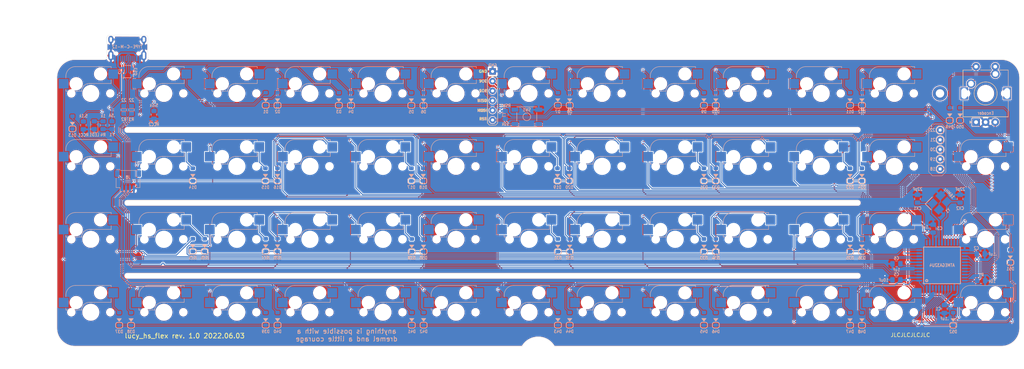
<source format=kicad_pcb>
(kicad_pcb (version 20211014) (generator pcbnew)
  (layers (0 "F.Cu" signal) (31 "B.Cu" signal) (34 "B.Paste" user) (35 "F.Paste" user) (36 "B.SilkS" user "B.Silkscreen") (37 "F.SilkS" user "F.Silkscreen") (38 "B.Mask" user) (39 "F.Mask" user) (44 "Edge.Cuts" user))
  (net 0 "")
  (net 1 "Net-(D1-Pad2)")
  (net 2 "Net-(D2-Pad2)")
  (net 3 "Net-(D3-Pad2)")
  (net 4 "Net-(D4-Pad2)")
  (net 5 "Net-(D5-Pad2)")
  (net 6 "Net-(D6-Pad2)")
  (net 7 "Net-(D7-Pad2)")
  (net 8 "Net-(D8-Pad2)")
  (net 9 "Net-(D9-Pad2)")
  (net 10 "Net-(D10-Pad2)")
  (net 11 "Net-(D11-Pad2)")
  (net 12 "Net-(D12-Pad2)")
  (net 13 "Net-(D13-Pad2)")
  (net 14 "Net-(D14-Pad2)")
  (net 15 "Net-(D15-Pad2)")
  (net 16 "Net-(D16-Pad2)")
  (net 17 "Net-(D17-Pad2)")
  (net 18 "Net-(D18-Pad2)")
  (net 19 "Net-(D19-Pad2)")
  (net 20 "Net-(D20-Pad2)")
  (net 21 "Net-(D21-Pad2)")
  (net 22 "Net-(D22-Pad2)")
  (net 23 "Net-(D23-Pad2)")
  (net 24 "Net-(D24-Pad2)")
  (net 25 "Net-(D25-Pad2)")
  (net 26 "Net-(D26-Pad2)")
  (net 27 "Net-(D27-Pad2)")
  (net 28 "Net-(D28-Pad2)")
  (net 29 "Net-(D29-Pad2)")
  (net 30 "Net-(D30-Pad2)")
  (net 31 "Net-(D31-Pad2)")
  (net 32 "Net-(D32-Pad2)")
  (net 33 "Net-(D33-Pad2)")
  (net 34 "Net-(D34-Pad2)")
  (net 35 "Net-(D35-Pad2)")
  (net 36 "Net-(D36-Pad2)")
  (net 37 "Net-(D37-Pad2)")
  (net 38 "Net-(D38-Pad2)")
  (net 39 "Net-(D39-Pad2)")
  (net 40 "Net-(D40-Pad2)")
  (net 41 "Net-(D41-Pad2)")
  (net 42 "Net-(D42-Pad2)")
  (net 43 "Net-(D43-Pad2)")
  (net 44 "Net-(D44-Pad2)")
  (net 45 "Net-(D45-Pad2)")
  (net 46 "Net-(D46-Pad2)")
  (net 47 "Net-(D47-Pad2)")
  (net 48 "Net-(D48-Pad2)")
  (net 49 "VCC")
  (net 50 "Net-(C6-Pad1)")
  (net 51 "XTAL1")
  (net 52 "XTAL2")
  (net 53 "row0")
  (net 54 "row1")
  (net 55 "row2")
  (net 56 "row3")
  (net 57 "D-")
  (net 58 "D+")
  (net 59 "col0")
  (net 60 "col1")
  (net 61 "col2")
  (net 62 "col3")
  (net 63 "col4")
  (net 64 "col5")
  (net 65 "col6")
  (net 66 "col7")
  (net 67 "col8")
  (net 68 "col9")
  (net 69 "col10")
  (net 70 "col11")
  (net 71 "Net-(R1-Pad2)")
  (net 72 "VBUS")
  (net 73 "Net-(J1-PadB5)")
  (net 74 "Net-(J1-PadA5)")
  (net 75 "ISP_Reset")
  (net 76 "Net-(D52-Pad2)")
  (net 77 "col12")
  (net 78 "GND")
  (net 79 "Net-(LED1-Pad2)")
  (net 80 "DBUS-")
  (net 81 "DBUS+")
  (net 82 "enc0a")
  (net 83 "enc0b")
  (net 84 "Net-(D49-Pad2)")
  (net 85 "Net-(D50-Pad2)")
  (net 86 "Net-(D51-Pad2)")
  (net 91 "Net-(J3-Pad1)")
  (net 92 "Net-(J4-Pad1)")
  (net 93 "Net-(J5-Pad1)")
  (net 94 "Net-(J6-Pad1)")
  (net 95 "Net-(J7-Pad1)")
  (footprint "MX_Only:MXOnly-1U-Hotswap" (layer "F.Cu") (at 124.990225 53.19395)
    (fp_text reference "K3")
    (fp_text value "KEYSW")
  )
  (footprint "MX_Only:MXOnly-1U-Hotswap" (layer "F.Cu") (at 201.190225 53.19395)
    (fp_text reference "K7")
    (fp_text value "KEYSW")
  )
  (footprint "MX_Only:MXOnly-1U-Hotswap" (layer "F.Cu") (at 182.140225 53.19395)
    (fp_text reference "K6")
    (fp_text value "KEYSW")
  )
  (footprint "MX_Only:MXOnly-1U-Hotswap" (layer "F.Cu") (at 163.090225 53.19395)
    (fp_text reference "K5")
    (fp_text value "KEYSW")
  )
  (footprint "MX_Only:MXOnly-1U-Hotswap" (layer "F.Cu") (at 86.890225 53.19395)
    (fp_text reference "K1")
    (fp_text value "KEYSW")
  )
  (footprint "MX_Only:MXOnly-1U-Hotswap" (layer "F.Cu") (at 220.240225 53.19395)
    (fp_text reference "K8")
    (fp_text value "KEYSW")
  )
  (footprint "MX_Only:MXOnly-1U-Hotswap" (layer "F.Cu") (at 239.290225 53.19395)
    (fp_text reference "K9")
    (fp_text value "KEYSW")
  )
  (footprint "MX_Only:MXOnly-1U-Hotswap" (layer "F.Cu") (at 86.890225 72.24395)
    (fp_text reference "K13")
    (fp_text value "KEYSW")
  )
  (footprint "MX_Only:MXOnly-1U-Hotswap" (layer "F.Cu") (at 105.940225 72.24395)
    (fp_text reference "K14")
    (fp_text value "KEYSW")
  )
  (footprint "MX_Only:MXOnly-1U-Hotswap" (layer "F.Cu") (at 144.045399 72.24395)
    (fp_text reference "K16")
    (fp_text value "KEYSW")
  )
  (footprint "MX_Only:MXOnly-1U-Hotswap" (layer "F.Cu") (at 277.390225 53.19395)
    (fp_text reference locked "K11")
    (fp_text value "KEYSW")
  )
  (footprint "MX_Only:MXOnly-1U-Hotswap" (layer "F.Cu") (at 163.090225 72.24395)
    (fp_text reference "K17")
    (fp_text value "KEYSW")
  )
  (footprint "MX_Only:MXOnly-1U-Hotswap" (layer "F.Cu") (at 182.140225 72.24395)
    (fp_text reference "K18")
    (fp_text value "KEYSW")
  )
  (footprint "MX_Only:MXOnly-1U-Hotswap" (layer "F.Cu") (at 201.190225 72.24395)
    (fp_text reference "K19")
    (fp_text value "KEYSW")
  )
  (footprint "MX_Only:MXOnly-1U-Hotswap" (layer "F.Cu") (at 105.940225 110.34395)
    (fp_text reference "K38")
    (fp_text value "KEYSW")
  )
  (footprint "MX_Only:MXOnly-1U-Hotswap" (layer "F.Cu") (at 124.990225 110.34395)
    (fp_text reference "K39")
    (fp_text value "KEYSW")
  )
  (footprint "MX_Only:MXOnly-1U-Hotswap" (layer "F.Cu") (at 144.040225 110.34395)
    (fp_text reference locked "K40")
    (fp_text value "KEYSW")
  )
  (footprint "MX_Only:MXOnly-1U-Hotswap" (layer "F.Cu") (at 163.090225 110.34395)
    (fp_text reference locked "K41")
    (fp_text value "KEYSW")
  )
  (footprint "MX_Only:MXOnly-1U-Hotswap" (layer "F.Cu") (at 182.140225 110.34395)
    (fp_text reference "K42")
    (fp_text value "KEYSW")
  )
  (footprint "MX_Only:MXOnly-1U-Hotswap" (layer "F.Cu") (at 220.240225 110.34395)
    (fp_text reference "K44")
    (fp_text value "KEYSW")
  )
  (footprint "MX_Only:MXOnly-1U-Hotswap" (layer "F.Cu") (at 239.290225 110.34395)
    (fp_text reference "K45")
    (fp_text value "KEYSW")
  )
  (footprint "MX_Only:MXOnly-1U-Hotswap" (layer "F.Cu") (at 258.340225 110.34395)
    (fp_text reference "K46")
    (fp_text value "KEYSW")
  )
  (footprint "MX_Only:MXOnly-1U-Hotswap" (layer "F.Cu") (at 277.390225 110.34395)
    (fp_text reference "K47")
    (fp_text value "KEYSW")
  )
  (footprint "MX_Only:MXOnly-1U-Hotswap" (layer "F.Cu") (at 201.190225 110.34395)
    (fp_text reference "K43")
    (fp_text value "KEYSW")
  )
  (footprint "MX_Only:MXOnly-1U-Hotswap" (layer "F.Cu") (at 277.390225 91.29395)
    (fp_text reference locked "K35")
    (fp_text value "KEYSW")
  )
  (footprint "MX_Only:MXOnly-1U-Hotswap" (layer "F.Cu") (at 258.340225 91.29395)
    (fp_text reference "K34")
    (fp_text value "KEYSW")
  )
  (footprint "MX_Only:MXOnly-1U-Hotswap" (layer "F.Cu") (at 220.240225 91.29395)
    (fp_text reference "K32")
    (fp_text value "KEYSW")
  )
  (footprint "MX_Only:MXOnly-1U-Hotswap" (layer "F.Cu") (at 182.140225 91.29395)
    (fp_text reference "K30")
    (fp_text value "KEYSW")
  )
  (footprint "MX_Only:MXOnly-1U-Hotswap" (layer "F.Cu") (at 144.040225 91.29395)
    (fp_text reference "K28")
    (fp_text value "KEYSW")
  )
  (footprint "MX_Only:MXOnly-1U-Hotswap" (layer "F.Cu") (at 86.890225 91.29395)
    (fp_text reference "K25")
    (fp_text value "KEYSW")
  )
  (footprint "MX_Only:MXOnly-1U-Hotswap" (layer "F.Cu") (at 163.090225 91.29395)
    (fp_text reference "K29")
    (fp_text value "KEYSW")
  )
  (footprint "MX_Only:MXOnly-1U-Hotswap" (layer "F.Cu") (at 296.440225 72.24395)
    (fp_text reference "K24")
    (fp_text value "KEYSW")
  )
  (footprint "MX_Only:MXOnly-1U-Hotswap" (layer "F.Cu") (at 124.990225 91.29395)
    (fp_text reference "K27")
    (fp_text value "KEYSW")
  )
  (footprint "MX_Only:MXOnly-1U-Hotswap" (layer "F.Cu") (at 105.940225 91.29395)
    (fp_text reference "K26")
    (fp_text value "KEYSW")
  )
  (footprint "MX_Only:MXOnly-1U-Hotswap" (layer "F.Cu") (at 258.340225 72.24395)
    (fp_text reference locked "K22")
    (fp_text value "KEYSW")
  )
  (footprint "MX_Only:MXOnly-1U-Hotswap" (layer "F.Cu") (at 239.290225 72.24395)
    (fp_text reference "K21")
    (fp_text value "KEYSW")
  )
  (footprint "MX_Only:MXOnly-1U-Hotswap" (layer "F.Cu") (at 277.390225 72.24395)
    (fp_text reference "K23")
    (fp_text value "KEYSW")
  )
  (footprint "MX_Only:MXOnly-1U-Hotswap" (layer "F.Cu") (at 296.440225 110.34395)
    (fp_text reference "K48")
    (fp_text value "KEYSW")
  )
  (footprint "MX_Only:MXOnly-1U-Hotswap" (layer "F.Cu") (at 296.440225 91.29395)
    (fp_text reference "K36")
    (fp_text value "KEYSW")
  )
  (footprint "MX_Only:MXOnly-1U-Hotswap" (layer "F.Cu") (at 296.440225 53.19395)
    (fp_text reference "K12")
    (fp_text value "KEYSW")
  )
  (footprint "Keebio-Parts:RotaryEncoder_EC11" (layer "F.Cu") (at 320.252725 53.19395 90)
    (fp_text reference "SW2")
    (fp_text value "Rotary_Encoder_Switch")
  )
  (footprint "MX_Only:MXOnly-1U-Hotswap" (layer "F.Cu") (at 105.940225 53.19395)
    (fp_text reference "K2")
    (fp_text value "KEYSW")
  )
  (footprint "MX_Only:MXOnly-1U-Hotswap" (layer "F.Cu") (at 144.040225 53.19395)
    (fp_text reference "K4")
    (fp_text value "KEYSW")
  )
  (footprint "MX_Only:MXOnly-1U-Hotswap" (layer "F.Cu") (at 320.252785 110.34423)
    (fp_text reference "K52")
    (fp_text value "KEYSW")
  )
  (footprint "MX_Only:MXOnly-1U-Hotswap" (layer "F.Cu") (at 320.252785 72.24407)
    (fp_text reference "K50")
    (fp_text value "KEYSW")
  )
  (footprint "MX_Only:MXOnly-1U-Hotswap" (layer "F.Cu") (at 320.252785 91.29415)
    (fp_text reference "K51")
    (fp_text value "KEYSW")
  )
  (footprint "MX_Only:MXOnly-1U-Hotswap" (layer "F.Cu") (at 201.190225 91.29395)
    (fp_text reference "K31")
    (fp_text value "KEYSW")
  )
  (footprint "MX_Only:MXOnly-1U-Hotswap" (layer "F.Cu") (at 239.290225 91.29395)
    (fp_text reference "K33")
    (fp_text value "KEYSW")
  )
  (footprint "MX_Only:MXOnly-1U-Hotswap" (layer "F.Cu") (at 86.890225 110.34395)
    (fp_text reference "K37")
    (fp_text value "KEYSW")
  )
  (footprint "MX_Only:MXOnly-1U-Hotswap" (layer "F.Cu") (at 258.340225 53.19395)
    (fp_text reference "K10")
    (fp_text value "KEYSW")
  )
  (footprint "MX_Only:MXOnly-1U-Hotswap" (layer "F.Cu") (at 124.990225 72.24395)
    (fp_text reference "K15")
    (fp_text value "KEYSW")
  )
  (footprint "MX_Only:MXOnly-1U-Hotswap" (layer "F.Cu") (at 220.240225 72.24395)
    (fp_text reference "K20")
    (fp_text value "KEYSW")
  )
  (footprint "MountingHole:MountingHole_2.2mm_M2_DIN965_Pad" (layer "F.Cu") (at 308.346661 53.19395)
    (fp_text reference "H1")
    (fp_text value "MountingHole")
  )
  (footprint "MX_Only:MXOnly-1U-NoLED" (layer "F.Cu") (at 320.252725 53.19395)
    (fp_text reference "K49")
    (fp_text value "KEYSW")
  )
  (footprint "Capacitor_SMD:C_0805_2012Metric_Pad1.18x1.45mm_HandSolder" (layer "B.Cu") (at 309.490225 109.49395 -90)
    (fp_text reference "C1")
    (fp_text value ".1uF")
  )
  (footprint "Keeb_footprints:D_SOD-123_modified" (layer "B.Cu") (at 116.590225 92.79395 90)
    (fp_text reference "D26")
    (fp_text value "D")
  )
  (footprint "Keeb_footprints:D_SOD-123_modified" (layer "B.Cu") (at 208.590225 74.39395 90)
    (fp_text reference "D19")
    (fp_text value "D")
  )
  (footprint "Keeb_footprints:D_SOD-123_modified" (layer "B.Cu") (at 170.490225 74.39395 90)
    (fp_text reference "D17")
    (fp_text value "D")
  )
  (footprint "Keeb_footprints:D_SOD-123_modified" (layer "B.Cu") (at 135.581415 74.39395 90)
    (fp_text reference "D16")
    (fp_text value "D")
  )
  (footprint "Keeb_footprints:D_SOD-123_modified" (layer "B.Cu") (at 113.490225 74.39395 90)
    (fp_text reference "D14")
    (fp_text value "D")
  )
  (footprint "Keeb_footprints:D_SOD-123_modified" (layer "B.Cu") (at 284.890625 54.65625 90)
    (fp_text reference "D11")
    (fp_text value "D")
  )
  (footprint "Keeb_footprints:D_SOD-123_modified" (layer "B.Cu") (at 249.881415 54.65625 90)
    (fp_text reference "D10")
    (fp_text value "D")
  )
  (footprint "Keeb_footprints:D_SOD-123_modified" (layer "B.Cu") (at 211.781415 54.65625 90)
    (fp_text reference "D8")
    (fp_text value "D")
  )
  (footprint "Keeb_footprints:D_SOD-123_modified" (layer "B.Cu") (at 208.681415 54.65625 90)
    (fp_text reference "D7")
    (fp_text value "D")
  )
  (footprint "Keeb_footprints:D_SOD-123_modified" (layer "B.Cu") (at 173.651789 54.683377 90)
    (fp_text reference "D6")
    (fp_text value "D")
  )
  (footprint "Keeb_footprints:D_SOD-123_modified" (layer "B.Cu") (at 170.476789 54.683377 90)
    (fp_text reference "D5")
    (fp_text value "D")
  )
  (footprint "Keeb_footprints:D_SOD-123_modified" (layer "B.Cu") (at 154.751789 54.65625 90)
    (fp_text reference "D4")
    (fp_text value "D")
  )
  (footprint "Keeb_footprints:D_SOD-123_modified" (layer "B.Cu") (at 287.990625 112.1 90)
    (fp_text reference "D48")
    (fp_text value "D")
  )
  (footprint "Keeb_footprints:D_SOD-123_modified" (layer "B.Cu") (at 284.890625 112.1 90)
    (fp_text reference "D47")
    (fp_text value "D")
  )
  (footprint "Keeb_footprints:D_SOD-123_modified" (layer "B.Cu") (at 249.890625 112.063123 90)
    (fp_text reference "D46")
    (fp_text value "D")
  )
  (footprint "Keeb_footprints:D_SOD-123_modified" (layer "B.Cu") (at 246.790625 112.05625 90)
    (fp_text reference "D45")
    (fp_text value "D")
  )
  (footprint "Keeb_footprints:D_SOD-123_modified" (layer "B.Cu") (at 211.783999 112.05625 90)
    (fp_text reference "D44")
    (fp_text value "D")
  )
  (footprint "Keeb_footprints:D_SOD-123_modified" (layer "B.Cu") (at 208.7 112.05625 90)
    (fp_text reference "D43")
    (fp_text value "D")
  )
  (footprint "Keeb_footprints:D_SOD-123_modified" (layer "B.Cu") (at 211.790625 92.85625 90)
    (fp_text reference "D32")
    (fp_text value "D")
  )
  (footprint "Keeb_footprints:D_SOD-123_modified" (layer "B.Cu") (at 284.890625 74.39395 90)
    (fp_text reference "D23")
    (fp_text value "D")
  )
  (footprint "Keeb_footprints:D_SOD-123_modified" (layer "B.Cu") (at 208.690625 92.85625 90)
    (fp_text reference "D31")
    (fp_text value "D")
  )
  (footprint "Keeb_footprints:D_SOD-123_modified" (layer "B.Cu") (at 170.585999 92.85625 90)
    (fp_text reference "D29")
    (fp_text value "D")
  )
  (footprint "Keeb_footprints:D_SOD-123_modified" (layer "B.Cu") (at 132.490225 92.79395 90)
    (fp_text reference "D27")
    (fp_text value "D")
  )
  (footprint "Keeb_footprints:D_SOD-123_modified" (layer "B.Cu") (at 287.990625 74.39395 90)
    (fp_text reference "D24")
    (fp_text value "D")
  )
  (footprint "Keeb_footprints:D_SOD-123_modified" (layer "B.Cu") (at 284.890625 92.85625 90)
    (fp_text reference "D35")
    (fp_text value "D")
  )
  (footprint "Keeb_footprints:D_SOD-123_modified" (layer "B.Cu") (at 249.890625 92.85625 90)
    (fp_text reference "D34")
    (fp_text value "D")
  )
  (footprint "Keeb_footprints:D_SOD-123_modified" (layer "B.Cu") (at 246.790625 92.85625 90)
    (fp_text reference "D33")
    (fp_text value "D")
  )
  (footprint "Keeb_footprints:D_SOD-123_modified" (layer "B.Cu") (at 173.690625 112.05625 90)
    (fp_text reference "D42")
    (fp_text value "D")
  )
  (footprint "Keeb_footprints:D_SOD-123_modified" (layer "B.Cu") (at 151.576789 54.65625 90)
    (fp_text reference "D3")
    (fp_text value "D")
  )
  (footprint "Keeb_footprints:D_SOD-123_modified" (layer "B.Cu") (at 211.690225 74.39395 90)
    (fp_text reference "D20")
    (fp_text value "D")
  )
  (footprint "Keeb_footprints:ICSP-Header_small_pins" (layer "B.Cu") (at 191.665313 47.44395 180)
    (fp_text reference "J2" hide)
    (fp_text value "AVR-ISP-6_mod")
  )
  (footprint "Keeb_footprints:D_SOD-123_modified" (layer "B.Cu") (at 287.990625 54.65625 90)
    (fp_text reference "D12")
    (fp_text value "D")
  )
  (footprint "Keeb_footprints:D_SOD-123_modified" (layer "B.Cu") (at 311.790625 112.1 90)
    (fp_text reference "D52")
    (fp_text value "D")
  )
  (footprint "Keeb_footprints:D_SOD-123_modified" (layer "B.Cu") (at 313.590225 58.59395 90)
    (fp_text reference "D50")
    (fp_text value "D")
  )
  (footprint "Keeb_footprints:D_SOD-123_modified" (layer "B.Cu") (at 326.690225 95.69395 90)
    (fp_text reference "D51")
    (fp_text value "D")
  )
  (footprint "random-keyboard-parts:SKQG-1155865" (layer "B.Cu") (at 200.590225 59.29395)
    (fp_text reference "SW1")
    (fp_text value "SW_PUSH")
  )
  (footprint "Keebio-Parts:ATMEGA32U4-AU" (layer "B.Cu") (at 308.890225 98.09395)
    (fp_text reference "U1")
    (fp_text value "ATMEGA32U4")
  )
  (footprint "Capacitor_SMD:C_0805_2012Metric_Pad1.18x1.45mm_HandSolder" (layer "B.Cu") (at 306.590225 88.49395 90)
    (fp_text reference "C3")
    (fp_text value ".1uF")
  )
  (footprint "Capacitor_SMD:C_0805_2012Metric_Pad1.18x1.45mm_HandSolder" (layer "B.Cu") (at 313.590225 80.69395 90)
    (fp_text reference "CX2")
    (fp_text value "22pF")
  )
  (footprint "Capacitor_SMD:C_0805_2012Metric_Pad1.18x1.45mm_HandSolder" (layer "B.Cu") (at 302.490225 80.69395 90)
    (fp_text reference "CX1")
    (fp_text value "22pF")
  )
  (footprint "Crystal:Crystal_SMD_3225-4Pin_3.2x2.5mm_HandSoldering" (layer "B.Cu") (at 308.290225 81.69395 45)
    (fp_text reference "Y1")
    (fp_text value "16MHz")
  )
  (footprint "Fuse:Fuse_0805_2012Metric_Pad1.15x1.40mm_HandSolder" (layer "B.Cu") (at 92.390225 61.49395 90)
    (fp_text reference "F1")
    (fp_text value ".5A")
  )
  (footprint "Keeb_footprints:TYPE-C-31-M-12" (layer "B.Cu") (at 96.415217 44.81645)
    (fp_text reference "J1")
    (fp_text value "TYPE-C-31-M12_13")
  )
  (footprint "Resistor_SMD:R_0805_2012Metric_Pad1.15x1.40mm_HandSolder" (layer "B.Cu") (at 97.490625 57.49395 90)
    (fp_text reference "R3")
    (fp_text value "22")
  )
  (footprint "Resistor_SMD:R_0805_2012Metric_Pad1.15x1.40mm_HandSolder" (layer "B.Cu") (at 84.940225 61.54395 90)
    (fp_text reference "RCC1")
    (fp_text value "5.1k")
  )
  (footprint "Resistor_SMD:R_0805_2012Metric_Pad1.15x1.40mm_HandSolder" (layer "B.Cu") (at 90.090225 61.49395 -90)
    (fp_text reference "R4")
    (fp_text value "1k")
  )
  (footprint "LED_SMD:LED_0805_2012Metric_Pad1.15x1.40mm_HandSolder" (layer "B.Cu") (at 87.790225 61.49395 90)
    (fp_text reference "LED1")
    (fp_text value "LED")
  )
  (footprint "Keeb_footprints:D_SOD-123_modified" (layer "B.Cu") (at 135.590625 112.05625 90)
    (fp_text reference "D40")
    (fp_text value "D")
  )
  (footprint "Keeb_footprints:D_SOD-123_modified" (layer "B.Cu") (at 132.490625 112.063123 90)
    (fp_text reference "D39")
    (fp_text value "D")
  )
  (footprint "Capacitor_SMD:C_0805_2012Metric_Pad1.18x1.45mm_HandSolder" (layer "B.Cu") (at 318.990225 95.09395)
    (fp_text reference "C2")
    (fp_text value ".1uF")
  )
  (footprint "Resistor_SMD:R_0805_2012Metric_Pad1.15x1.40mm_HandSolder" (layer "B.Cu") (at 95.490625 57.49395 90)
    (fp_text reference "R2")
    (fp_text value "22")
  )
  (footprint "Capacitor_SMD:C_0805_2012Metric_Pad1.18x1.45mm_HandSolder" (layer "B.Cu") (at 296.990225 101.89395 180)
    (fp_text reference "C5")
    (fp_text value "10uF")
  )
  (footprint "Capacitor_SMD:C_0805_2012Metric_Pad1.18x1.45mm_HandSolder" (layer "B.Cu") (at 296.990225 97.69395 180)
    (fp_text reference "C6")
    (fp_text value "1uF")
  )
  (footprint "Resistor_SMD:R_0805_2012Metric_Pad1.15x1.40mm_HandSolder" (layer "B.Cu") (at 319.090225 102.09395 180)
    (fp_text reference "R1")
    (fp_text value "10k")
  )
  (footprint "Keeb_footprints:D_SOD-123_modified" (layer "B.Cu") (at 82.090225 60.79395 90)
    (fp_text reference "D13")
    (fp_text value "D")
  )
  (footprint "Keeb_footprints:D_SOD-123_modified" (layer "B.Cu") (at 94.290225 112.09395 90)
    (fp_text reference "D37")
    (fp_text value "D")
  )
  (footprint "Keeb_footprints:D_SOD-123_modified" (layer "B.Cu") (at 97.390225 112.09395 90)
    (fp_text reference "D38")
    (fp_text value "D")
  )
  (footprint "Keeb_footprints:D_SOD-123_modified" (layer "B.Cu") (at 170.590625 112.05625 90)
    (fp_text reference "D41")
    (fp_text value "D")
  )
  (footprint "Keeb_footprints:D_SOD-123_modified" (layer "B.Cu") (at 135.590225 92.79395 90)
    (fp_text reference "D28")
    (fp_text value "D")
  )
  (footprint "Keeb_footprints:D_SOD-123_modified" (layer "B.Cu") (at 173.65 92.85625 90)
    (fp_text reference "D30")
    (fp_text value "D")
  )
  (footprint "Keeb_footprints:D_SOD-123_modified" (layer "B.Cu") (at 287.990625 92.85625 90)
    (fp_text reference "D36")
    (fp_text value "D")
  )
  (footprint "Keeb_footprints:D_SOD-123_modified" (layer "B.Cu") (at 113.490225 92.79395 90)
    (fp_text reference "D25")
    (fp_text value "D")
  )
  (footprint "Keeb_footprints:D_SOD-123_modified" (layer "B.Cu") (at 135.581415 54.65625 90)
    (fp_text reference "D2")
    (fp_text value "D")
  )
  (footprint "Keeb_footprints:D_SOD-123_modified" (layer "B.Cu") (at 310.890225 58.59395 90)
    (fp_text reference "D49")
    (fp_text value "D")
  )
  (footprint "Keeb_footprints:D_SOD-123_modified" (layer "B.Cu") (at 246.781415 54.65625 90)
    (fp_text reference "D9")
    (fp_text value "D")
  )
  (footprint "Keeb_footprints:D_SOD-123_modified" (layer "B.Cu") (at 132.490625 54.64995 90)
    (fp_text reference "D1")
    (fp_text value "D")
  )
  (footprint "Resistor_SMD:R_0805_2012Metric_Pad1.15x1.40mm_HandSolder" (layer "B.Cu") (at 194.990225 58.79395 90)
    (fp_text reference "RSW1")
    (fp_text value "10k")
  )
  (footprint "Keeb_footprints:D_SOD-123_modified" (layer "B.Cu") (at 249.881415 74.39395 90)
    (fp_text reference "D22")
    (fp_text value "D")
  )
  (footprint "Keeb_footprints:D_SOD-123_modified" (layer "B.Cu") (at 246.781415 74.39395 90)
    (fp_text reference "D21")
    (fp_text value "D")
  )
  (footprint "Keeb_footprints:D_SOD-123_modified" (layer "B.Cu") (at 173.590225 74.39395 90)
    (fp_text reference "D18")
    (fp_text value "D")
  )
  (footprint "Keeb_footprints:D_SOD-123_modified" (layer "B.Cu") (at 132.431415 74.39395 90)
    (fp_text reference "D15")
    (fp_text value "D")
  )
  (footprint "Resistor_SMD:R_0805_2012Metric_Pad1.15x1.40mm_HandSolder" (layer "B.Cu") (at 103.340225 58.79395 90)
    (fp_text reference "RCC2")
    (fp_text value "5.1k")
  )
  (footprint "Keebio-Parts:SOT-143B" (layer "B.Cu") (at 96.490625 47.49395 -90)
    (fp_text reference "U2")
    (fp_text value "PRTR5V0U2X" hide)
  )
  (footprint "TestPoint:TestPoint_Keystone_5000-5004_Miniature" (layer "B.Cu") (at 308.390225 67.84395 180)
    (fp_text reference "J5")
    (fp_text value "Conn_01x01")
  )
  (footprint "TestPoint:TestPoint_Keystone_5000-5004_Miniature" (layer "B.Cu") (at 308.390225 70.38395 180)
    (fp_text reference "J4")
    (fp_text value "Conn_01x01")
  )
  (footprint "TestPoint:TestPoint_Keystone_5000-5004_Miniature" (layer "B.Cu") (at 308.390225 72.92395 180)
    (fp_text reference "J3")
    (fp_text value "Conn_01x01")
  )
  (footprint "TestPoint:TestPoint_Keystone_5000-5004_Miniature" (layer "B.Cu") (at 308.390225 65.30395 180)
    (fp_text reference "J6")
    (fp_text value "Conn_01x01")
  )
  (footprint "TestPoint:TestPoint_Keystone_5000-5004_Miniature" (layer "B.Cu") (at 308.390225 62.76395 180)
    (fp_text reference "J7")
    (fp_text value "Conn_01x01")
  )
  (footprint "Connector_JST:JST_SH_SM04B-SRSS-TB_1x04-1MP_P1.00mm_Horizontal" (layer "B.Cu") (at 96.590225 75.99395)
    (fp_text reference "J8")
    (fp_text value "4PIN")
  )
  (gr_line (start 305.390225 73.69395) (end 306.390225 74.69395) (layer "B.SilkS") (width 0.1))
  (gr_line (start 309.890225 62.19395) (end 308.890225 61.19395) (layer "B.SilkS") (width 0.1))
  (gr_line (start 306.390225 74.69395) (end 308.890225 74.69395) (layer "B.SilkS") (width 0.1))
  (gr_line (start 305.390225 62.19395) (end 305.390225 73.69395) (layer "B.SilkS") (width 0.1))
  (gr_line (start 309.890225 73.69395) (end 309.890225 62.19395) (layer "B.SilkS") (width 0.1))
  (gr_line (start 305.390225 62.19395) (end 306.390225 61.19395) (layer "B.SilkS") (width 0.1))
  (gr_line (start 309.890225 73.69395) (end 308.890225 74.69395) (layer "B.SilkS") (width 0.1))
  (gr_line (start 308.890225 61.19395) (end 306.390225 61.19395) (layer "B.SilkS") (width 0.1))
  (gr_line (start 91.057416 43.668942) (end 91.057416 38.608805) (layer "Edge.Cuts") (width 0.05))
  (gr_arc (start 324.420112 44.264255) (mid 327.787711 45.65916) (end 329.182616 49.026759) (layer "Edge.Cuts") (width 0.05))
  (gr_line (start 96.415233 101.414303) (end 286.915393 101.414303) (layer "Edge.Cuts") (width 0.05))
  (gr_arc (start 329.182616 114.511189) (mid 327.787711 117.878788) (end 324.420112 119.273693) (layer "Edge.Cuts") (width 0.05))
  (gr_line (start 199.404383 119.273693) (end 82.723034 119.273693) (layer "Edge.Cuts") (width 0.05))
  (gr_arc (start 286.915393 81.173661) (mid 287.510706 81.768974) (end 286.915393 82.364287) (layer "Edge.Cuts") (width 0.05))
  (gr_arc (start 77.96053 49.026759) (mid 79.355435 45.65916) (end 82.723034 44.264255) (layer "Edge.Cuts") (width 0.05))
  (gr_line (start 329.182616 49.026759) (end 329.182616 114.511189) (layer "Edge.Cuts") (width 0.05))
  (gr_line (start 286.915393 100.223677) (end 96.415233 100.223677) (layer "Edge.Cuts") (width 0.05))
  (gr_arc (start 82.723034 119.273693) (mid 79.355435 117.878788) (end 77.96053 114.511189) (layer "Edge.Cuts") (width 0.05))
  (gr_line (start 207.738763 119.273693) (end 324.420112 119.273693) (layer "Edge.Cuts") (width 0.05))
  (gr_arc (start 102.368363 44.26427) (mid 101.947414 44.089907) (end 101.773051 43.668958) (layer "Edge.Cuts") (width 0.05))
  (gr_line (start 324.420112 44.264255) (end 102.368363 44.26427) (layer "Edge.Cuts") (width 0.05))
  (gr_line (start 91.652729 38.013494) (end 101.177738 38.013494) (layer "Edge.Cuts") (width 0.05))
  (gr_arc (start 199.404383 119.273693) (mid 203.571573 116.855379) (end 207.738763 119.273693) (layer "Edge.Cuts") (width 0.05))
  (gr_line (start 286.915393 62.123645) (end 96.415233 62.123645) (layer "Edge.Cuts") (width 0.05))
  (gr_line (start 96.415233 63.314271) (end 286.915393 63.314271) (layer "Edge.Cuts") (width 0.05))
  (gr_arc (start 96.415233 63.314271) (mid 95.81992 62.718958) (end 96.415233 62.123645) (layer "Edge.Cuts") (width 0.05))
  (gr_arc (start 286.915393 62.123645) (mid 287.510706 62.718958) (end 286.915393 63.314271) (layer "Edge.Cuts") (width 0.05))
  (gr_line (start 77.96053 114.511189) (end 77.96053 49.026759) (layer "Edge.Cuts") (width 0.05))
  (gr_line (start 101.77305 38.608806) (end 101.77305 43.668958) (layer "Edge.Cuts") (width 0.05))
  (gr_arc (start 101.177738 38.013494) (mid 101.598687 38.187857) (end 101.77305 38.608806) (layer "Edge.Cuts") (width 0.05))
  (gr_arc (start 286.915393 100.223677) (mid 287.510706 100.81899) (end 286.915393 101.414303) (layer "Edge.Cuts") (width 0.05))
  (gr_arc (start 91.057416 38.608806) (mid 91.231779 38.187857) (end 91.652728 38.013494) (layer "Edge.Cuts") (width 0.05))
  (gr_arc (start 96.415233 101.414303) (mid 95.81992 100.81899) (end 96.415233 100.223677) (layer "Edge.Cuts") (width 0.05))
  (gr_arc (start 91.057416 43.668943) (mid 90.883053 44.089892) (end 90.462104 44.264255) (layer "Edge.Cuts") (width 0.05))
  (gr_line (start 286.915393 81.173661) (end 96.415233 81.173661) (layer "Edge.Cuts") (width 0.05))
  (gr_line (start 82.723034 44.264255) (end 90.462104 44.264255) (layer "Edge.Cuts") (width 0.05))
  (gr_arc (start 96.415233 82.364287) (mid 95.81992 81.768974) (end 96.415233 81.173661) (layer "Edge.Cuts") (width 0.05))
  (gr_line (start 96.415233 82.364287) (end 286.915393 82.364287) (layer "Edge.Cuts") (width 0.05))
  (gr_text "16MHz" (at 310.740225 79.24395 315) (layer "B.SilkS") (effects (font (size 0.8 0.7)) (justify mirror)))
  (gr_text "Encoder" (at 320.27947 58.34087) (layer "B.SilkS") (effects (font (size 0.8 0.7)) (justify mirror)))
  (gr_text "anything is possible with a\ndremel and a little courage" (at 153.590225 116.29395) (layer "B.SilkS") (effects (font (size 1.25 1.25) (thickness 0.2)) (justify mirror)))
  (gr_text "JLCJLCJLCJLC" (at 300.632625 116.284314) (layer "F.SilkS") (effects (font (size 1 1))))
  (gr_text "lucy_hs_flex rev. 1.0 2022.06.03" (at 111.38288 116.5) (layer "F.SilkS") (effects (font (size 1.25 1.25) (thickness 0.2))))
  (segment (start 91.735725 56.89395) (end 92.335725 57.49395) (width 0.25) (layer "F.Cu") (net 1))
  (segment (start 114.090225 56.09395) (end 115.149994 55.034181) (width 0.25) (layer "F.Cu") (net 1))
  (segment (start 115.149994 55.034181) (end 116.449994 55.034181) (width 0.25) (layer "F.Cu") (net 1))
  (segment (start 92.335725 57.49395) (end 99.090225 57.49395) (width 0.25) (layer "F.Cu") (net 1))
  (segment (start 99.090225 57.49395) (end 100.490225 56.09395) (width 0.25) (layer "F.Cu") (net 1))
  (segment (start 100.490225 56.09395) (end 114.090225 56.09395) (width 0.25) (layer "F.Cu") (net 1))
  (via (at 116.449994 55.034181) (size 0.65) (drill 0.35) (layers "F.Cu" "B.Cu") (net 1))
  (via (at 91.735725 56.89395) (size 0.65) (drill 0.35) (layers "F.Cu" "B.Cu") (net 1))
  (segment (start 92.732225 48.11395) (end 92.732225 50.73595) (width 0.25) (layer "B.Cu") (net 1))
  (segment (start 94.090225 54.53945) (end 91.735725 56.89395) (width 0.25) (layer "B.Cu") (net 1))
  (segment (start 129.369327 55.89395) (end 132.263328 52.99995) (width 0.25) (layer "B.Cu") (net 1))
  (segment (start 129.369327 55.89395) (end 117.309763 55.89395) (width 0.25) (layer "B.Cu") (net 1))
  (segment (start 117.309763 55.89395) (end 116.449994 55.034181) (width 0.25) (layer "B.Cu") (net 1))
  (segment (start 92.732225 50.73595) (end 94.090225 52.09395) (width 0.25) (layer "B.Cu") (net 1))
  (segment (start 94.090225 52.09395) (end 94.090225 54.53945) (width 0.25) (layer "B.Cu") (net 1))
  (segment (start 132.263328 52.99995) (end 132.490625 52.99995) (width 0.25) (layer "B.Cu") (net 1))
  (segment (start 131.3 54.5) (end 134.087665 54.5) (width 0.25) (layer "B.Cu") (net 2))
  (segment (start 134.087665 54.5) (end 135.581415 53.00625) (width 0.25) (layer "B.Cu") (net 2))
  (segment (start 129.526529 56.27347) (end 131.3 54.5) (width 0.25) (layer "B.Cu") (net 2))
  (segment (start 118.760705 56.27347) (end 129.526529 56.27347) (width 0.25) (layer "B.Cu") (net 2))
  (segment (start 116.869745 56.27347) (end 111.782225 51.18595) (width 0.25) (layer "B.Cu") (net 2))
  (segment (start 111.782225 51.18595) (end 111.782225 48.11395) (width 0.25) (layer "B.Cu") (net 2))
  (segment (start 118.760705 56.27347) (end 116.869745 56.27347) (width 0.25) (layer "B.Cu") (net 2))
  (segment (start 140.83577 46.23577) (end 145.4 50.8) (width 0.25) (layer "B.Cu") (net 3))
  (segment (start 130.832225 48.11395) (end 132.710405 46.23577) (width 0.25) (layer "B.Cu") (net 3))
  (segment (start 132.710405 46.23577) (end 140.83577 46.23577) (width 0.25) (layer "B.Cu") (net 3))
  (segment (start 145.4 50.8) (end 149.370539 50.8) (width 0.25) (layer "B.Cu") (net 3))
  (segment (start 149.370539 50.8) (end 151.576789 53.00625) (width 0.25) (layer "B.Cu") (net 3))
  (segment (start 154.751789 52.983514) (end 149.882225 48.11395) (width 0.25) (layer "B.Cu") (net 4))
  (segment (start 154.751789 53.00625) (end 154.751789 52.983514) (width 0.25) (layer "B.Cu") (net 4))
  (segment (start 168.932225 51.488813) (end 168.932225 48.11395) (width 0.25) (layer "B.Cu") (net 5))
  (segment (start 170.476789 53.033377) (end 168.932225 51.488813) (width 0.25) (layer "B.Cu") (net 5))
  (segment (start 172.86423 46.23577) (end 172.3 46.8) (width 0.25) (layer "B.Cu") (net 6))
  (segment (start 186.104045 46.23577) (end 172.86423 46.23577) (width 0.25) (layer "B.Cu") (net 6))
  (segment (start 172.3 46.8) (end 172.3 51.681588) (width 0.25) (layer "B.Cu") (net 6))
  (segment (start 187.982225 48.11395) (end 186.104045 46.23577) (width 0.25) (layer "B.Cu") (net 6))
  (segment (start 172.3 51.681588) (end 173.651789 53.033377) (width 0.25) (layer "B.Cu") (net 6))
  (segment (start 207.032225 48.11395) (end 207.032225 51.35706) (width 0.25) (layer "B.Cu") (net 7))
  (segment (start 207.032225 51.35706) (end 208.681415 53.00625) (width 0.25) (layer "B.Cu") (net 7))
  (segment (start 226.082225 48.11395) (end 224.207704 46.239429) (width 0.25) (layer "B.Cu") (net 8))
  (segment (start 224.207704 46.239429) (end 211.544746 46.239429) (width 0.25) (layer "B.Cu") (net 8))
  (segment (start 211.544746 46.239429) (end 210.8 46.984175) (width 0.25) (layer "B.Cu") (net 8))
  (segment (start 210.8 52.024835) (end 211.781415 53.00625) (width 0.25) (layer "B.Cu") (net 8))
  (segment (start 210.8 46.984175) (end 210.8 52.024835) (width 0.25) (layer "B.Cu") (net 8))
  (segment (start 245.132225 51.35706) (end 246.781415 53.00625) (width 0.25) (layer "B.Cu") (net 9))
  (segment (start 245.132225 48.11395) (end 245.132225 51.35706) (width 0.25) (layer "B.Cu") (net 9))
  (segment (start 248.8 47.203725) (end 248.8 51.924835) (width 0.25) (layer "B.Cu") (net 10))
  (segment (start 248.8 51.924835) (end 249.881415 53.00625) (width 0.25) (layer "B.Cu") (net 10))
  (segment (start 262.307704 46.239429) (end 249.764296 46.239429) (width 0.25) (layer "B.Cu") (net 10))
  (segment (start 249.764296 46.239429) (end 248.8 47.203725) (width 0.25) (layer "B.Cu") (net 10))
  (segment (start 264.182225 48.11395) (end 262.307704 46.239429) (width 0.25) (layer "B.Cu") (net 10))
  (segment (start 284.890625 53.00625) (end 283.232225 51.34785) (width 0.25) (layer "B.Cu") (net 11))
  (segment (start 283.232225 51.34785) (end 283.232225 48.11395) (width 0.25) (layer "B.Cu") (net 11))
  (segment (start 302.282225 48.11395) (end 300.407704 46.239429) (width 0.25) (layer "B.Cu") (net 12))
  (segment (start 286.890625 51.90625) (end 287.990625 53.00625) (width 0.25) (layer "B.Cu") (net 12))
  (segment (start 300.407704 46.239429) (end 287.707446 46.239429) (width 0.25) (layer "B.Cu") (net 12))
  (segment (start 287.707446 46.239429) (end 286.890625 47.05625) (width 0.25) (layer "B.Cu") (net 12))
  (segment (start 286.890625 47.05625) (end 286.890625 51.90625) (width 0.25) (layer "B.Cu") (net 12))
  (segment (start 83.590225 63.54395) (end 83.590225 61.29395) (width 0.25) (layer "B.Cu") (net 13))
  (segment (start 83.590225 61.29395) (end 82.090225 59.79395) (width 0.25) (layer "B.Cu") (net 13))
  (segment (start 82.090225 59.79395) (end 82.090225 59.14395) (width 0.25) (layer "B.Cu") (net 13))
  (segment (start 85.140225 65.09395) (end 83.590225 63.54395) (width 0.25) (layer "B.Cu") (net 13))
  (segment (start 92.732225 67.16395) (end 90.662225 65.09395) (width 0.25) (layer "B.Cu") (net 13))
  (segment (start 90.662225 65.09395) (end 85.140225 65.09395) (width 0.25) (layer "B.Cu") (net 13))
  (segment (start 111.782225 71.03595) (end 113.490225 72.74395) (width 0.25) (layer "B.Cu") (net 14))
  (segment (start 111.782225 67.16395) (end 111.782225 71.03595) (width 0.25) (layer "B.Cu") (net 14))
  (segment (start 130.832225 71.14476) (end 130.832225 67.16395) (width 0.25) (layer "B.Cu") (net 15))
  (segment (start 132.431415 72.74395) (end 130.832225 71.14476) (width 0.25) (layer "B.Cu") (net 15))
  (segment (start 134.890225 65.875197) (end 134.890225 72.05276) (width 0.25) (layer "B.Cu") (net 16))
  (segment (start 134.890225 72.05276) (end 135.581415 72.74395) (width 0.25) (layer "B.Cu") (net 16))
  (segment (start 149.887399 67.16395) (end 147.417399 64.69395) (width 0.25) (layer "B.Cu") (net 16))
  (segment (start 147.417399 64.69395) (end 136.071473 64.69395) (width 0.25) (layer "B.Cu") (net 16))
  (segment (start 136.071473 64.69395) (end 134.890225 65.875197) (width 0.25) (layer "B.Cu") (net 16))
  (segment (start 170.490225 72.74395) (end 168.932225 71.18595) (width 0.25) (layer "B.Cu") (net 17))
  (segment (start 168.932225 71.18595) (end 168.932225 67.16395) (width 0.25) (layer "B.Cu") (net 17))
  (segment (start 185.291745 64.47347) (end 172.547427 64.47347) (width 0.25) (layer "B.Cu") (net 18))
  (segment (start 187.982225 67.16395) (end 185.291745 64.47347) (width 0.25) (layer "B.Cu") (net 18))
  (segment (start 172.069745 71.22347) (end 173.590225 72.74395) (width 0.25) (layer "B.Cu") (net 18))
  (segment (start 172.547427 64.47347) (end 172.069745 64.951152) (width 0.25) (layer "B.Cu") (net 18))
  (segment (start 172.069745 64.951152) (end 172.069745 71.22347) (width 0.25) (layer "B.Cu") (net 18))
  (segment (start 207.032225 68.43595) (end 208.590225 69.99395) (width 0.25) (layer "B.Cu") (net 19))
  (segment (start 207.032225 67.16395) (end 207.032225 68.43595) (width 0.25) (layer "B.Cu") (net 19))
  (segment (start 208.590225 69.99395) (end 208.590225 72.74395) (width 0.25) (layer "B.Cu") (net 19))
  (segment (start 210.469745 65.054718) (end 210.469745 71.52347) (width 0.25) (layer "B.Cu") (net 20))
  (segment (start 211.050993 64.47347) (end 210.469745 65.054718) (width 0.25) (layer "B.Cu") (net 20))
  (segment (start 223.391745 64.47347) (end 211.050993 64.47347) (width 0.25) (layer "B.Cu") (net 20))
  (segment (start 210.469745 71.52347) (end 211.690225 72.74395) (width 0.25) (layer "B.Cu") (net 20))
  (segment (start 226.082225 67.16395) (end 223.391745 64.47347) (width 0.25) (layer "B.Cu") (net 20))
  (segment (start 245.132225 71.09476) (end 245.132225 67.16395) (width 0.25) (layer "B.Cu") (net 21))
  (segment (start 246.781415 72.74395) (end 245.132225 71.09476) (width 0.25) (layer "B.Cu") (net 21))
  (segment (start 249.147427 64.47347) (end 248.469745 65.151152) (width 0.25) (layer "B.Cu") (net 22))
  (segment (start 248.469745 71.33228) (end 249.881415 72.74395) (width 0.25) (layer "B.Cu") (net 22))
  (segment (start 264.182225 67.16395) (end 261.491745 64.47347) (width 0.25) (layer "B.Cu") (net 22))
  (segment (start 248.469745 65.151152) (end 248.469745 71.33228) (width 0.25) (layer "B.Cu") (net 22))
  (segment (start 261.491745 64.47347) (end 249.147427 64.47347) (width 0.25) (layer "B.Cu") (net 22))
  (segment (start 283.232225 71.08555) (end 283.232225 67.16395) (width 0.25) (layer "B.Cu") (net 23))
  (segment (start 284.890625 72.74395) (end 283.232225 71.08555) (width 0.25) (layer "B.Cu") (net 23))
  (segment (start 302.282225 67.16395) (end 299.591745 64.47347) (width 0.25) (layer "B.Cu") (net 24))
  (segment (start 299.591745 64.47347) (end 288.641152 64.47347) (width 0.25) (layer "B.Cu") (net 24))
  (segment (start 287.390225 72.14355) (end 287.990625 72.74395) (width 0.25) (layer "B.Cu") (net 24))
  (segment (start 288.641152 64.47347) (end 287.390225 65.724397) (width 0.25) (layer "B.Cu") (net 24))
  (segment (start 287.390225 65.724397) (end 287.390225 72.14355) (width 0.25) (layer "B.Cu") (net 24))
  (segment (start 98.590225 94.49395) (end 93.790225 94.49395) (width 0.25) (layer "F.Cu") (net 25))
  (via (at 98.590225 94.49395) (size 0.65) (drill 0.35) (layers "F.Cu" "B.Cu") (net 25))
  (via (at 93.790225 94.49395) (size 0.65) (drill 0.35) (layers "F.Cu" "B.Cu") (net 25))
  (segment (start 94.535705 88.01743) (end 94.535705 93.74847) (width 0.25) (layer "B.Cu") (net 25))
  (segment (start 98.590225 94.49395) (end 100.609778 94.49395) (width 0.25) (layer "B.Cu") (net 25))
  (segment (start 94.535705 93.74847) (end 93.790225 94.49395) (width 0.25) (layer "B.Cu") (net 25))
  (segment (start 109.190225 95.44395) (end 113.490225 91.14395) (width 0.25) (layer "B.Cu") (net 25))
  (segment (start 101.559778 95.44395) (end 109.190225 95.44395) (width 0.25) (layer "B.Cu") (net 25))
  (segment (start 92.732225 86.21395) (end 94.535705 88.01743) (width 0.25) (layer "B.Cu") (net 25))
  (segment (start 100.609778 94.49395) (end 101.559778 95.44395) (width 0.25) (layer "B.Cu") (net 25))
  (segment (start 111.782225 86.21395) (end 111.782225 86.33595) (width 0.25) (layer "B.Cu") (net 26))
  (segment (start 111.782225 86.33595) (end 116.590225 91.14395) (width 0.25) (layer "B.Cu") (net 26))
  (segment (start 130.832225 86.21395) (end 130.832225 89.48595) (width 0.25) (layer "B.Cu") (net 27))
  (segment (start 130.832225 89.48595) (end 132.490225 91.14395) (width 0.25) (layer "B.Cu") (net 27))
  (segment (start 133.590625 85.49435) (end 133.590625 89.14435) (width 0.25) (layer "B.Cu") (net 28))
  (segment (start 148.007704 84.339429) (end 134.745546 84.339429) (width 0.25) (layer "B.Cu") (net 28))
  (segment (start 133.590625 89.14435) (end 135.590225 91.14395) (width 0.25) (layer "B.Cu") (net 28))
  (segment (start 149.882225 86.21395) (end 148.007704 84.339429) (width 0.25) (layer "B.Cu") (net 28))
  (segment (start 134.745546 84.339429) (end 133.590625 85.49435) (width 0.25) (layer "B.Cu") (net 28))
  (segment (start 170.585999 91.20625) (end 168.932225 89.552476) (width 0.25) (layer "B.Cu") (net 29))
  (segment (start 168.932225 89.552476) (end 168.932225 86.21395) (width 0.25) (layer "B.Cu") (net 29))
  (segment (start 187.982225 86.21395) (end 186.107704 84.339429) (width 0.25) (layer "B.Cu") (net 30))
  (segment (start 172.6 85.527322) (end 172.6 90.15625) (width 0.25) (layer "B.Cu") (net 30))
  (segment (start 186.107704 84.339429) (end 173.787893 84.339429) (width 0.25) (layer "B.Cu") (net 30))
  (segment (start 173.787893 84.339429) (end 172.6 85.527322) (width 0.25) (layer "B.Cu") (net 30))
  (segment (start 172.6 90.15625) (end 173.65 91.20625) (width 0.25) (layer "B.Cu") (net 30))
  (segment (start 207.032225 89.54785) (end 208.690625 91.20625) (width 0.25) (layer "B.Cu") (net 31))
  (segment (start 207.032225 86.21395) (end 207.032225 89.54785) (width 0.25) (layer "B.Cu") (net 31))
  (segment (start 210.7 85.527322) (end 210.7 90.115625) (width 0.25) (layer "B.Cu") (net 32))
  (segment (start 224.207704 84.339429) (end 211.887893 84.339429) (width 0.25) (layer "B.Cu") (net 32))
  (segment (start 211.887893 84.339429) (end 210.7 85.527322) (width 0.25) (layer "B.Cu") (net 32))
  (segment (start 210.7 90.115625) (end 211.790625 91.20625) (width 0.25) (layer "B.Cu") (net 32))
  (segment (start 226.082225 86.21395) (end 224.207704 84.339429) (width 0.25) (layer "B.Cu") (net 32))
  (segment (start 245.132225 89.54785) (end 246.790625 91.20625) (width 0.25) (layer "B.Cu") (net 33))
  (segment (start 245.132225 86.21395) (end 245.132225 89.54785) (width 0.25) (layer "B.Cu") (net 33))
  (segment (start 264.182225 86.21395) (end 262.307704 84.339429) (width 0.25) (layer "B.Cu") (net 34))
  (segment (start 262.307704 84.339429) (end 249.964296 84.339429) (width 0.25) (layer "B.Cu") (net 34))
  (segment (start 248.8 85.503725) (end 248.8 90.115625) (width 0.25) (layer "B.Cu") (net 34))
  (segment (start 248.8 90.115625) (end 249.890625 91.20625) (width 0.25) (layer "B.Cu") (net 34))
  (segment (start 249.964296 84.339429) (end 248.8 85.503725) (width 0.25) (layer "B.Cu") (net 34))
  (segment (start 283.232225 89.54785) (end 284.890625 91.20625) (width 0.25) (layer "B.Cu") (net 35))
  (segment (start 283.232225 86.21395) (end 283.232225 89.54785) (width 0.25) (layer "B.Cu") (net 35))
  (segment (start 286.9 90.115625) (end 287.990625 91.20625) (width 0.25) (layer "B.Cu") (net 36))
  (segment (start 300.407704 84.339429) (end 288.044746 84.339429) (width 0.25) (layer "B.Cu") (net 36))
  (segment (start 288.044746 84.339429) (end 286.9 85.484175) (width 0.25) (layer "B.Cu") (net 36))
  (segment (start 302.282225 86.21395) (end 300.407704 84.339429) (width 0.25) (layer "B.Cu") (net 36))
  (segment (start 286.9 85.484175) (end 286.9 90.115625) (width 0.25) (layer "B.Cu") (net 36))
  (segment (start 92.732225 105.26395) (end 92.732225 108.88595) (width 0.25) (layer "B.Cu") (net 37))
  (segment (start 92.732225 108.88595) (end 94.290225 110.44395) (width 0.25) (layer "B.Cu") (net 37))
  (segment (start 111.782225 105.26395) (end 109.907704 103.389429) (width 0.25) (layer "B.Cu") (net 38))
  (segment (start 96.490225 109.54395) (end 96.490225 104.59395) (width 0.25) (layer "B.Cu") (net 38))
  (segment (start 97.694746 103.389429) (end 96.490225 104.59395) (width 0.25) (layer "B.Cu") (net 38))
  (segment (start 97.390225 110.44395) (end 96.490225 109.54395) (width 0.25) (layer "B.Cu") (net 38))
  (segment (start 109.907704 103.389429) (end 97.694746 103.389429) (width 0.25) (layer "B.Cu") (net 38))
  (segment (start 132.490625 110.413123) (end 130.832225 108.754723) (width 0.25) (layer "B.Cu") (net 39))
  (segment (start 130.832225 108.754723) (end 130.832225 105.26395) (width 0.25) (layer "B.Cu") (net 39))
  (segment (start 134.490225 104.59395) (end 134.490225 109.30585) (width 0.25) (layer "B.Cu") (net 40))
  (segment (start 135.694746 103.389429) (end 134.490225 104.59395) (width 0.25) (layer "B.Cu") (net 40))
  (segment (start 134.490225 109.30585) (end 135.590625 110.40625) (width 0.25) (layer "B.Cu") (net 40))
  (segment (start 148.007704 103.389429) (end 135.694746 103.389429) (width 0.25) (layer "B.Cu") (net 40))
  (segment (start 149.882225 105.26395) (end 148.007704 103.389429) (width 0.25) (layer "B.Cu") (net 40))
  (segment (start 168.932225 105.26395) (end 168.932225 108.74785) (width 0.25) (layer "B.Cu") (net 41))
  (segment (start 168.932225 108.74785) (end 170.590625 110.40625) (width 0.25) (layer "B.Cu") (net 41))
  (segment (start 186.107704 103.389429) (end 173.494746 103.389429) (width 0.25) (layer "B.Cu") (net 42))
  (segment (start 172.590225 104.29395) (end 172.590225 109.30585) (width 0.25) (layer "B.Cu") (net 42))
  (segment (start 187.982225 105.26395) (end 186.107704 103.389429) (width 0.25) (layer "B.Cu") (net 42))
  (segment (start 172.590225 109.30585) (end 173.690625 110.40625) (width 0.25) (layer "B.Cu") (net 42))
  (segment (start 173.494746 103.389429) (end 172.590225 104.29395) (width 0.25) (layer "B.Cu") (net 42))
  (segment (start 207.032225 108.738475) (end 208.7 110.40625) (width 0.25) (layer "B.Cu") (net 43))
  (segment (start 207.032225 105.26395) (end 207.032225 108.738475) (width 0.25) (layer "B.Cu") (net 43))
  (segment (start 210.740225 104.24395) (end 210.740225 109.362476) (width 0.25) (layer "B.Cu") (net 44))
  (segment (start 226.082225 105.26395) (end 224.207704 103.389429) (width 0.25) (layer "B.Cu") (net 44))
  (segment (start 224.207704 103.389429) (end 211.594746 103.389429) (width 0.25) (layer "B.Cu") (net 44))
  (segment (start 210.740225 109.362476) (end 211.783999 110.40625) (width 0.25) (layer "B.Cu") (net 44))
  (segment (start 211.594746 103.389429) (end 210.740225 104.24395) (width 0.25) (layer "B.Cu") (net 44))
  (segment (start 245.132225 108.74785) (end 246.790625 110.40625) (width 0.25) (layer "B.Cu") (net 45))
  (segment (start 245.132225 105.26395) (end 245.132225 108.74785) (width 0.25) (layer "B.Cu") (net 45))
  (segment (start 249.294746 103.389429) (end 248.490225 104.19395) (width 0.25) (layer "B.Cu") (net 46))
  (segment (start 248.490225 104.19395) (end 248.490225 109.012723) (width 0.25) (layer "B.Cu") (net 46))
  (segment (start 264.182225 105.26395) (end 262.307704 103.389429) (width 0.25) (layer "B.Cu") (net 46))
  (segment (start 248.490225 109.012723) (end 249.890625 110.413123) (width 0.25) (layer "B.Cu") (net 46))
  (segment (start 262.307704 103.389429) (end 249.294746 103.389429) (width 0.25) (layer "B.Cu") (net 46))
  (segment (start 283.232225 108.7916) (end 284.890625 110.45) (width 0.25) (layer "B.Cu") (net 47))
  (segment (start 283.232225 105.26395) (end 283.232225 108.7916) (width 0.25) (layer "B.Cu") (net 47))
  (segment (start 299.902225 107.64395) (end 297.140225 107.64395) (width 0.25) (layer "B.Cu") (net 48))
  (segment (start 297.140225 107.64395) (end 292.890225 103.39395) (width 0.25) (layer "B.Cu") (net 48))
  (segment (start 287.090225 104.19395) (end 287.090225 109.5496) (width 0.25) (layer "B.Cu") (net 48))
  (segment (start 287.890225 103.39395) (end 287.090225 104.19395) (width 0.25) (layer "B.Cu") (net 48))
  (segment (start 302.282225 105.26395) (end 299.902225 107.64395) (width 0.25) (layer "B.Cu") (net 48))
  (segment (start 287.090225 109.5496) (end 287.990625 110.45) (width 0.25) (layer "B.Cu") (net 48))
  (segment (start 292.890225 103.39395) (end 287.890225 103.39395) (width 0.25) (layer "B.Cu") (net 48))
  (segment (start 317.990225 101.59395) (end 311.190225 108.39395) (width 0.4) (layer "F.Cu") (net 49))
  (segment (start 299.990225 90.59395) (end 299.990225 97.29395) (width 0.4) (layer "F.Cu") (net 49))
  (segment (start 193.190225 57.39395) (end 193.190225 51.508862) (width 0.4) (layer "F.Cu") (net 49))
  (segment (start 299.990225 97.29395) (end 299.990225 101.89395) (width 0.4) (layer "F.Cu") (net 49))
  (segment (start 299.990225 101.89395) (end 299.990225 102.89395) (width 0.4) (layer "F.Cu") (net 49))
  (segment (start 305.844745 71.01894) (end 299.344745 77.51894) (width 0.4) (layer "F.Cu") (net 49))
  (segment (start 301.090225 89.49395) (end 299.990225 90.59395) (width 0.4) (layer "F.Cu") (net 49))
  (segment (start 304.890225 105.89395) (end 308.690225 105.89395) (width 0.4) (layer "F.Cu") (net 49))
  (segment (start 304.990225 88.451162) (end 304.990225 89.49395) (width 0.4) (layer "F.Cu") (net 49))
  (segment (start 299.344745 77.51894) (end 299.344745 82.805682) (width 0.4) (layer "F.Cu") (net 49))
  (segment (start 193.590225 57.79395) (end 193.190225 57.39395) (width 0.4) (layer "F.Cu") (net 49))
  (segment (start 299.344745 82.805682) (end 304.990225 88.451162) (width 0.4) (layer "F.Cu") (net 49))
  (segment (start 299.990225 102.89395) (end 302.990225 105.89395) (width 0.4) (layer "F.Cu") (net 49))
  (segment (start 301.090225 89.49395) (end 304.990225 89.49395) (width 0.4) (layer "F.Cu") (net 49))
  (segment (start 305.844745 59.98943) (end 305.844745 71.01894) (width 0.4) (layer "F.Cu") (net 49))
  (segment (start 308.690225 105.89395) (end 311.190225 108.39395) (width 0.4) (layer "F.Cu") (net 49))
  (segment (start 317.990225 96.54395) (end 317.990225 101.59395) (width 0.4) (layer "F.Cu") (net 49))
  (segment (start 193.190225 51.508862) (end 191.665313 49.98395) (width 0.4) (layer "F.Cu") (net 49))
  (segment (start 306.390225 59.44395) (end 305.844745 59.98943) (width 0.4) (layer "F.Cu") (net 49))
  (segment (start 302.990225 105.89395) (end 304.890225 105.89395) (width 0.4) (layer "F.Cu") (net 49))
  (via (at 299.990225 97.29395) (size 0.9) (drill 0.5) (layers "F.Cu" "B.Cu") (net 49))
  (via (at 193.590225 57.79395) (size 0.9) (drill 0.5) (layers "F.Cu" "B.Cu") (net 49))
  (via (at 306.390225 59.44395) (size 0.9) (drill 0.5) (layers "F.Cu" "B.Cu") (net 49))
  (via (at 317.990225 96.54395) (size 0.9) (drill 0.5) (layers "F.Cu" "B.Cu") (net 49))
  (via (at 304.990225 89.49395) (size 0.9) (drill 0.5) (layers "F.Cu" "B.Cu") (net 49))
  (via (at 299.990225 101.89395) (size 0.9) (drill 0.5) (layers "F.Cu" "B.Cu") (net 49))
  (via (at 304.890225 105.89395) (size 0.9) (drill 0.5) (layers "F.Cu" "B.Cu") (net 49))
  (via (at 311.190225 108.39395) (size 0.9) (drill 0.5) (layers "F.Cu" "B.Cu") (net 49))
  (segment (start 312.890225 105.29395) (end 312.890225 103.99395) (width 0.4) (layer "B.Cu") (net 49))
  (segment (start 304.890225 105.89395) (end 304.890225 103.99395) (width 0.4) (layer "B.Cu") (net 49))
  (segment (start 92.390225 63.39395) (end 92.390225 62.51895) (width 0.4) (layer "B.Cu") (net 49))
  (segment (start 96.931184 102.934909) (end 293.073972 102.934909) (width 0.4) (layer "B.Cu") (net 49))
  (segment (start 94.990225 100.99395) (end 96.931184 102.934909) (width 0.4) (layer "B.Cu") (net 49))
  (segment (start 309.490225 108.45645) (end 309.490225 107.99395) (width 0.4) (layer "B.Cu") (net 49))
  (segment (start 306.490225 92.19395) (end 306.490225 89.63145) (width 0.4) (layer "B.Cu") (net 49))
  (segment (start 296.449119 103.472556) (end 298.027725 101.89395) (width 0.4) (layer "B.Cu") (net 49))
  (segment (start 306.390225 59.44395) (end 304.894745 57.94847) (width 0.4) (layer "B.Cu") (net 49))
  (segment (start 317.952725 96.50645) (end 317.990225 96.54395) (width 0.4) (layer "B.Cu") (net 49))
  (segment (start 95.090225 66.09395) (end 92.390225 63.39395) (width 0.4) (layer "B.Cu") (net 49))
  (segment (start 311.190225 108.39395) (end 309.552725 108.39395) (width 0.4) (layer "B.Cu") (net 49))
  (segment (start 311.690225 105.79395) (end 312.390225 105.79395) (width 0.4) (layer "B.Cu") (net 49))
  (segment (start 205.569745 59.36443) (end 196.585705 59.36443) (width 0.4) (layer "B.Cu") (net 49))
  (segment (start 312.390225 105.79395) (end 312.890225 105.29395) (width 0.4) (layer "B.Cu") (net 49))
  (segment (start 293.073972 102.934909) (end 293.611619 103.472556) (width 0.4) (layer "B.Cu") (net 49))
  (segment (start 309.490225 107.99395) (end 311.690225 105.79395) (width 0.4) (layer "B.Cu") (net 49))
  (segment (start 193.815225 57.76895) (end 193.790225 57.79395) (width 0.4) (layer "B.Cu") (net 49))
  (segment (start 94.990225 84.99395) (end 94.990225 100.99395) (width 0.4) (layer "B.Cu") (net 49))
  (segment (start 299.990225 101.89395) (end 298.027725 101.89395) (width 0.4) (layer "B.Cu") (net 49))
  (segment (start 194.990225 57.76895) (end 193.815225 57.76895) (width 0.4) (layer "B.Cu") (net 49))
  (segment (start 92.590225 80.49395) (end 92.590225 82.59395) (width 0.4) (layer "B.Cu") (net 49))
  (segment (start 293.611619 103.472556) (end 296.449119 103.472556) (width 0.4) (layer "B.Cu") (net 49))
  (segment (start 300.590225 101.29395) (end 302.990225 101.29395) (width 0.4) (layer "B.Cu") (net 49))
  (segment (start 299.990225 97.29395) (end 302.990225 97.29395) (width 0.4) (layer "B.Cu") (net 49))
  (segment (start 317.952725 95.09395) (end 317.952725 96.50645) (width 0.4) (layer "B.Cu") (net 49))
  (segment (start 206.985705 57.94847) (end 205.569745 59.36443) (width 0.4) (layer "B.Cu") (net 49))
  (segment (start 90.090225 62.51895) (end 92.390225 62.51895) (width 0.4) (layer "B.Cu") (net 49))
  (segment (start 92.590225 82.59395) (end 94.990225 84.99395) (width 0.4) (layer "B.Cu") (net 49))
  (segment (start 317.752725 94.89395) (end 317.952725 95.09395) (width 0.4) (layer "B.Cu") (net 49))
  (segment (start 95.090225 77.99395) (end 95.090225 66.09395) (width 0.4) (layer "B.Cu") (net 49))
  (segment (start 196.585705 59.36443) (end 194.990225 57.76895) (width 0.4) (layer "B.Cu") (net 49))
  (segment (start 304.990225 89.49395) (end 306.552725 89.49395) (width 0.4) (layer "B.Cu") (net 49))
  (segment (start 95.090225 77.99395) (end 92.590225 80.49395) (width 0.4) (layer "B.Cu") (net 49))
  (segment (start 299.990225 101.89395) (end 300.590225 101.29395) (width 0.4) (layer "B.Cu") (net 49))
  (segment (start 309.552725 108.39395) (end 309.490225 108.45645) (width 0.4) (layer "B.Cu") (net 49))
  (segment (start 304.894745 57.94847) (end 206.985705 57.94847) (width 0.4) (layer "B.Cu") (net 49))
  (segment (start 314.790225 94.89395) (end 317.752725 94.89395) (width 0.4) (layer "B.Cu") (net 49))
  (segment (start 193.790225 57.79395) (end 193.590225 57.79395) (width 0.4) (layer "B.Cu") (net 49))
  (segment (start 298.027725 97.69395) (end 298.427725 98.09395) (width 0.25) (layer "B.Cu") (net 50))
  (segment (start 298.427725 98.09395) (end 302.990225 98.09395) (width 0.25) (layer "B.Cu") (net 50))
  (segment (start 306.451747 81.906082) (end 306.140225 82.217604) (width 0.4) (layer "B.Cu") (net 51))
  (segment (start 308.090225 86.49395) (end 308.090225 92.19395) (width 0.4) (layer "B.Cu") (net 51))
  (segment (start 302.490225 81.73145) (end 302.664857 81.906082) (width 0.4) (layer "B.Cu") (net 51))
  (segment (start 306.140225 84.54395) (end 308.090225 86.49395) (width 0.4) (layer "B.Cu") (net 51))
  (segment (start 302.664857 81.906082) (end 306.451747 81.906082) (width 0.4) (layer "B.Cu") (net 51))
  (segment (start 306.140225 82.217604) (end 306.140225 84.54395) (width 0.4) (layer "B.Cu") (net 51))
  (segment (start 313.340593 81.481818) (end 313.590225 81.73145) (width 0.4) (layer "B.Cu") (net 52))
  (segment (start 310.128703 85.355472) (end 308.890225 86.59395) (width 0.4) (layer "B.Cu") (net 52))
  (segment (start 310.128703 81.481818) (end 313.340593 81.481818) (width 0.4) (layer "B.Cu") (net 52))
  (segment (start 308.890225 86.59395) (end 308.890225 92.19395) (width 0.4) (layer "B.Cu") (net 52))
  (segment (start 310.128703 81.481818) (end 310.128703 85.355472) (width 0.4) (layer "B.Cu") (net 52))
  (segment (start 298.890225 82.99395) (end 300.894745 84.99847) (width 0.25) (layer "F.Cu") (net 53))
  (segment (start 298.890225 77.330672) (end 298.890225 82.99395) (width 0.25) (layer "F.Cu") (net 53))
  (segment (start 300.894745 84.99847) (end 300.894745 89.03943) (width 0.25) (layer "F.Cu") (net 53))
  (segment (start 305.390225 56.34395) (end 305.390225 70.830672) (width 0.25) (layer "F.Cu") (net 53))
  (segment (start 299.190225 90.74395) (end 299.190225 94.89395) (width 0.25) (layer "F.Cu") (net 53))
  (segment (start 305.390225 70.830672) (end 298.890225 77.330672) (width 0.25) (layer "F.Cu") (net 53))
  (segment (start 305.352525 56.30625) (end 305.390225 56.34395) (width 0.25) (layer "F.Cu") (net 53))
  (segment (start 300.894745 89.03943) (end 299.190225 90.74395) (width 0.25) (layer "F.Cu") (net 53))
  (via (at 305.352525 56.30625) (size 0.65) (drill 0.35) (layers "F.Cu" "B.Cu") (net 53))
  (via (at 299.190225 94.89395) (size 0.65) (drill 0.35) (layers "F.Cu" "B.Cu") (net 53))
  (segment (start 207.985137 56.30625) (end 205.381477 58.90991) (width 0.25) (layer "B.Cu") (net 53))
  (segment (start 205.381477 58.90991) (end 201.581585 58.90991) (width 0.25) (layer "B.Cu") (net 53))
  (segment (start 304.164825 57.49395) (end 305.352525 56.30625) (width 0.25) (layer "B.Cu") (net 53))
  (segment (start 289.178325 57.49395) (end 287.990625 56.30625) (width 0.25) (layer "B.Cu") (net 53))
  (segment (start 198.977925 56.30625) (end 192.963013 56.30625) (width 0.25) (layer "B.Cu") (net 53))
  (segment (start 302.990225 94.89395) (end 299.170672 94.89395) (width 0.25) (layer "B.Cu") (net 53))
  (segment (start 211.781415 56.30625) (end 208.681415 56.30625) (width 0.25) (layer "B.Cu") (net 53))
  (segment (start 291.790225 57.49395) (end 289.178325 57.49395) (width 0.25) (layer "B.Cu") (net 53))
  (segment (start 201.581585 58.90991) (end 198.977925 56.30625) (width 0.25) (layer "B.Cu") (net 53))
  (segment (start 211.781415 56.30625) (end 211.802525 56.30625) (width 0.25) (layer "B.Cu") (net 53))
  (segment (start 211.802525 56.30625) (end 212.990225 57.49395) (width 0.25) (layer "B.Cu") (net 53))
  (segment (start 173.618362 56.29995) (end 173.651789 56.333377) (width 0.25) (layer "B.Cu") (net 53))
  (segment (start 192.963013 56.30625) (end 191.665313 57.60395) (width 0.25) (layer "B.Cu") (net 53))
  (segment (start 299.170672 94.89395) (end 299.190225 94.89395) (width 0.25) (layer "B.Cu") (net 53))
  (segment (start 191.665313 57.60395) (end 190.39474 56.333377) (width 0.25) (layer "B.Cu") (net 53))
  (segment (start 310.890225 60.24395) (end 309.290225 60.24395) (width 0.25) (layer "B.Cu") (net 53))
  (segment (start 252.390225 57.49395) (end 281.490225 57.49395) (width 0.25) (layer "B.Cu") (net 53))
  (segment (start 190.39474 56.333377) (end 173.651789 56.333377) (width 0.25) (layer "B.Cu") (net 53))
  (segment (start 132.490625 56.29995) (end 173.618362 56.29995) (width 0.25) (layer "B.Cu") (net 53))
  (segment (start 245.593715 57.49395) (end 246.781415 56.30625) (width 0.25) (layer "B.Cu") (net 53))
  (segment (start 283.702925 57.49395) (end 284.890625 56.30625) (width 0.25) (layer "B.Cu") (net 53))
  (segment (start 291.790225 57.49395) (end 304.164825 57.49395) (width 0.25) (layer "B.Cu") (net 53))
  (segment (start 246.781415 56.30625) (end 249.881415 56.30625) (width 0.25) (layer "B.Cu") (net 53))
  (segment (start 251.069115 57.49395) (end 249.881415 56.30625) (width 0.25) (layer "B.Cu") (net 53))
  (segment (start 252.390225 57.49395) (end 251.069115 57.49395) (width 0.25) (layer "B.Cu") (net 53))
  (segment (start 208.681415 56.30625) (end 207.985137 56.30625) (width 0.25) (layer "B.Cu") (net 53))
  (segment (start 281.490225 57.49395) (end 283.702925 57.49395) (width 0.25) (layer "B.Cu") (net 53))
  (segment (start 309.290225 60.24395) (end 305.352525 56.30625) (width 0.25) (layer "B.Cu") (net 53))
  (segment (start 287.990625 56.30625) (end 284.890625 56.30625) (width 0.25) (layer "B.Cu") (net 53))
  (segment (start 212.990225 57.49395) (end 245.593715 57.49395) (width 0.25) (layer "B.Cu") (net 53))
  (segment (start 301.540225 112.69395) (end 301.540225 112.863503) (width 0.25) (layer "F.Cu") (net 54))
  (segment (start 98.090225 76.09395) (end 95.490225 76.09395) (width 0.25) (layer "F.Cu") (net 54))
  (segment (start 302.529712 113.85299) (end 326.850738 113.85299) (width 0.25) (layer "F.Cu") (net 54))
  (segment (start 327.720866 64.224591) (end 327.590225 64.09395) (width 0.25) (layer "F.Cu") (net 54))
  (segment (start 326.850738 113.85299) (end 327.720866 112.982862) (width 0.25) (layer "F.Cu") (net 54))
  (segment (start 301.540225 112.863503) (end 302.529712 113.85299) (width 0.25) (layer "F.Cu") (net 54))
  (segment (start 327.590225 64.09395) (end 325.290225 64.09395) (width 0.25) (layer "F.Cu") (net 54))
  (segment (start 93.990225 74.59395) (end 93.990225 69.49395) (width 0.25) (layer "F.Cu") (net 54))
  (segment (start 327.720866 112.982862) (end 327.720866 64.224591) (width 0.25) (layer "F.Cu") (net 54))
  (segment (start 95.490225 76.09395) (end 93.990225 74.59395) (width 0.25) (layer "F.Cu") (net 54))
  (via (at 93.990225 69.49395) (size 0.65) (drill 0.35) (layers "F.Cu" "B.Cu") (net 54))
  (via (at 325.290225 64.09395) (size 0.65) (drill 0.35) (layers "F.Cu" "B.Cu") (net 54))
  (via (at 301.540225 112.69395) (size 0.65) (drill 0.35) (layers "F.Cu" "B.Cu") (net 54))
  (via (at 98.090225 76.09395) (size 0.65) (drill 0.35) (layers "F.Cu" "B.Cu") (net 54))
  (segment (start 248.090225 74.25276) (end 249.881415 76.04395) (width 0.25) (layer "B.Cu") (net 54))
  (segment (start 248.090225 64.99395) (end 248.090225 74.25276) (width 0.25) (layer "B.Cu") (net 54))
  (segment (start 311.540225 62.29395) (end 313.590225 60.24395) (width 0.25) (layer "B.Cu") (net 54))
  (segment (start 307.290225 103.99395) (end 307.290225 106.31034) (width 0.25) (layer "B.Cu") (net 54))
  (segment (start 303.210705 110.99395) (end 303.210705 111.02347) (width 0.25) (layer "B.Cu") (net 54))
  (segment (start 82.090225 62.44395) (end 82.090225 63.780672) (width 0.25) (layer "B.Cu") (net 54))
  (segment (start 309.290225 61.09395) (end 310.490225 62.29395) (width 0.25) (layer "B.Cu") (net 54))
  (segment (start 98.140225 76.04395) (end 98.090225 76.09395) (width 0.25) (layer "B.Cu") (net 54))
  (segment (start 171.690225 64.84395) (end 171.690225 74.14395) (width 0.25) (layer "B.Cu") (net 54))
  (segment (start 287.010705 65.567195) (end 287.010705 73.87347) (width 0.25) (layer "B.Cu") (net 54))
  (segment (start 288.48395 64.09395) (end 304.090225 64.09395) (width 0.25) (layer "B.Cu") (net 54))
  (segment (start 113.490225 76.04395) (end 135.581415 76.04395) (width 0.25) (layer "B.Cu") (net 54))
  (segment (start 307.090225 61.09395) (end 309.290225 61.09395) (width 0.25) (layer "B.Cu") (net 54))
  (segment (start 248.090225 64.99395) (end 247.190225 64.09395) (width 0.25) (layer "B.Cu") (net 54))
  (segment (start 303.210705 111.02347) (end 301.540225 112.69395) (width 0.25) (layer "B.Cu") (net 54))
  (segment (start 210.090225 64.897516) (end 210.090225 74.44395) (width 0.25) (layer "B.Cu") (net 54))
  (segment (start 313.590225 60.24395) (end 317.416755 64.07048) (width 0.25) (layer "B.Cu") (net 54))
  (segment (start 304.090225 64.09395) (end 307.090225 61.09395) (width 0.25) (layer "B.Cu") (net 54))
  (segment (start 93.990225 69.49395) (end 87.803503 69.49395) (width 0.25) (layer "B.Cu") (net 54))
  (segment (start 249.881415 76.04395) (end 246.781415 76.04395) (width 0.25) (layer "B.Cu") (net 54))
  (segment (start 134.490225 74.95276) (end 134.490225 65.738475) (width 0.25) (layer "B.Cu") (net 54))
  (segment (start 287.990625 76.04395) (end 284.890625 76.04395) (width 0.25) (layer "B.Cu") (net 54))
  (segment (start 325.290225 64.09395) (end 325.266755 64.07048) (width 0.25) (layer "B.Cu") (net 54))
  (segment (start 135.581415 76.04395) (end 134.490225 74.95276) (width 0.25) (layer "B.Cu") (net 54))
  (segment (start 170.490225 76.04395) (end 173.590225 76.04395) (width 0.25) (layer "B.Cu") (net 54))
  (segment (start 284.890625 76.04395) (end 284.890625 75.99355) (width 0.25) (layer "B.Cu") (net 54))
  (segment (start 136.13475 64.09395) (end 170.940225 64.09395) (width 0.25) (layer "B.Cu") (net 54))
  (segment (start 171.665225 64.81895) (end 171.690225 64.84395) (width 0.25) (layer "B.Cu") (net 54))
  (segment (start 113.490225 76.04395) (end 98.140225 76.04395) (width 0.25) (layer "B.Cu") (net 54))
  (segment (start 247.190225 64.09395) (end 210.893791 64.09395) (width 0.25) (layer "B.Cu") (net 54))
  (segment (start 310.490225 62.29395) (end 311.540225 62.29395) (width 0.25) (layer "B.Cu") (net 54))
  (segment (start 210.090225 74.44395) (end 211.690225 76.04395) (width 0.25) (layer "B.Cu") (net 54))
  (segment (start 134.490225 65.738475) (end 136.13475 64.09395) (width 0.25) (layer "B.Cu") (net 54))
  (segment (start 171.690225 74.14395) (end 173.590225 76.04395) (width 0.25) (layer "B.Cu") (net 54))
  (segment (start 287.010705 65.567195) (end 288.48395 64.09395) (width 0.25) (layer "B.Cu") (net 54))
  (segment (start 210.893791 64.09395) (end 210.090225 64.897516) (width 0.25) (layer "B.Cu") (net 54))
  (segment (start 208.890225 76.04395) (end 211.990225 76.04395) (width 0.25) (layer "B.Cu") (net 54))
  (segment (start 285.53746 64.09395) (end 248.990225 64.09395) (width 0.25) (layer "B.Cu") (net 54))
  (segment (start 248.990225 64.09395) (end 248.090225 64.99395) (width 0.25) (layer "B.Cu") (net 54))
  (segment (start 209.28666 64.09395) (end 172.390225 64.09395) (width 0.25) (layer "B.Cu") (net 54))
  (segment (start 305.99842 107.602145) (end 303.210705 110.38986) (width 0.25) (layer "B.Cu") (net 54))
  (segment (start 303.210705 110.38986) (end 303.210705 110.99395) (width 0.25) (layer "B.Cu") (net 54))
  (segment (start 325.266755 64.07048) (end 317.416755 64.07048) (width 0.25) (layer "B.Cu") (net 54))
  (segment (start 284.890625 75.99355) (end 287.010705 73.87347) (width 0.25) (layer "B.Cu") (net 54))
  (segment (start 172.390225 64.09395) (end 171.665225 64.81895) (width 0.25) (layer "B.Cu") (net 54))
  (segment (start 170.940225 64.09395) (end 171.665225 64.81895) (width 0.25) (layer "B.Cu") (net 54))
  (segment (start 210.090225 64.897516) (end 209.28666 64.09395) (width 0.25) (layer "B.Cu") (net 54))
  (segment (start 287.010705 65.567195) (end 285.53746 64.09395) (width 0.25) (layer "B.Cu") (net 54))
  (segment (start 82.090225 63.780672) (end 87.803503 69.49395) (width 0.25) (layer "B.Cu") (net 54))
  (segment (start 307.290225 106.31034) (end 305.99842 107.602145) (width 0.25) (layer "B.Cu") (net 54))
  (segment (start 326.369745 113.47347) (end 326.410705 113.47347) (width 0.25) (layer "F.Cu") (net 55))
  (segment (start 305.911686 113.47347) (end 326.369745 113.47347) (width 0.25) (layer "F.Cu") (net 55))
  (segment (start 304.090225 111.652009) (end 305.911686 113.47347) (width 0.25) (layer "F.Cu") (net 55))
  (segment (start 289.640225 94.49395) (end 290.569745 95.42347) (width 0.25) (layer "F.Cu") (net 55))
  (segment (start 290.569745 95.42347) (end 290.569745 102.37347) (width 0.25) (layer "F.Cu") (net 55))
  (segment (start 291.290225 103.09395) (end 298.940225 103.09395) (width 0.25) (layer "F.Cu") (net 55))
  (segment (start 326.410705 113.47347) (end 327.090225 112.79395) (width 0.25) (layer "F.Cu") (net 55))
  (segment (start 290.569745 102.37347) (end 291.290225 103.09395) (width 0.25) (layer "F.Cu") (net 55))
  (segment (start 304.090225 108.64395) (end 304.090225 111.652009) (width 0.25) (layer "F.Cu") (net 55))
  (via (at 289.640225 94.49395) (size 0.65) (drill 0.35) (layers "F.Cu" "B.Cu") (net 55))
  (via (at 304.090225 108.64395) (size 0.65) (drill 0.35) (layers "F.Cu" "B.Cu") (net 55))
  (via (at 327.090225 112.79395) (size 0.65) (drill 0.35) (layers "F.Cu" "B.Cu") (net 55))
  (via (at 298.940225 103.09395) (size 0.65) (drill 0.35) (layers "F.Cu" "B.Cu") (net 55))
  (segment (start 211.790625 94.50625) (end 208.690625 94.50625) (width 0.25) (layer "B.Cu") (net 55))
  (segment (start 246.790625 94.50625) (end 246.232445 95.06443) (width 0.25) (layer "B.Cu") (net 55))
  (segment (start 250.448805 95.06443) (end 249.890625 94.50625) (width 0.25) (layer "B.Cu") (net 55))
  (segment (start 327.090225 112.79395) (end 327.090225 107.89395) (width 0.25) (layer "B.Cu") (net 55))
  (segment (start 170.027819 95.06443) (end 136.210705 95.06443) (width 0.25) (layer "B.Cu") (net 55))
  (segment (start 212.348805 95.06443) (end 211.790625 94.50625) (width 0.25) (layer "B.Cu") (net 55))
  (segment (start 302.990225 102.09395) (end 302.990225 102.69395) (width 0.25) (layer "B.Cu") (net 55))
  (segment (start 131.869745 95.06443) (end 117.210705 95.06443) (width 0.25) (layer "B.Cu") (net 55))
  (segment (start 284.890625 94.50625) (end 284.332445 95.06443) (width 0.25) (layer "B.Cu") (net 55))
  (segment (start 304.090225 103.79395) (end 304.090225 108.64395) (width 0.25) (layer "B.Cu") (net 55))
  (segment (start 116.590225 94.44395) (end 113.490225 94.44395) (width 0.25) (layer "B.Cu") (net 55))
  (segment (start 284.332445 95.06443) (end 250.448805 95.06443) (width 0.25) (layer "B.Cu") (net 55))
  (segment (start 302.990225 102.69395) (end 304.090225 103.79395) (width 0.25) (layer "B.Cu") (net 55))
  (segment (start 246.232445 95.06443) (end 212.348805 95.06443) (width 0.25) (layer "B.Cu") (net 55))
  (segment (start 135.590225 94.44395) (end 132.490225 94.44395) (width 0.25) (layer "B.Cu") (net 55))
  (segment (start 289.627925 94.50625) (end 289.640225 94.49395) (width 0.25) (layer "B.Cu") (net 55))
  (segment (start 302.990225 102.09395) (end 301.140225 102.09395) (width 0.25) (layer "B.Cu") (net 55))
  (segment (start 327.090225 107.89395) (end 327.890225 107.09395) (width 0.25) (layer "B.Cu") (net 55))
  (segment (start 298.940225 103.09395) (end 300.140225 103.09395) (width 0.25) (layer "B.Cu") (net 55))
  (segment (start 208.690625 94.50625) (end 208.132445 95.06443) (width 0.25) (layer "B.Cu") (net 55))
  (segment (start 170.585999 94.50625) (end 170.027819 95.06443) (width 0.25) (layer "B.Cu") (net 55))
  (segment (start 136.210705 95.06443) (end 135.590225 94.44395) (width 0.25) (layer "B.Cu") (net 55))
  (segment (start 284.890625 94.50625) (end 287.990625 94.50625) (width 0.25) (layer "B.Cu") (net 55))
  (segment (start 117.210705 95.06443) (end 116.590225 94.44395) (width 0.25) (layer "B.Cu") (net 55))
  (segment (start 287.990625 94.50625) (end 289.627925 94.50625) (width 0.25) (layer "B.Cu") (net 55))
  (segment (start 249.890625 94.50625) (end 246.790625 94.50625) (width 0.25) (layer "B.Cu") (net 55))
  (segment (start 327.890225 107.09395) (end 327.890225 103.19395) (width 0.25) (layer "B.Cu") (net 55))
  (segment (start 327.890225 103.19395) (end 326.690225 101.99395) (width 0.25) (layer "B.Cu") (net 55))
  (segment (start 132.490225 94.44395) (end 131.869745 95.06443) (width 0.25) (layer "B.Cu") (net 55))
  (segment (start 301.140225 102.09395) (end 300.140225 103.09395) (width 0.25) (layer "B.Cu") (net 55))
  (segment (start 173.65 94.50625) (end 174.20818 95.06443) (width 0.25) (layer "B.Cu") (net 55))
  (segment (start 170.585999 94.50625) (end 173.65 94.50625) (width 0.25) (layer "B.Cu") (net 55))
  (segment (start 326.690225 101.99395) (end 326.690225 97.34395) (width 0.25) (layer "B.Cu") (net 55))
  (segment (start 208.132445 95.06443) (end 174.20818 95.06443) (width 0.25) (layer "B.Cu") (net 55))
  (segment (start 308.090225 103.99395) (end 308.090225 106.047062) (width 0.25) (layer "B.Cu") (net 56))
  (segment (start 303.590225 113.00605) (end 302.846275 113.75) (width 0.25) (layer "B.Cu") (net 56))
  (segment (start 135.590625 113.70625) (end 173.690625 113.70625) (width 0.25) (layer "B.Cu") (net 56))
  (segment (start 135.583752 113.713123) (end 135.590625 113.70625) (width 0.25) (layer "B.Cu") (net 56))
  (segment (start 303.590225 110.547062) (end 303.590225 113.00605) (width 0.25) (layer "B.Cu") (net 56))
  (segment (start 304.334175 113.75) (end 304.434175 113.75) (width 0.25) (layer "B.Cu") (net 56))
  (segment (start 303.590225 113.00605) (end 304.334175 113.75) (width 0.25) (layer "B.Cu") (net 56))
  (segment (start 308.090225 106.047062) (end 303.590225 110.547062) (width 0.25) (layer "B.Cu") (net 56))
  (segment (start 287.990625 113.75) (end 302.846275 113.75) (width 0.25) (layer "B.Cu") (net 56))
  (segment (start 132.490625 113.713123) (end 135.583752 113.713123) (width 0.25) (layer "B.Cu") (net 56))
  (segment (start 304.434175 113.75) (end 311.790625 113.75) (width 0.25) (layer "B.Cu") (net 56))
  (segment (start 249.890625 113.713123) (end 287.953748 113.713123) (width 0.25) (layer "B.Cu") (net 56))
  (segment (start 173.690625 113.70625) (end 211.783999 113.70625) (width 0.25) (layer "B.Cu") (net 56))
  (segment (start 211.783999 113.70625) (end 249.883752 113.70625) (width 0.25) (layer "B.Cu") (net 56))
  (segment (start 249.883752 113.70625) (end 249.890625 113.713123) (width 0.25) (layer "B.Cu") (net 56))
  (segment (start 287.953748 113.713123) (end 287.990625 113.75) (width 0.25) (layer "B.Cu") (net 56))
  (segment (start 132.490625 113.713123) (end 94.321052 113.713123) (width 0.25) (layer "B.Cu") (net 56))
  (segment (start 94.321052 113.713123) (end 94.290225 113.74395) (width 0.25) (layer "B.Cu") (net 56))
  (segment (start 94.384108 63.541387) (end 94.384108 62.246513) (width 0.25) (layer "B.Cu") (net 57))
  (segment (start 94.590225 80.540396) (end 94.590225 82.79395) (width 0.25) (layer "B.Cu") (net 57))
  (segment (start 96.340225 76.74395) (end 96.340225 65.497504) (width 0.25) (layer "B.Cu") (net 57))
  (segment (start 293.486671 98.54395) (end 295.286671 100.34395) (width 0.25) (layer "B.Cu") (net 57))
  (segment (start 301.865224 100.49395) (end 302.990225 100.49395) (width 0.25) (layer "B.Cu") (net 57))
  (segment (start 96.240625 60.389996) (end 96.240625 59.26895) (width 0.25) (layer "B.Cu") (net 57))
  (segment (start 97.786671 98.54395) (end 293.486671 98.54395) (width 0.25) (layer "B.Cu") (net 57))
  (segment (start 96.090225 77.99395) (end 96.090225 79.040396) (width 0.25) (layer "B.Cu") (net 57))
  (segment (start 96.340225 65.497504) (end 94.384108 63.541387) (width 0.25) (layer "B.Cu") (net 57))
  (segment (start 96.090225 79.040396) (end 94.590225 80.540396) (width 0.25) (layer "B.Cu") (net 57))
  (segment (start 96.240625 59.26895) (end 95.490625 58.51895) (width 0.25) (layer "B.Cu") (net 57))
  (segment (start 295.286671 100.34395) (end 301.715224 100.34395) (width 0.25) (layer "B.Cu") (net 57))
  (segment (start 301.715224 100.34395) (end 301.865224 100.49395) (width 0.25) (layer "B.Cu") (net 57))
  (segment (start 96.090225 76.99395) (end 96.340225 76.74395) (width 0.25) (layer "B.Cu") (net 57))
  (segment (start 96.090225 77.99395) (end 96.090225 76.99395) (width 0.25) (layer "B.Cu") (net 57))
  (segment (start 96.240625 96.997904) (end 97.786671 98.54395) (width 0.25) (layer "B.Cu") (net 57))
  (segment (start 96.240625 84.44435) (end 96.240625 96.997904) (width 0.25) (layer "B.Cu") (net 57))
  (segment (start 94.590225 82.79395) (end 96.240625 84.44435) (width 0.25) (layer "B.Cu") (net 57))
  (segment (start 94.384108 62.246513) (end 96.240625 60.389996) (width 0.25) (layer "B.Cu") (net 57))
  (segment (start 106.005753 97.778421) (end 106.005753 97.778422) (width 0.25) (layer "B.Cu") (net 58))
  (segment (start 96.740625 84.290796) (end 96.740625 96.790796) (width 0.25) (layer "B.Cu") (net 58))
  (segment (start 106.271281 98.04395) (end 106.340225 98.04395) (width 0.25) (layer "B.Cu") (net 58))
  (segment (start 295.493779 99.84395) (end 301.715224 99.84395) (width 0.25) (layer "B.Cu") (net 58))
  (segment (start 96.840225 76.74395) (end 96.840225 65.290396) (width 0.25) (layer "B.Cu") (net 58))
  (segment (start 97.090225 77.99395) (end 97.090225 76.99395) (width 0.25) (layer "B.Cu") (net 58))
  (segment (start 94.884108 62.453621) (end 96.740625 60.597104) (width 0.25) (layer "B.Cu") (net 58))
  (segment (start 96.740625 59.26895) (end 97.490625 58.51895) (width 0.25) (layer "B.Cu") (net 58))
  (segment (start 96.740625 96.790796) (end 97.993779 98.04395) (width 0.25) (layer "B.Cu") (net 58))
  (segment (start 97.090225 77.99395) (end 97.090225 78.747504) (width 0.25) (layer "B.Cu") (net 58))
  (segment (start 96.740625 60.597104) (end 96.740625 59.26895) (width 0.25) (layer "B.Cu") (net 58))
  (segment (start 97.090225 78.747504) (end 94.990225 80.847504) (width 0.25) (layer "B.Cu") (net 58))
  (segment (start 94.884108 63.334279) (end 94.884108 62.453621) (width 0.25) (layer "B.Cu") (net 58))
  (segment (start 293.693779 98.04395) (end 295.493779 99.84395) (width 0.25) (layer "B.Cu") (net 58))
  (segment (start 97.993779 98.04395) (end 105.140225 98.04395) (width 0.25) (layer "B.Cu") (net 58))
  (segment (start 105.671281 97.512893) (end 105.740225 97.512893) (width 0.25) (layer "B.Cu") (net 58))
  (segment (start 105.405753 97.778422) (end 105.405753 97.778421) (width 0.25) (layer "B.Cu") (net 58))
  (segment (start 94.990225 82.540396) (end 96.740625 84.290796) (width 0.25) (layer "B.Cu") (net 58))
  (segment (start 301.865224 99.69395) (end 302.990225 99.69395) (width 0.25) (layer "B.Cu") (net 58))
  (segment (start 96.840225 65.290396) (end 94.884108 63.334279) (width 0.25) (layer "B.Cu") (net 58))
  (segment (start 106.340225 98.04395) (end 293.693779 98.04395) (width 0.25) (layer "B.Cu") (net 58))
  (segment (start 97.090225 76.99395) (end 96.840225 76.74395) (width 0.25) (layer "B.Cu") (net 58))
  (segment (start 94.990225 80.847504) (end 94.990225 82.540396) (width 0.25) (layer "B.Cu") (net 58))
  (segment (start 301.715224 99.84395) (end 301.865224 99.69395) (width 0.25) (layer "B.Cu") (net 58))
  (arc (start 105.140225 98.04395) (mid 105.327982 97.966179) (end 105.405753 97.778422) (width 0.25) (layer "B.Cu") (net 58))
  (arc (start 105.740225 97.512893) (mid 105.927982 97.590664) (end 106.005753 97.778421) (width 0.25) (layer "B.Cu") (net 58))
  (arc (start 106.005753 97.778422) (mid 106.083524 97.966179) (end 106.271281 98.04395) (width 0.25) (layer "B.Cu") (net 58))
  (arc (start 105.405753 97.778421) (mid 105.483524 97.590664) (end 105.671281 97.512893) (width 0.25) (layer "B.Cu") (net 58))
  (segment (start 79.820225 96.49395) (end 79.805225 96.50895) (width 0.25) (layer "F.Cu") (net 59))
  (segment (start 98.275725 96.49395) (end 79.820225 96.49395) (width 0.25) (layer "F.Cu") (net 59))
  (via (at 98.275725 96.49395) (size 0.65) (drill 0.35) (layers "F.Cu" "B.Cu") (net 59))
  (via (at 79.805225 96.50895) (size 0.65) (drill 0.35) (layers "F.Cu" "B.Cu") (net 59))
  (segment (start 302.990225 96.49395) (end 300.990225 96.49395) (width 0.25) (layer "B.Cu") (net 59))
  (segment (start 79.805225 96.50895) (end 79.805225 107.80395) (width 0.25) (layer "B.Cu") (net 59))
  (segment (start 79.805225 88.75395) (end 79.805225 96.50895) (width 0.25) (layer "B.Cu") (net 59))
  (segment (start 300.699265 96.20299) (end 98.566685 96.20299) (width 0.25) (layer "B.Cu") (net 59))
  (segment (start 79.805225 62.64165) (end 79.805225 69.70395) (width 0.25) (layer "B.Cu") (net 59))
  (segment (start 79.805225 69.70395) (end 79.805225 79.04165) (width 0.25) (layer "B.Cu") (net 59))
  (segment (start 79.805225 79.04165) (end 79.805225 88.75395) (width 0.25) (layer "B.Cu") (net 59))
  (segment (start 300.990225 96.49395) (end 300.699265 96.20299) (width 0.25) (layer "B.Cu") (net 59))
  (segment (start 79.805225 50.65395) (end 79.805225 62.64165) (width 0.25) (layer "B.Cu") (net 59))
  (segment (start 98.566685 96.20299) (end 98.275725 96.49395) (width 0.25) (layer "B.Cu") (net 59))
  (segment (start 93.372145 80.565142) (end 93.372145 82.986036) (width 0.25) (layer "F.Cu") (net 60))
  (segment (start 94.902377 59.83491) (end 98.849265 59.83491) (width 0.25) (layer "F.Cu") (net 60))
  (segment (start 97.373427 78.910748) (end 95.026539 78.910748) (width 0.25) (layer "F.Cu") (net 60))
  (segment (start 98.790225 93.49395) (end 100.590225 95.29395) (width 0.25) (layer "F.Cu") (net 60))
  (segment (start 97.773459 65.577184) (end 94.926571 65.577184) (width 0.25) (layer "F.Cu") (net 60))
  (segment (start 98.849265 59.83491) (end 99.790225 58.89395) (width 0.25) (layer "F.Cu") (net 60))
  (segment (start 99.790225 58.89395) (end 99.790225 58.69395) (width 0.25) (layer "F.Cu") (net 60))
  (segment (start 98.890225 77.39395) (end 97.373427 78.910748) (width 0.25) (layer "F.Cu") (net 60))
  (segment (start 98.473491 103.677216) (end 98.890225 104.09395) (width 0.25) (layer "F.Cu") (net 60))
  (segment (start 94.973491 103.677216) (end 98.473491 103.677216) (width 0.25) (layer "F.Cu") (net 60))
  (segment (start 93.272145 63.922758) (end 93.272145 61.465142) (width 0.25) (layer "F.Cu") (net 60))
  (segment (start 98.790225 88.404116) (end 98.790225 93.49395) (width 0.25) (layer "F.Cu") (net 60))
  (segment (start 93.272145 99.665142) (end 93.272145 101.97587) (width 0.25) (layer "F.Cu") (net 60))
  (segment (start 98.890225 66.69395) (end 97.773459 65.577184) (width 0.25) (layer "F.Cu") (net 60))
  (segment (start 98.890225 71.89395) (end 98.890225 77.39395) (width 0.25) (layer "F.Cu") (net 60))
  (segment (start 93.272145 101.97587) (end 94.973491 103.677216) (width 0.25) (layer "F.Cu") (net 60))
  (segment (start 93.272145 61.465142) (end 94.902377 59.83491) (width 0.25) (layer "F.Cu") (net 60))
  (segment (start 100.590225 96.99395) (end 99.623411 97.960764) (width 0.25) (layer "F.Cu") (net 60))
  (segment (start 94.926571 65.577184) (end 93.272145 63.922758) (width 0.25) (layer "F.Cu") (net 60))
  (segment (start 99.623411 97.960764) (end 94.976523 97.960764) (width 0.25) (layer "F.Cu") (net 60))
  (segment (start 95.026539 78.910748) (end 93.372145 80.565142) (width 0.25) (layer "F.Cu") (net 60))
  (segment (start 94.976523 97.960764) (end 93.272145 99.665142) (width 0.25) (layer "F.Cu") (net 60))
  (segment (start 93.372145 82.986036) (end 98.790225 88.404116) (width 0.25) (layer "F.Cu") (net 60))
  (segment (start 98.890225 66.69395) (end 98.890225 71.89395) (width 0.25) (layer "F.Cu") (net 60))
  (segment (start 100.590225 95.29395) (end 100.590225 96.99395) (width 0.25) (layer "F.Cu") (net 60))
  (via (at 100.590225 95.29395) (size 0.65) (drill 0.35) (layers "F.Cu" "B.Cu") (net 60))
  (via (at 98.890225 71.89395) (size 0.65) (drill 0.35) (layers "F.Cu" "B.Cu") (net 60))
  (via (at 99.790225 58.69395) (size 0.65) (drill 0.35) (layers "F.Cu" "B.Cu") (net 60))
  (via (at 98.890225 104.09395) (size 0.65) (drill 0.35) (layers "F.Cu" "B.Cu") (net 60))
  (segment (start 98.855225 71.85895) (end 98.890225 71.89395) (width 0.25) (layer "B.Cu") (net 60))
  (segment (start 98.519745 95.82347) (end 100.060705 95.82347) (width 0.25) (layer "B.Cu") (net 60))
  (segment (start 99.790225 54.89395) (end 99.790225 58.69395) (width 0.25) (layer "B.Cu") (net 60))
  (segment (start 98.855225 53.95895) (end 99.790225 54.89395) (width 0.25) (layer "B.Cu") (net 60))
  (segment (start 189.511105 45.47673) (end 107.807445 45.47673) (width 0.25) (layer "B.Cu") (net 60))
  (segment (start 102.015225 47.49395) (end 98.855225 50.65395) (width 0.25) (layer "B.Cu") (net 60))
  (segment (start 98.855225 88.75395) (end 98.855225 92.62895) (width 0.25) (layer "B.Cu") (net 60))
  (segment (start 100.960705 95.82347) (end 300.660705 95.82347) (width 0.25) (layer "B.Cu") (net 60))
  (segment (start 100.590225 95.45299) (end 100.960705 95.82347) (width 0.25) (layer "B.Cu") (net 60))
  (segment (start 98.855225 92.62895) (end 97.690225 93.79395) (width 0.25) (layer "B.Cu") (net 60))
  (segment (start 97.690225 94.99395) (end 98.519745 95.82347) (width 0.25) (layer "B.Cu") (net 60))
  (segment (start 300.660705 95.82347) (end 300.790225 95.69395) (width 0.25) (layer "B.Cu") (net 60))
  (segment (start 97.690225 93.79395) (end 97.690225 94.99395) (width 0.25) (layer "B.Cu") (net 60))
  (segment (start 107.807445 45.47673) (end 105.790225 47.49395) (width 0.25) (layer "B.Cu") (net 60))
  (segment (start 98.855225 50.65395) (end 98.855225 53.95895) (width 0.25) (layer "B.Cu") (net 60))
  (segment (start 98.855225 107.80395) (end 98.855225 104.12895) (width 0.25) (layer "B.Cu") (net 60))
  (segment (start 98.855225 104.12895) (end 98.890225 104.09395) (width 0.25) (layer "B.Cu") (net 60))
  (segment (start 300.790225 95.69395) (end 302.990225 95.69395) (width 0.25) (layer "B.Cu") (net 60))
  (segment (start 98.855225 69.70395) (end 98.855225 71.85895) (width 0.25) (layer "B.Cu") (net 60))
  (segment (start 190.290225 51.148862) (end 190.290225 46.25585) (width 0.25) (layer "B.Cu") (net 60))
  (segment (start 105.790225 47.49395) (end 102.015225 47.49395) (width 0.25) (layer "B.Cu") (net 60))
  (segment (start 100.590225 95.29395) (end 100.590225 95.45299) (width 0.25) (layer "B.Cu") (net 60))
  (segment (start 190.290225 46.25585) (end 189.511105 45.47673) (width 0.25) (layer "B.Cu") (net 60))
  (segment (start 100.060705 95.82347) (end 100.590225 95.29395) (width 0.25) (layer "B.Cu") (net 60))
  (segment (start 191.665313 52.52395) (end 190.290225 51.148862) (width 0.25) (layer "B.Cu") (net 60))
  (segment (start 117.905225 65.80895) (end 117.293939 65.197664) (width 0.25) (layer "F.Cu") (net 61))
  (segment (start 117.969745 60.21443) (end 95.059579 60.21443) (width 0.25) (layer "F.Cu") (net 61))
  (segment (start 117.043891 98.340284) (end 95.133725 98.340284) (width 0.25) (layer "F.Cu") (net 61))
  (segment (start 116.490625 54.05625) (end 119.190625 56.75625) (width 0.25) (layer "F.Cu") (net 61))
  (segment (start 115.428785 84.33251) (end 117.940225 86.84395) (width 0.25) (layer "F.Cu") (net 61))
  (segment (start 93.751665 82.828834) (end 95.255341 84.33251) (width 0.25) (layer "F.Cu") (net 61))
  (segment (start 95.133725 98.340284) (end 93.651665 99.822344) (width 0.25) (layer "F.Cu") (net 61))
  (segment (start 95.255341 84.33251) (end 115.428785 84.33251) (width 0.25) (layer "F.Cu") (net 61))
  (segment (start 119.190625 56.75625) (end 119.190625 58.99355) (width 0.25) (layer "F.Cu") (net 61))
  (segment (start 93.651665 61.622344) (end 93.651665 63.765556) (width 0.25) (layer "F.Cu") (net 61))
  (segment (start 93.651665 101.765556) (end 95.183805 103.297696) (width 0.25) (layer "F.Cu") (net 61))
  (segment (start 117.905225 66.74165) (end 117.905225 65.80895) (width 0.25) (layer "F.Cu") (net 61))
  (segment (start 93.651665 99.822344) (end 93.651665 101.765556) (width 0.25) (layer "F.Cu") (net 61))
  (segment (start 117.940225 97.44395) (end 117.043891 98.340284) (width 0.25) (layer "F.Cu") (net 61))
  (segment (start 95.183805 103.297696) (end 116.493971 103.297696) (width 0.25) (layer "F.Cu") (net 61))
  (segment (start 117.940225 92.84395) (end 117.940225 97.44395) (width 0.25) (layer "F.Cu") (net 61))
  (segment (start 95.183741 79.290268) (end 93.751665 80.722344) (width 0.25) (layer "F.Cu") (net 61))
  (segment (start 119.190625 58.99355) (end 117.969745 60.21443) (width 0.25) (layer "F.Cu") (net 61))
  (segment (start 117.940225 86.84395) (end 117.940225 92.84395) (width 0.25) (layer "F.Cu") (net 61))
  (segment (start 95.059579 60.21443) (end 93.651665 61.622344) (width 0.25) (layer "F.Cu") (net 61))
  (segment (start 93.751665 80.722344) (end 93.751665 82.828834) (width 0.25) (layer "F.Cu") (net 61))
  (segment (start 118.660704 67.923471) (end 118.660704 67.497129) (width 0.25) (layer "F.Cu") (net 61))
  (segment (start 118.660704 67.923471) (end 118.660704 77.723471) (width 0.25) (layer "F.Cu") (net 61))
  (segment (start 118.660704 67.497129) (end 117.905225 66.74165) (width 0.25) (layer "F.Cu") (net 61))
  (segment (start 95.083773 65.197664) (end 117.293939 65.197664) (width 0.25) (layer "F.Cu") (net 61))
  (segment (start 116.490625 46.95625) (end 116.490625 54.05625) (width 0.25) (layer "F.Cu") (net 61))
  (segment (start 93.651665 63.765556) (end 95.083773 65.197664) (width 0.25) (layer "F.Cu") (net 61))
  (segment (start 116.493971 103.297696) (end 117.940225 104.74395) (width 0.25) (layer "F.Cu") (net 61))
  (segment (start 117.093907 79.290268) (end 95.183741 79.290268) (width 0.25) (layer "F.Cu") (net 61))
  (segment (start 118.660704 77.723471) (end 117.093907 79.290268) (width 0.25) (layer "F.Cu") (net 61))
  (via (at 117.940225 104.74395) (size 0.65) (drill 0.35) (layers "F.Cu" "B.Cu") (net 61))
  (via (at 117.905225 66.74165) (size 0.65) (drill 0.35) (layers "F.Cu" "B.Cu") (net 61))
  (via (at 117.940225 92.84395) (size 0.65) (drill 0.35) (layers "F.Cu" "B.Cu") (net 61))
  (via (at 116.490625 46.95625) (size 0.65) (drill 0.35) (layers "F.Cu" "B.Cu") (net 61))
  (segment (start 117.905225 92.80895) (end 117.940225 92.84395) (width 0.25) (layer "B.Cu") (net 61))
  (segment (start 117.590625 45.85625) (end 189.353903 45.85625) (width 0.25) (layer "B.Cu") (net 61))
  (segment (start 117.940225 92.84395) (end 112.540225 92.84395) (width 0.25) (layer "B.Cu") (net 61))
  (segment (start 189.353903 45.85625) (end 189.910705 46.413052) (width 0.25) (layer "B.Cu") (net 61))
  (segment (start 189.910705 46.413052) (end 189.910705 53.309342) (width 0.25) (layer "B.Cu") (net 61))
  (segment (start 111.990225 95.09395) (end 112.340225 95.44395) (width 0.25) (layer "B.Cu") (net 61))
  (segment (start 111.990225 93.39395) (end 111.990225 95.09395) (width 0.25) (layer "B.Cu") (net 61))
  (segment (start 117.905225 48.37085) (end 116.490625 46.95625) (width 0.25) (layer "B.Cu") (net 61))
  (segment (start 117.905225 50.65395) (end 117.905225 48.37085) (width 0.25) (layer "B.Cu") (net 61))
  (segment (start 117.905225 104.77895) (end 117.940225 104.74395) (width 0.25) (layer "B.Cu") (net 61))
  (segment (start 297.240225 95.44395) (end 298.590225 94.09395) (width 0.25) (layer "B.Cu") (net 61))
  (segment (start 189.910705 53.309342) (end 191.665313 55.06395) (width 0.25) (layer "B.Cu") (net 61))
  (segment (start 117.905225 107.80395) (end 117.905225 104.77895) (width 0.25) (layer "B.Cu") (net 61))
  (segment (start 117.905225 69.70395) (end 117.905225 66.74165) (width 0.25) (layer "B.Cu") (net 61))
  (segment (start 117.905225 88.75395) (end 117.905225 92.80895) (width 0.25) (layer "B.Cu") (net 61))
  (segment (start 298.590225 94.09395) (end 302.990225 94.09395) (width 0.25) (layer "B.Cu") (net 61))
  (segment (start 112.540225 92.84395) (end 111.990225 93.39395) (width 0.25) (layer "B.Cu") (net 61))
  (segment (start 116.490625 46.95625) (end 117.590625 45.85625) (width 0.25) (layer "B.Cu") (net 61))
  (segment (start 112.340225 95.44395) (end 297.240225 95.44395) (width 0.25) (layer "B.Cu") (net 61))
  (segment (start 94.031185 99.979546) (end 94.031185 101.608354) (width 0.25) (layer "F.Cu") (net 62))
  (segment (start 133.890225 60.59395) (end 95.216781 60.59395) (width 0.25) (layer "F.Cu") (net 62))
  (segment (start 135.490625 78.39355) (end 134.214387 79.669788) (width 0.25) (layer "F.Cu") (net 62))
  (segment (start 135.490625 66.09435) (end 135.490625 78.39355) (width 0.25) (layer "F.Cu") (net 62))
  (segment (start 135.490625 47.05625) (end 135.490625 58.99355) (width 0.25) (layer "F.Cu") (net 62))
  (segment (start 134.187365 83.95299) (end 135.490625 85.25625) (width 0.25) (layer "F.Cu") (net 62))
  (segment (start 94.031185 63.608354) (end 95.240975 64.818144) (width 0.25) (layer "F.Cu") (net 62))
  (segment (start 94.131185 82.671632) (end 95.412543 83.95299) (width 0.25) (layer "F.Cu") (net 62))
  (segment (start 94.131185 80.879546) (end 94.131185 82.671632) (width 0.25) (layer "F.Cu") (net 62))
  (segment (start 95.240975 64.818144) (end 134.214419 64.818144) (width 0.25) (layer "F.Cu") (net 62))
  (segment (start 134.214387 79.669788) (end 95.340943 79.669788) (width 0.25) (layer "F.Cu") (net 62))
  (segment (start 135.490625 85.25625) (end 135.490625 97.79355) (width 0.25) (layer "F.Cu") (net 62))
  (segment (start 94.031185 61.779546) (end 94.031185 63.608354) (width 0.25) (layer "F.Cu") (net 62))
  (segment (start 133.952551 102.918176) (end 135.490625 104.45625) (width 0.25) (layer "F.Cu") (net 62))
  (segment (start 135.490625 58.99355) (end 133.890225 60.59395) (width 0.25) (layer "F.Cu") (net 62))
  (segment (start 95.340943 79.669788) (end 94.131185 80.879546) (width 0.25) (layer "F.Cu") (net 62))
  (segment (start 95.216781 60.59395) (end 94.031185 61.779546) (width 0.25) (layer "F.Cu") (net 62))
  (segment (start 95.341007 102.918176) (end 133.952551 102.918176) (width 0.25) (layer "F.Cu") (net 62))
  (segment (start 95.290927 98.719804) (end 94.031185 99.979546) (width 0.25) (layer "F.Cu") (net 62))
  (segment (start 94.031185 101.608354) (end 95.341007 102.918176) (width 0.25) (layer "F.Cu") (net 62))
  (segment (start 95.412543 83.95299) (end 134.187365 83.95299) (width 0.25) (layer "F.Cu") (net 62))
  (segment (start 134.214419 64.818144) (end 135.490625 66.09435) (width 0.25) (layer "F.Cu") (net 62))
  (segment (start 135.490625 97.79355) (end 134.564371 98.719804) (width 0.25) (layer "F.Cu") (net 62))
  (segment (start 134.564371 98.719804) (end 95.290927 98.719804) (width 0.25) (layer "F.Cu") (net 62))
  (via (at 135.490625 47.05625) (size 0.65) (drill 0.35) (layers "F.Cu" "B.Cu") (net 62))
  (via (at 135.490625 85.25625) (size 0.65) (drill 0.35) (layers "F.Cu" "B.Cu") (net 62))
  (via (at 135.490625 104.45625) (size 0.65) (drill 0.35) (layers "F.Cu" "B.Cu") (net 62))
  (via (at 135.490625 66.09435) (size 0.65) (drill 0.35) (layers "F.Cu" "B.Cu") (net 62))
  (segment (start 136.960399 69.70395) (end 136.960399 78.664124) (width 0.25) (layer "B.Cu") (net 62))
  (segment (start 316.690225 78.167394) (end 316.690225 84.29395) (width 0.25) (layer "B.Cu") (net 62))
  (segment (start 135.490625 104.45625) (end 136.955225 105.92085) (width 0.25) (layer "B.Cu") (net 62))
  (segment (start 136.955225 105.92085) (end 136.955225 107.80395) (width 0.25) (layer "B.Cu") (net 62))
  (segment (start 136.955225 50.65395) (end 136.955225 48.52085) (width 0.25) (layer "B.Cu") (net 62))
  (segment (start 317.347427 97.37587) (end 315.665507 95.69395) (width 0.25) (layer "B.Cu") (net 62))
  (segment (start 136.955225 48.52085) (end 135.490625 47.05625) (width 0.25) (layer "B.Cu") (net 62))
  (segment (start 316.690225 84.29395) (end 322.690225 90.29395) (width 0.25) (layer "B.Cu") (net 62))
  (segment (start 136.960399 78.664124) (end 138.310705 80.01443) (width 0.25) (layer "B.Cu") (net 62))
  (segment (start 135.490625 85.25625) (end 136.955225 86.72085) (width 0.25) (layer "B.Cu") (net 62))
  (segment (start 301.240225 77.34395) (end 315.866781 77.34395) (width 0.25) (layer "B.Cu") (net 62))
  (segment (start 136.960399 67.564124) (end 135.490625 66.09435) (width 0.25) (layer "B.Cu") (net 62))
  (segment (start 322.690225 90.29395) (end 322.690225 95.683784) (width 0.25) (layer "B.Cu") (net 62))
  (segment (start 315.866781 77.34395) (end 316.690225 78.167394) (width 0.25) (layer "B.Cu") (net 62))
  (segment (start 136.955225 86.72085) (end 136.955225 88.75395) (width 0.25) (layer "B.Cu") (net 62))
  (segment (start 138.310705 80.01443) (end 298.569745 80.01443) (width 0.25) (layer "B.Cu") (net 62))
  (segment (start 136.960399 69.70395) (end 136.960399 67.564124) (width 0.25) (layer "B.Cu") (net 62))
  (segment (start 320.998139 97.37587) (end 317.347427 97.37587) (width 0.25) (layer "B.Cu") (net 62))
  (segment (start 322.690225 95.683784) (end 320.998139 97.37587) (width 0.25) (layer "B.Cu") (net 62))
  (segment (start 298.569745 80.01443) (end 301.240225 77.34395) (width 0.25) (layer "B.Cu") (net 62))
  (segment (start 315.665507 95.69395) (end 314.790225 95.69395) (width 0.25) (layer "B.Cu") (net 62))
  (segment (start 94.410705 100.136748) (end 94.410705 101.451152) (width 0.25) (layer "F.Cu") (net 63))
  (segment (start 95.348161 60.999292) (end 94.410705 61.936748) (width 0.25) (layer "F.Cu") (net 63))
  (segment (start 95.498209 102.538656) (end 152.673031 102.538656) (width 0.25) (layer "F.Cu") (net 63))
  (segment (start 153.484851 99.099324) (end 95.448129 99.099324) (width 0.25) (layer "F.Cu") (net 63))
  (segment (start 154.590625 78.89355) (end 153.434867 80.049308) (width 0.25) (layer "F.Cu") (net 63))
  (segment (start 95.448129 99.099324) (end 94.410705 100.136748) (width 0.25) (layer "F.Cu") (net 63))
  (segment (start 95.398177 64.438624) (end 153.535699 64.438624) (width 0.25) (layer "F.Cu") (net 63))
  (segment (start 94.510705 82.51443) (end 95.569745 83.57347) (width 0.25) (layer "F.Cu") (net 63))
  (segment (start 94.410705 101.451152) (end 95.498209 102.538656) (width 0.25) (layer "F.Cu") (net 63))
  (segment (start 153.535699 64.438624) (end 154.590625 65.49355) (width 0.25) (layer "F.Cu") (net 63))
  (segment (start 153.434867 80.049308) (end 95.498145 80.049308) (width 0.25) (layer "F.Cu") (net 63))
  (segment (start 94.410705 63.451152) (end 95.398177 64.438624) (width 0.25) (layer "F.Cu") (net 63))
  (segment (start 154.590625 47.05625) (end 154.590625 59.89355) (width 0.25) (layer "F.Cu") (net 63))
  (segment (start 95.498145 80.049308) (end 94.510705 81.036748) (width 0.25) (layer "F.Cu") (net 63))
  (segment (start 154.590625 97.99355) (end 153.484851 99.099324) (width 0.25) (layer "F.Cu") (net 63))
  (segment (start 94.510705 81.036748) (end 94.510705 82.51443) (width 0.25) (layer "F.Cu") (net 63))
  (segment (start 153.484883 60.999292) (end 95.348161 60.999292) (width 0.25) (layer "F.Cu") (net 63))
  (segment (start 154.590625 65.49355) (end 154.590625 78.89355) (width 0.25) (layer "F.Cu") (net 63))
  (segment (start 152.907845 83.57347) (end 154.590625 85.25625) (width 0.25) (layer "F.Cu") (net 63))
  (segment (start 154.590625 85.25625) (end 154.590625 97.99355) (width 0.25) (layer "F.Cu") (net 63))
  (segment (start 154.590625 59.89355) (end 153.484883 60.999292) (width 0.25) (layer "F.Cu") (net 63))
  (segment (start 95.569745 83.57347) (end 152.907845 83.57347) (width 0.25) (layer "F.Cu") (net 63))
  (segment (start 152.673031 102.538656) (end 154.590625 104.45625) (width 0.25) (layer "F.Cu") (net 63))
  (segment (start 94.410705 61.936748) (end 94.410705 63.451152) (width 0.25) (layer "F.Cu") (net 63))
  (via (at 154.590625 104.45625) (size 0.65) (drill 0.35) (layers "F.Cu" "B.Cu") (net 63))
  (via (at 154.590625 47.05625) (size 0.65) (drill 0.35) (layers "F.Cu" "B.Cu") (net 63))
  (via (at 154.590625 85.25625) (size 0.65) (drill 0.35) (layers "F.Cu" "B.Cu") (net 63))
  (via (at 154.590625 65.49355) (size 0.65) (drill 0.35) (layers "F.Cu" "B.Cu") (net 63))
  (segment (start 156.005225 77.84991) (end 157.790225 79.63491) (width 0.25) (layer "B.Cu") (net 63))
  (segment (start 157.790225 79.63491) (end 298.412543 79.63491) (width 0.25) (layer "B.Cu") (net 63))
  (segment (start 317.069745 78.010192) (end 317.069745 84.136748) (width 0.25) (layer "B.Cu") (net 63))
  (segment (start 323.069745 95.840986) (end 321.155341 97.75539) (width 0.25) (layer "B.Cu") (net 63))
  (segment (start 301.083023 76.96443) (end 316.023983 76.96443) (width 0.25) (layer "B.Cu") (net 63))
  (segment (start 321.155341 97.75539) (end 317.190225 97.75539) (width 0.25) (layer "B.Cu") (net 63))
  (segment (start 298.412543 79.63491) (end 301.083023 76.96443) (width 0.25) (layer "B.Cu") (net 63))
  (segment (start 156.005225 66.90815) (end 154.590625 65.49355) (width 0.25) (layer "B.Cu") (net 63))
  (segment (start 317.069745 84.136748) (end 323.069745 90.136748) (width 0.25) (layer "B.Cu") (net 63))
  (segment (start 316.023983 76.96443) (end 317.069745 78.010192) (width 0.25) (layer "B.Cu") (net 63))
  (segment (start 156.005225 105.87085) (end 156.005225 107.80395) (width 0.25) (layer "B.Cu") (net 63))
  (segment (start 156.005225 69.70395) (end 156.005225 66.90815) (width 0.25) (layer "B.Cu") (net 63))
  (segment (start 154.590625 104.45625) (end 156.005225 105.87085) (width 0.25) (layer "B.Cu") (net 63))
  (segment (start 156.005225 50.65395) (end 156.005225 48.47085) (width 0.25) (layer "B.Cu") (net 63))
  (segment (start 156.005225 88.75395) (end 156.005225 86.67085) (width 0.25) (layer "B.Cu") (net 63))
  (segment (start 156.005225 86.67085) (end 154.590625 85.25625) (width 0.25) (layer "B.Cu") (net 63))
  (segment (start 323.069745 90.136748) (end 323.069745 95.840986) (width 0.25) (layer "B.Cu") (net 63))
  (segment (start 315.928785 96.49395) (end 314.790225 96.49395) (width 0.25) (layer "B.Cu") (net 63))
  (segment (start 317.190225 97.75539) (end 315.928785 96.49395) (width 0.25) (layer "B.Cu") (net 63))
  (segment (start 156.005225 69.70395) (end 156.005225 77.84991) (width 0.25) (layer "B.Cu") (net 63))
  (segment (start 156.005225 48.47085) (end 154.590625 47.05625) (width 0.25) (layer "B.Cu") (net 63))
  (segment (start 171.393511 102.159136) (end 173.690625 104.45625) (width 0.25) (layer "F.Cu") (net 64))
  (segment (start 94.890225 82.29395) (end 95.790225 83.19395) (width 0.25) (layer "F.Cu") (net 64))
  (segment (start 94.790225 62.09395) (end 94.790225 63.29395) (width 0.25) (layer "F.Cu") (net 64))
  (segment (start 172.405363 61.378812) (end 95.505363 61.378812) (width 0.25) (layer "F.Cu") (net 64))
  (segment (start 173.690625 78.99355) (end 172.255347 80.428828) (width 0.25) (layer "F.Cu") (net 64))
  (segment (start 173.690625 98.09355) (end 172.305331 99.478844) (width 0.25) (layer "F.Cu") (net 64))
  (segment (start 95.605331 99.478844) (end 94.790225 100.29395) (width 0.25) (layer "F.Cu") (net 64))
  (segment (start 95.655411 102.159136) (end 171.393511 102.159136) (width 0.25) (layer "F.Cu") (net 64))
  (segment (start 172.255347 80.428828) (end 95.655347 80.428828) (width 0.25) (layer "F.Cu") (net 64))
  (segment (start 95.655347 80.428828) (end 94.890225 81.19395) (width 0.25) (layer "F.Cu") (net 64))
  (segment (start 173.690625 85.25625) (end 173.690625 98.09355) (width 0.25) (layer "F.Cu") (net 64))
  (segment (start 173.690625 47.05625) (end 173.690625 60.09355) (width 0.25) (layer "F.Cu") (net 64))
  (segment (start 94.790225 101.29395) (end 95.655411 102.159136) (width 0.25) (layer "F.Cu") (net 64))
  (segment (start 94.890225 81.19395) (end 94.890225 82.29395) (width 0.25) (layer "F.Cu") (net 64))
  (segment (start 95.790225 83.19395) (end 171.628325 83.19395) (width 0.25) (layer "F.Cu") (net 64))
  (segment (start 95.555379 64.059104) (end 171.505379 64.059104) (width 0.25) (layer "F.Cu") (net 64))
  (segment (start 173.690625 66.24435) (end 173.690625 78.99355) (width 0.25) (layer "F.Cu") (net 64))
  (segment (start 94.790225 100.29395) (end 94.790225 101.29395) (width 0.25) (layer "F.Cu") (net 64))
  (segment (start 173.690625 60.09355) (end 172.405363 61.378812) (width 0.25) (layer "F.Cu") (net 64))
  (segment (start 95.505363 61.378812) (end 94.790225 62.09395) (width 0.25) (layer "F.Cu") (net 64))
  (segment (start 171.628325 83.19395) (end 173.690625 85.25625) (width 0.25) (layer "F.Cu") (net 64))
  (segment (start 172.305331 99.478844) (end 95.605331 99.478844) (width 0.25) (layer "F.Cu") (net 64))
  (segment (start 171.505379 64.059104) (end 173.690625 66.24435) (width 0.25) (layer "F.Cu") (net 64))
  (segment (start 94.790225 63.29395) (end 95.555379 64.059104) (width 0.25) (layer "F.Cu") (net 64))
  (via (at 173.690625 66.24435) (size 0.65) (drill 0.35) (layers "F.Cu" "B.Cu") (net 64))
  (via (at 173.690625 85.25625) (size 0.65) (drill 0.35) (layers "F.Cu" "B.Cu") (net 64))
  (via (at 173.690625 104.45625) (size 0.65) (drill 0.35) (layers "F.Cu" "B.Cu") (net 64))
  (via (at 173.690625 47.05625) (size 0.65) (drill 0.35) (layers "F.Cu" "B.Cu") (net 64))
  (segment (start 316.181185 76.58491) (end 317.449265 77.85299) (width 0.25) (layer "B.Cu") (net 64))
  (segment (start 321.312543 98.13491) (end 316.890225 98.13491) (width 0.25) (layer "B.Cu") (net 64))
  (segment (start 175.055225 105.82085) (end 175.055225 107.80395) (width 0.25) (layer "B.Cu") (net 64))
  (segment (start 173.690625 104.45625) (end 175.055225 105.82085) (width 0.25) (layer "B.Cu") (net 64))
  (segment (start 300.925821 76.58491) (end 316.181185 76.58491) (width 0.25) (layer "B.Cu") (net 64))
  (segment (start 175.055225 77.75895) (end 176.551665 79.25539) (width 0.25) (layer "B.Cu") (net 64))
  (segment (start 175.055225 88.75395) (end 175.055225 86.62085) (width 0.25) (layer "B.Cu") (net 64))
  (segment (start 176.551665 79.25539) (end 298.255341 79.25539) (width 0.25) (layer "B.Cu") (net 64))
  (segment (start 175.055225 69.70395) (end 175.055225 77.75895) (width 0.25) (layer "B.Cu") (net 64))
  (segment (start 317.449265 77.85299) (end 317.449265 83.979546) (width 0.25) (layer "B.Cu") (net 64))
  (segment (start 323.449265 95.998188) (end 321.312543 98.13491) (width 0.25) (layer "B.Cu") (net 64))
  (segment (start 175.055225 69.70395) (end 175.055225 67.60895) (width 0.25) (layer "B.Cu") (net 64))
  (segment (start 298.255341 79.25539) (end 300.925821 76.58491) (width 0.25) (layer "B.Cu") (net 64))
  (segment (start 316.049265 97.29395) (end 314.790225 97.29395) (width 0.25) (layer "B.Cu") (net 64))
  (segment (start 175.055225 48.42085) (end 175.055225 50.65395) (width 0.25) (layer "B.Cu") (net 64))
  (segment (start 317.449265 83.979546) (end 323.449265 89.979546) (width 0.25) (layer "B.Cu") (net 64))
  (segment (start 316.890225 98.13491) (end 316.049265 97.29395) (width 0.25) (layer "B.Cu") (net 64))
  (segment (start 175.055225 67.60895) (end 173.690625 66.24435) (width 0.25) (layer "B.Cu") (net 64))
  (segment (start 175.055225 86.62085) (end 173.690625 85.25625) (width 0.25) (layer "B.Cu") (net 64))
  (segment (start 323.449265 89.979546) (end 323.449265 95.998188) (width 0.25) (layer "B.Cu") (net 64))
  (segment (start 173.690625 47.05625) (end 175.055225 48.42085) (width 0.25) (layer "B.Cu") (net 64))
  (segment (start 195.975087 61.378812) (end 287.875087 61.378812) (width 0.25) (layer "F.Cu") (net 65))
  (segment (start 193.090225 104.39395) (end 195.325039 102.159136) (width 0.25) (layer "F.Cu") (net 65))
  (segment (start 288.290225 101.59395) (end 288.290225 100.09395) (width 0.25) (layer "F.Cu") (net 65))
  (segment (start 194.642893 60.046618) (end 194.990225 60.39395) (width 0.25) (layer "F.Cu") (net 65))
  (segment (start 195.090225 83.19395) (end 193.090225 85.19395) (width 0.25) (layer "F.Cu") (net 65))
  (segment (start 288.490225 63.49395) (end 287.925071 64.059104) (width 0.25) (layer "F.Cu") (net 65))
  (segment (start 193.099994 67.203719) (end 193.099994 79.103719) (width 0.25) (layer "F.Cu") (net 65))
  (segment (start 194.642893 54.146618) (end 194.642893 60.046618) (width 0.25) (layer "F.Cu") (net 65))
  (segment (start 193.099994 79.103719) (end 193.190225 79.19395) (width 0.25) (layer "F.Cu") (net 65))
  (segment (start 288.490225 61.99395) (end 288.490225 63.49395) (width 0.25) (layer "F.Cu") (net 65))
  (segment (start 288.290225 82.29395) (end 287.390225 83.19395) (width 0.25) (layer "F.Cu") (net 65))
  (segment (start 288.290225 81.228828) (end 288.290225 82.29395) (width 0.25) (layer "F.Cu") (net 65))
  (segment (start 287.875087 61.378812) (end 288.490225 61.99395) (width 0.25) (layer "F.Cu") (net 65))
  (segment (start 195.090225 64.059104) (end 193.099994 66.049335) (width 0.25) (layer "F.Cu") (net 65))
  (segment (start 323.890225 78.29395) (end 325.064226 79.467951) (width 0.25) (layer "F.Cu") (net 65))
  (segment (start 287.675119 99.478844) (end 194.675119 99.478844) (width 0.25) (layer "F.Cu") (net 65))
  (segment (start 287.490225 80.428828) (end 288.290225 81.228828) (width 0.25) (layer "F.Cu") (net 65))
  (segment (start 194.675119 99.478844) (end 193.090225 97.89395) (width 0.25) (layer "F.Cu") (net 65))
  (segment (start 287.390225 83.19395) (end 195.090225 83.19395) (width 0.25) (layer "F.Cu") (net 65))
  (segment (start 321.890225 78.29395) (end 323.890225 78.29395) (width 0.25) (layer "F.Cu") (net 65))
  (segment (start 193.099994 66.049335) (end 193.099994 67.203719) (width 0.25) (layer "F.Cu") (net 65))
  (segment (start 194.990225 60.39395) (end 195.975087 61.378812) (width 0.25) (layer "F.Cu") (net 65))
  (segment (start 287.925071 64.059104) (end 195.090225 64.059104) (width 0.25) (layer "F.Cu") (net 65))
  (segment (start 322.790225 90.19395) (end 322.790225 97.89395) (width 0.25) (layer "F.Cu") (net 65))
  (segment (start 193.190225 79.19395) (end 194.425103 80.428828) (width 0.25) (layer "F.Cu") (net 65))
  (segment (start 194.425103 80.428828) (end 287.490225 80.428828) (width 0.25) (layer "F.Cu") (net 65))
  (segment (start 193.090225 97.89395) (end 193.090225 85.19395) (width 0.25) (layer "F.Cu") (net 65))
  (segment (start 288.290225 100.09395) (end 287.675119 99.478844) (width 0.25) (layer "F.Cu") (net 65))
  (segment (start 194.090225 53.59395) (end 194.642893 54.146618) (width 0.25) (layer "F.Cu") (net 65))
  (segment (start 325.064226 79.467951) (end 325.064226 87.919949) (width 0.25) (layer "F.Cu") (net 65))
  (segment (start 195.325039 102.159136) (end 287.725039 102.159136) (width 0.25) (layer "F.Cu") (net 65))
  (segment (start 287.725039 102.159136) (end 288.290225 101.59395) (width 0.25) (layer "F.Cu") (net 65))
  (segment (start 322.790225 97.89395) (end 322.590225 98.09395) (width 0.25) (layer "F.Cu") (net 65))
  (segment (start 325.064226 87.919949) (end 322.790225 90.19395) (width 0.25) (layer "F.Cu") (net 65))
  (segment (start 193.090225 79.09395) (end 193.190225 79.19395) (width 0.25) (layer "F.Cu") (net 65))
  (via (at 322.590225 98.09395) (size 0.65) (drill 0.35) (layers "F.Cu" "B.Cu") (net 65))
  (via (at 193.099994 67.203719) (size 0.65) (drill 0.35) (layers "F.Cu" "B.Cu") (net 65))
  (via (at 193.090225 85.19395) (size 0.65) (drill 0.35) (layers "F.Cu" "B.Cu") (net 65))
  (via (at 194.090225 53.59395) (size 0.65) (drill 0.35) (layers "F.Cu" "B.Cu") (net 65))
  (via (at 321.890225 78.29395) (size 0.65) (drill 0.35) (layers "F.Cu" "B.Cu") (net 65))
  (via (at 193.090225 104.39395) (size 0.65) (drill 0.35) (layers "F.Cu" "B.Cu") (net 65))
  (segment (start 316.490225 98.51443) (end 321.469745 98.51443) (width 0.25) (layer "B.Cu") (net 65))
  (segment (start 195.190225 78.87587) (end 194.105225 77.79087) (width 0.25) (layer "B.Cu") (net 65))
  (segment (start 194.105225 105.705225) (end 194.105225 107.80395) (width 0.25) (layer "B.Cu") (net 65))
  (segment (start 314.790225 98.09395) (end 316.069745 98.09395) (width 0.25) (layer "B.Cu") (net 65))
  (segment (start 321.890225 98.09395) (end 322.590225 98.09395) (width 0.25) (layer "B.Cu") (net 65))
  (segment (start 319.790225 76.19395) (end 321.890225 78.29395) (width 0.25) (layer "B.Cu") (net 65))
  (segment (start 316.790225 76.19395) (end 319.790225 76.19395) (width 0.25) (layer "B.Cu") (net 65))
  (segment (start 194.105225 69.70395) (end 194.105225 68.20895) (width 0.25) (layer "B.Cu") (net 65))
  (segment (start 300.780059 76.19395) (end 298.098139 78.87587) (width 0.25) (layer "B.Cu") (net 65))
  (segment (start 194.105225 68.20895) (end 193.099994 67.203719) (width 0.25) (layer "B.Cu") (net 65))
  (segment (start 316.790225 76.19395) (end 300.780059 76.19395) (width 0.25) (layer "B.Cu") (net 65))
  (segment (start 298.098139 78.87587) (end 195.190225 78.87587) (width 0.25) (layer "B.Cu") (net 65))
  (segment (start 194.105225 77.79087) (end 194.105225 69.70395) (width 0.25) (layer "B.Cu") (net 65))
  (segment (start 194.105225 86.20895) (end 193.090225 85.19395) (width 0.25) (layer "B.Cu") (net 65))
  (segment (start 316.069745 98.09395) (end 316.490225 98.51443) (width 0.25) (layer "B.Cu") (net 65))
  (segment (start 321.469745 98.51443) (end 321.890225 98.09395) (width 0.25) (layer "B.Cu") (net 65))
  (segment (start 194.105225 105.40895) (end 193.090225 104.39395) (width 0.25) (layer "B.Cu") (net 65))
  (segment (start 194.105225 50.65395) (end 194.105225 53.57895) (width 0.25) (layer "B.Cu") (net 65))
  (segment (start 194.105225 53.57895) (end 194.090225 53.59395) (width 0.25) (layer "B.Cu") (net 65))
  (segment (start 194.105225 88.75395) (end 194.105225 86.20895) (width 0.25) (layer "B.Cu") (net 65))
  (segment (start 194.105225 105.705225) (end 194.105225 105.40895) (width 0.25) (layer "B.Cu") (net 65))
  (segment (start 288.869745 63.651152) (end 288.082273 64.438624) (width 0.25) (layer "F.Cu") (net 66))
  (segment (start 288.669745 81.071626) (end 288.669745 82.451152) (width 0.25) (layer "F.Cu") (net 66))
  (segment (start 287.882241 102.538656) (end 213.708219 102.538656) (width 0.25) (layer "F.Cu") (net 66))
  (segment (start 323.169745 90.351152) (end 323.169745 98.333983) (width 0.25) (layer "F.Cu") (net 66))
  (segment (start 287.647427 80.049308) (end 288.669745 81.071626) (width 0.25) (layer "F.Cu") (net 66))
  (segment (start 325.443746 79.310749) (end 325.443746 88.077151) (width 0.25) (layer "F.Cu") (net 66))
  (segment (start 212.595567 60.999292) (end 288.032289 60.999292) (width 0.25) (layer "F.Cu") (net 66))
  (segment (start 288.869745 61.836748) (end 288.869745 63.651152) (width 0.25) (layer "F.Cu") (net 66))
  (segment (start 213.473405 83.57347) (end 211.790625 85.25625) (width 0.25) (layer "F.Cu") (net 66))
  (segment (start 321.890225 77.39395) (end 323.526947 77.39395) (width 0.25) (layer "F.Cu") (net 66))
  (segment (start 287.832321 99.099324) (end 288.669745 99.936748) (width 0.25) (layer "F.Cu") (net 66))
  (segment (start 211.790625 85.25625) (end 211.790625 97.99435) (width 0.25) (layer "F.Cu") (net 66))
  (segment (start 325.443746 88.077151) (end 323.169745 90.351152) (width 0.25) (layer "F.Cu") (net 66))
  (segment (start 211.790625 46.95625) (end 211.790625 60.19435) (width 0.25) (layer "F.Cu") (net 66))
  (segment (start 213.708219 102.538656) (end 211.790625 104.45625) (width 0.25) (layer "F.Cu") (net 66))
  (segment (start 322.609778 98.89395) (end 322.590225 98.89395) (width 0.25) (layer "F.Cu") (net 66))
  (segment (start 323.526947 77.39395) (end 325.443746 79.310749) (width 0.25) (layer "F.Cu") (net 66))
  (segment (start 287.547427 83.57347) (end 213.473405 83.57347) (width 0.25) (layer "F.Cu") (net 66))
  (segment (start 288.669745 82.451152) (end 287.547427 83.57347) (width 0.25) (layer "F.Cu") (net 66))
  (segment (start 288.082273 64.438624) (end 213.346351 64.438624) (width 0.25) (layer "F.Cu") (net 66))
  (segment (start 213.045583 80.049308) (end 287.647427 80.049308) (width 0.25) (layer "F.Cu") (net 66))
  (segment (start 211.790625 78.79435) (end 213.045583 80.049308) (width 0.25) (layer "F.Cu") (net 66))
  (segment (start 211.790625 60.19435) (end 212.595567 60.999292) (width 0.25) (layer "F.Cu") (net 66))
  (segment (start 213.346351 64.438624) (end 211.790625 65.99435) (width 0.25) (layer "F.Cu") (net 66))
  (segment (start 323.169745 98.333983) (end 322.609778 98.89395) (width 0.25) (layer "F.Cu") (net 66))
  (segment (start 212.895599 99.099324) (end 287.832321 99.099324) (width 0.25) (layer "F.Cu") (net 66))
  (segment (start 288.032289 60.999292) (end 288.869745 61.836748) (width 0.25) (layer "F.Cu") (net 66))
  (segment (start 288.669745 99.936748) (end 288.669745 101.751152) (width 0.25) (layer "F.Cu") (net 66))
  (segment (start 211.790625 65.99435) (end 211.790625 78.79435) (width 0.25) (layer "F.Cu") (net 66))
  (segment (start 211.790625 97.99435) (end 212.895599 99.099324) (width 0.25) (layer "F.Cu") (net 66))
  (segment (start 288.669745 101.751152) (end 287.882241 102.538656) (width 0.25) (layer "F.Cu") (net 66))
  (via (at 211.790625 104.45625) (size 0.65) (drill 0.35) (layers "F.Cu" "B.Cu") (net 66))
  (via (at 211.790625 85.25625) (size 0.65) (drill 0.35) (layers "F.Cu" "B.Cu") (net 66))
  (via (at 211.790625 65.99435) (size 0.65) (drill 0.35) (layers "F.Cu" "B.Cu") (net 66))
  (via (at 211.790625 46.95625) (size 0.65) (drill 0.35) (layers "F.Cu" "B.Cu") (net 66))
  (via (at 321.890225 77.39395) (size 0.65) (drill 0.35) (layers "F.Cu" "B.Cu") (net 66))
  (via (at 322.590225 98.89395) (size 0.65) (drill 0.35) (layers "F.Cu" "B.Cu") (net 66))
  (segment (start 317.310705 75.81443) (end 320.310705 75.81443) (width 0.25) (layer "B.Cu") (net 66))
  (segment (start 213.155225 69.70395) (end 213.155225 67.35895) (width 0.25) (layer "B.Cu") (net 66))
  (segment (start 317.310705 75.81443) (end 315.257593 75.81443) (width 0.25) (layer "B.Cu") (net 66))
  (segment (start 213.155225 50.65395) (end 213.155225 48.32085) (width 0.25) (layer "B.Cu") (net 66))
  (segment (start 213.155225 48.32085) (end 211.790625 46.95625) (width 0.25) (layer "B.Cu") (net 66))
  (segment (start 213.155225 67.35895) (end 211.790625 65.99435) (width 0.25) (layer "B.Cu") (net 66))
  (segment (start 211.790625 104.45625) (end 213.155225 105.82085) (width 0.25) (layer "B.Cu") (net 66))
  (segment (start 314.790225 98.89395) (end 322.590225 98.89395) (width 0.25) (layer "B.Cu") (net 66))
  (segment (start 213.155225 88.75395) (end 213.155225 86.62085) (width 0.25) (layer "B.Cu") (net 66))
  (segment (start 214.192625 78.49635) (end 213.155225 77.45895) (width 0.25) (layer "B.Cu") (net 66))
  (segment (start 297.940937 78.49635) (end 214.192625 78.49635) (width 0.25) (layer "B.Cu") (net 66))
  (segment (start 213.155225 86.62085) (end 211.790625 85.25625) (width 0.25) (layer "B.Cu") (net 66))
  (segment (start 213.155225 105.82085) (end 213.155225 107.80395) (width 0.25) (layer "B.Cu") (net 66))
  (segment (start 213.155225 77.45895) (end 213.155225 69.70395) (width 0.25) (layer "B.Cu") (net 66))
  (segment (start 312.890225 75.81443) (end 315.257593 75.81443) (width 0.25) (layer "B.Cu") (net 66))
  (segment (start 300.622857 75.81443) (end 297.940937 78.49635) (width 0.25) (layer "B.Cu") (net 66))
  (segment (start 312.890225 75.81443) (end 300.622857 75.81443) (width 0.25) (layer "B.Cu") (net 66))
  (segment (start 320.310705 75.81443) (end 321.890225 77.39395) (width 0.25) (layer "B.Cu") (net 66))
  (segment (start 289.049265 80.914424) (end 289.049265 82.608354) (width 0.25) (layer "F.Cu") (net 67))
  (segment (start 289.049265 82.608354) (end 287.704629 83.95299) (width 0.25) (layer "F.Cu") (net 67))
  (segment (start 232.193885 83.95299) (end 230.890625 85.25625) (width 0.25) (layer "F.Cu") (net 67))
  (segment (start 289.249265 63.808354) (end 288.239475 64.818144) (width 0.25) (layer "F.Cu") (net 67))
  (segment (start 321.890225 76.49395) (end 323.163669 76.49395) (width 0.25) (layer "F.Cu") (net 67))
  (segment (start 325.823266 79.153547) (end 325.823266 88.234353) (width 0.25) (layer "F.Cu") (net 67))
  (segment (start 289.049265 99.779546) (end 289.049265 101.908354) (width 0.25) (layer "F.Cu") (net 67))
  (segment (start 230.890625 97.19435) (end 232.416079 98.719804) (width 0.25) (layer "F.Cu") (net 67))
  (segment (start 230.890625 47.05625) (end 230.890625 59.89435) (width 0.25) (layer "F.Cu") (net 67))
  (segment (start 230.890625 85.25625) (end 230.890625 97.19435) (width 0.25) (layer "F.Cu") (net 67))
  (segment (start 231.766863 79.669788) (end 287.804629 79.669788) (width 0.25) (layer "F.Cu") (net 67))
  (segment (start 323.163669 76.49395) (end 325.823266 79.153547) (width 0.25) (layer "F.Cu") (net 67))
  (segment (start 289.249265 61.679546) (end 289.249265 63.808354) (width 0.25) (layer "F.Cu") (net 67))
  (segment (start 287.989523 98.719804) (end 289.049265 99.779546) (width 0.25) (layer "F.Cu") (net 67))
  (segment (start 287.804629 79.669788) (end 289.049265 80.914424) (width 0.25) (layer "F.Cu") (net 67))
  (segment (start 231.616047 60.619772) (end 288.189491 60.619772) (width 0.25) (layer "F.Cu") (net 67))
  (segment (start 230.890625 59.89435) (end 231.616047 60.619772) (width 0.25) (layer "F.Cu") (net 67))
  (segment (start 230.890625 78.79355) (end 231.766863 79.669788) (width 0.25) (layer "F.Cu") (net 67))
  (segment (start 289.049265 101.908354) (end 288.039443 102.918176) (width 0.25) (layer "F.Cu") (net 67))
  (segment (start 323.549265 98.754463) (end 322.609778 99.69395) (width 0.25) (layer "F.Cu") (net 67))
  (segment (start 232.428699 102.918176) (end 230.890625 104.45625) (width 0.25) (layer "F.Cu") (net 67))
  (segment (start 232.066831 64.818144) (end 230.890625 65.99435) (width 0.25) (layer "F.Cu") (net 67))
  (segment (start 325.823266 88.234353) (end 323.549265 90.508354) (width 0.25) (layer "F.Cu") (net 67))
  (segment (start 287.704629 83.95299) (end 232.193885 83.95299) (width 0.25) (layer "F.Cu") (net 67))
  (segment (start 230.890625 65.99435) (end 230.890625 78.79355) (width 0.25) (layer "F.Cu") (net 67))
  (segment (start 323.549265 90.508354) (end 323.549265 98.754463) (width 0.25) (layer "F.Cu") (net 67))
  (segment (start 288.239475 64.818144) (end 232.066831 64.818144) (width 0.25) (layer "F.Cu") (net 67))
  (segment (start 288.189491 60.619772) (end 289.249265 61.679546) (width 0.25) (layer "F.Cu") (net 67))
  (segment (start 232.416079 98.719804) (end 287.989523 98.719804) (width 0.25) (layer "F.Cu") (net 67))
  (segment (start 322.609778 99.69395) (end 322.590225 99.69395) (width 0.25) (layer "F.Cu") (net 67))
  (segment (start 288.039443 102.918176) (end 232.428699 102.918176) (width 0.25) (layer "F.Cu") (net 67))
  (via (at 230.890625 85.25625) (size 0.65) (drill 0.35) (layers "F.Cu" "B.Cu") (net 67))
  (via (at 230.890625 47.05625) (size 0.65) (drill 0.35) (layers "F.Cu" "B.Cu") (net 67))
  (via (at 322.590225 99.69395) (size 0.65) (drill 0.35) (layers "F.Cu" "B.Cu") (net 67))
  (via (at 230.890625 65.99435) (size 0.65) (drill 0.35) (layers "F.Cu" "B.Cu") (net 67))
  (via (at 230.890625 104.45625) (size 0.65) (drill 0.35) (layers "F.Cu" "B.Cu") (net 67))
  (via (at 321.890225 76.49395) (size 0.65) (drill 0.35) (layers "F.Cu" "B.Cu") (net 67))
  (segment (start 232.205225 105.77085) (end 232.205225 107.80395) (width 0.25) (layer "B.Cu") (net 67))
  (segment (start 321.369745 99.27347) (end 321.790225 99.69395) (width 0.25) (layer "B.Cu") (net 67))
  (segment (start 320.831185 75.43491) (end 321.890225 76.49395) (width 0.25) (layer "B.Cu") (net 67))
  (segment (start 317.750738 75.43491) (end 320.831185 75.43491) (width 0.25) (layer "B.Cu") (net 67))
  (segment (start 316.069745 99.69395) (end 316.490225 99.27347) (width 0.25) (layer "B.Cu") (net 67))
  (segment (start 300.465655 75.43491) (end 297.806615 78.09395) (width 0.25) (layer "B.Cu") (net 67))
  (segment (start 316.490225 99.27347) (end 321.369745 99.27347) (width 0.25) (layer "B.Cu") (net 67))
  (segment (start 232.205225 77.00895) (end 232.205225 69.70395) (width 0.25) (layer "B.Cu") (net 67))
  (segment (start 232.205225 86.57085) (end 230.890625 85.25625) (width 0.25) (layer "B.Cu") (net 67))
  (segment (start 232.205225 88.75395) (end 232.205225 86.57085) (width 0.25) (layer "B.Cu") (net 67))
  (segment (start 314.790225 99.69395) (end 316.069745 99.69395) (width 0.25) (layer "B.Cu") (net 67))
  (segment (start 232.205225 48.37085) (end 232.205225 50.65395) (width 0.25) (layer "B.Cu") (net 67))
  (segment (start 233.290225 78.09395) (end 232.205225 77.00895) (width 0.25) (layer "B.Cu") (net 67))
  (segment (start 321.790225 99.69395) (end 322.590225 99.69395) (width 0.25) (layer "B.Cu") (net 67))
  (segment (start 232.205225 69.70395) (end 232.205225 67.30895) (width 0.25) (layer "B.Cu") (net 67))
  (segment (start 230.890625 47.05625) (end 232.205225 48.37085) (width 0.25) (layer "B.Cu") (net 67))
  (segment (start 232.205225 67.30895) (end 230.890625 65.99435) (width 0.25) (layer "B.Cu") (net 67))
  (segment (start 297.806615 78.09395) (end 233.290225 78.09395) (width 0.25) (layer "B.Cu") (net 67))
  (segment (start 317.750738 75.43491) (end 300.465655 75.43491) (width 0.25) (layer "B.Cu") (net 67))
  (segment (start 230.890625 104.45625) (end 232.205225 105.77085) (width 0.25) (layer "B.Cu") (net 67))
  (segment (start 326.202786 78.996345) (end 326.202786 79.29395) (width 0.25) (layer "F.Cu") (net 68))
  (segment (start 287.861831 84.33251) (end 250.814365 84.33251) (width 0.25) (layer "F.Cu") (net 68))
  (segment (start 289.428785 99.622344) (end 289.428785 102.065556) (width 0.25) (layer "F.Cu") (net 68))
  (segment (start 288.146725 98.340284) (end 289.428785 99.622344) (width 0.25) (layer "F.Cu") (net 68))
  (segment (start 250.814365 84.33251) (end 249.890625 85.25625) (width 0.25) (layer "F.Cu") (net 68))
  (segment (start 326.202786 79.29395) (end 326.202786 88.381389) (width 0.25) (layer "F.Cu") (net 68))
  (segment (start 321.890225 75.59395) (end 322.800391 75.59395) (width 0.25) (layer "F.Cu") (net 68))
  (segment (start 287.961831 79.290268) (end 289.428785 80.757222) (width 0.25) (layer "F.Cu") (net 68))
  (segment (start 249.890625 85.25625) (end 249.890625 96.69435) (width 0.25) (layer "F.Cu") (net 68))
  (segment (start 322.609778 100.49395) (end 322.590225 100.49395) (width 0.25) (layer "F.Cu") (net 68))
  (segment (start 249.890625 66.24355) (end 249.890625 78.19435) (width 0.25) (layer "F.Cu") (net 68))
  (segment (start 289.428785 102.065556) (end 288.196645 103.297696) (width 0.25) (layer "F.Cu") (net 68))
  (segment (start 289.428785 82.765556) (end 287.861831 84.33251) (width 0.25) (layer "F.Cu") (net 68))
  (segment (start 251.536559 98.340284) (end 288.146725 98.340284) (width 0.25) (layer "F.Cu") (net 68))
  (segment (start 249.890625 47.05625) (end 249.890625 59.29435) (width 0.25) (layer "F.Cu") (net 68))
  (segment (start 251.049179 103.297696) (end 249.890625 104.45625) (width 0.25) (layer "F.Cu") (net 68))
  (segment (start 289.428785 80.757222) (end 289.428785 82.765556) (width 0.25) (layer "F.Cu") (net 68))
  (segment (start 249.890625 59.29435) (end 250.836527 60.240252) (width 0.25) (layer "F.Cu") (net 68))
  (segment (start 250.986543 79.290268) (end 287.961831 79.290268) (width 0.25) (layer "F.Cu") (net 68))
  (segment (start 323.928785 90.665556) (end 323.928785 99.174943) (width 0.25) (layer "F.Cu") (net 68))
  (segment (start 322.800391 75.59395) (end 326.128785 78.922344) (width 0.25) (layer "F.Cu") (net 68))
  (segment (start 288.196645 103.297696) (end 251.049179 103.297696) (width 0.25) (layer "F.Cu") (net 68))
  (segment (start 326.128785 78.922344) (end 326.202786 78.996345) (width 0.25) (layer "F.Cu") (net 68))
  (segment (start 249.890625 78.19435) (end 250.986543 79.290268) (width 0.25) (layer "F.Cu") (net 68))
  (segment (start 250.836527 60.240252) (end 288.346693 60.240252) (width 0.25) (layer "F.Cu") (net 68))
  (segment (start 249.890625 96.69435) (end 251.536559 98.340284) (width 0.25) (layer "F.Cu") (net 68))
  (segment (start 288.396677 65.197664) (end 250.936511 65.197664) (width 0.25) (layer "F.Cu") (net 68))
  (segment (start 289.628785 61.522344) (end 289.628785 63.965556) (width 0.25) (layer "F.Cu") (net 68))
  (segment (start 250.936511 65.197664) (end 249.890625 66.24355) (width 0.25) (layer "F.Cu") (net 68))
  (segment (start 323.928785 99.174943) (end 322.609778 100.49395) (width 0.25) (layer "F.Cu") (net 68))
  (segment (start 326.128785 88.465556) (end 323.928785 90.665556) (width 0.25) (layer "F.Cu") (net 68))
  (segment (start 326.202786 88.381389) (end 326.190225 88.39395) (width 0.25) (layer "F.Cu") (net 68))
  (segment (start 288.346693 60.240252) (end 289.628785 61.522344) (width 0.25) (layer "F.Cu") (net 68))
  (segment (start 289.628785 63.965556) (end 288.396677 65.197664) (width 0.25) (layer "F.Cu") (net 68))
  (via (at 321.890225 75.59395) (size 0.65) (drill 0.35) (layers "F.Cu" "B.Cu") (net 68))
  (via (at 249.890625 104.45625) (size 0.65) (drill 0.35) (layers "F.Cu" "B.Cu") (net 68))
  (via (at 249.890625 47.05625) (size 0.65) (drill 0.35) (layers "F.Cu" "B.Cu") (net 68))
  (via (at 249.890625 85.25625) (size 0.65) (drill 0.35) (layers "F.Cu" "B.Cu") (net 68))
  (via (at 249.890625 66.24355) (size 0.65) (drill 0.35) (layers "F.Cu" "B.Cu") (net 68))
  (via (at 322.590225 100.49395) (size 0.65) (drill 0.35) (layers "F.Cu" "B.Cu") (net 68))
  (segment (start 297.649413 77.71443) (end 252.610705 77.71443) (width 0.25) (layer "B.Cu") (net 68))
  (segment (start 318.251665 75.05539) (end 317.928785 75.05539) (width 0.25) (layer "B.Cu") (net 68))
  (segment (start 321.990225 100.49395) (end 322.590225 100.49395) (width 0.25) (layer "B.Cu") (net 68))
  (segment (start 249.890625 104.45625) (end 251.255225 105.82085) (width 0.25) (layer "B.Cu") (net 68))
  (segment (start 251.255225 88.75395) (end 251.255225 86.62085) (width 0.25) (layer "B.Cu") (net 68))
  (segment (start 312.575821 75.05539) (end 317.928785 75.05539) (width 0.25) (layer "B.Cu") (net 68))
  (segment (start 252.610705 77.71443) (end 251.255225 76.35895) (width 0.25) (layer "B.Cu") (net 68))
  (segment (start 249.890625 47.05625) (end 251.255225 48.42085) (width 0.25) (layer "B.Cu") (net 68))
  (segment (start 251.255225 86.62085) (end 249.890625 85.25625) (width 0.25) (layer "B.Cu") (net 68))
  (segment (start 312.575821 75.05539) (end 300.308453 75.05539) (width 0.25) (layer "B.Cu") (net 68))
  (segment (start 315.806467 100.49395) (end 316.647427 99.65299) (width 0.25) (layer "B.Cu") (net 68))
  (segment (start 251.255225 105.82085) (end 251.255225 107.80395) (width 0.25) (layer "B.Cu") (net 68))
  (segment (start 321.149265 99.65299) (end 321.990225 100.49395) (width 0.25) (layer "B.Cu") (net 68))
  (segment (start 251.255225 48.42085) (end 251.255225 50.65395) (width 0.25) (layer "B.Cu") (net 68))
  (segment (start 314.790225 100.49395) (end 315.806467 100.49395) (width 0.25) (layer "B.Cu") (net 68))
  (segment (start 251.255225 76.35895) (end 251.255225 69.70395) (width 0.25) (layer "B.Cu") (net 68))
  (segment (start 316.647427 99.65299) (end 321.149265 99.65299) (width 0.25) (layer "B.Cu") (net 68))
  (segment (start 251.255225 69.70395) (end 251.255225 67.60815) (width 0.25) (layer "B.Cu") (net 68))
  (segment (start 251.255225 67.60815) (end 249.890625 66.24355) (width 0.25) (layer "B.Cu") (net 68))
  (segment (start 318.251665 75.05539) (end 321.351665 75.05539) (width 0.25) (layer "B.Cu") (net 68))
  (segment (start 300.308453 75.05539) (end 297.649413 77.71443) (width 0.25) (layer "B.Cu") (net 68))
  (segment (start 321.351665 75.05539) (end 321.890225 75.59395) (width 0.25) (layer "B.Cu") (net 68))
  (segment (start 286.690225 105.340838) (end 289.808305 102.222758) (width 0.25) (layer "F.Cu") (net 69))
  (segment (start 286.690225 93.89395) (end 270.290225 93.89395) (width 0.25) (layer "F.Cu") (net 69))
  (segment (start 271.357039 97.960764) (end 270.290225 96.89395) (width 0.25) (layer "F.Cu") (net 69))
  (segment (start 287.715095 85.015968) (end 287.715095 92.86908) (width 0.25) (layer "F.Cu") (net 69))
  (segment (start 288.553879 65.577184) (end 285.990225 65.577184) (width 0.25) (layer "F.Cu") (net 69))
  (segment (start 270.357007 59.860732) (end 288.503895 59.860732) (width 0.25) (layer "F.Cu") (net 69))
  (segment (start 269.090625 58.59435) (end 270.357007 59.860732) (width 0.25) (layer "F.Cu") (net 69))
  (segment (start 288.303927 97.960764) (end 271.357039 97.960764) (width 0.25) (layer "F.Cu") (net 69))
  (segment (start 289.808305 80.60002) (end 289.808305 82.922758) (width 0.25) (layer "F.Cu") (net 69))
  (segment (start 280.790225 78.19395) (end 281.507023 78.910748) (width 0.25) (layer "F.Cu") (net 69))
  (segment (start 322.437113 74.69395) (end 321.890225 74.69395) (width 0.25) (layer "F.Cu") (net 69))
  (segment (start 322.590225 101.273453) (end 322.630275 101.273453) (width 0.25) (layer "F.Cu") (net 69))
  (segment (start 285.290225 112.79395) (end 286.690225 111.39395) (width 0.25) (layer "F.Cu") (net 69))
  (segment (start 289.808305 99.465142) (end 288.303927 97.960764) (width 0.25) (layer "F.Cu") (net 69))
  (segment (start 289.808305 102.222758) (end 289.808305 99.465142) (width 0.25) (layer "F.Cu") (net 69))
  (segment (start 280.790225 70.777184) (end 280.790225 78.19395) (width 0.25) (layer "F.Cu") (net 69))
  (segment (start 287.715095 92.86908) (end 286.690225 93.89395) (width 0.25) (layer "F.Cu") (net 69))
  (segment (start 326.582306 78.839143) (end 322.437113 74.69395) (width 0.25) (layer "F.Cu") (net 69))
  (segment (start 288.119033 78.910748) (end 289.808305 80.60002) (width 0.25) (layer "F.Cu") (net 69))
  (segment (start 269.090625 47.05625) (end 269.090625 58.59435) (width 0.25) (layer "F.Cu") (net 69))
  (segment (start 289.808305 82.922758) (end 287.715095 85.015968) (width 0.25) (layer "F.Cu") (net 69))
  (segment (start 285.990225 65.577184) (end 280.790225 70.777184) (width 0.25) (layer "F.Cu") (net 69))
  (segment (start 281.507023 78.910748) (end 288.119033 78.910748) (width 0.25) (layer "F.Cu") (net 69))
  (segment (start 290.008305 61.365142) (end 290.008305 64.122758) (width 0.25) (layer "F.Cu") (net 69))
  (segment (start 290.008305 64.122758) (end 288.553879 65.577184) (width 0.25) (layer "F.Cu") (net 69))
  (segment (start 326.582306 97.321422) (end 326.582306 78.839143) (width 0.25) (layer "F.Cu") (net 69))
  (segment (start 286.690225 111.39395) (end 286.690225 105.340838) (width 0.25) (layer "F.Cu") (net 69))
  (segment (start 288.503895 59.860732) (end 290.008305 61.365142) (width 0.25) (layer "F.Cu") (net 69))
  (segment (start 270.290225 96.89395) (end 270.290225 93.89395) (width 0.25) (layer "F.Cu") (net 69))
  (segment (start 322.630275 101.273453) (end 326.582306 97.321422) (width 0.25) (layer "F.Cu") (net 69))
  (segment (start 270.290225 112.79395) (end 285.290225 112.79395) (width 0.25) (layer "F.Cu") (net 69))
  (via (at 321.890225 74.69395) (size 0.65) (drill 0.35) (layers "F.Cu" "B.Cu") (net 69))
  (via (at 269.090625 47.05625) (size 0.65) (drill 0.35) (layers "F.Cu" "B.Cu") (net 69))
  (via (at 322.590225 101.273453) (size 0.65) (drill 0.35) (layers "F.Cu" "B.Cu") (net 69))
  (via (at 280.790225 77.13493) (size 0.65) (drill 0.35) (layers "F.Cu" "B.Cu") (net 69))
  (via (at 270.290225 112.79395) (size 0.65) (drill 0.35) (layers "F.Cu" "B.Cu") (net 69))
  (via (at 270.290225 93.89395) (size 0.65) (drill 0.35) (layers "F.Cu" "B.Cu") (net 69))
  (segment (start 322.169728 101.273453) (end 320.928785 100.03251) (width 0.25) (layer "B.Cu") (net 69))
  (segment (start 270.305225 69.70395) (end 270.305225 75.94991) (width 0.25) (layer "B.Cu") (net 69))
  (segment (start 281.431205 77.13493) (end 281.631185 77.33491) (width 0.25) (layer "B.Cu") (net 69))
  (segment (start 269.090625 47.05625) (end 270.305225 48.27085) (width 0.25) (layer "B.Cu") (net 69))
  (segment (start 297.492211 77.33491) (end 300.151251 74.67587) (width 0.25) (layer "B.Cu") (net 69))
  (segment (start 322.590225 101.273453) (end 322.169728 101.273453) (width 0.25) (layer "B.Cu") (net 69))
  (segment (start 316.804629 100.03251) (end 315.543189 101.29395) (width 0.25) (layer "B.Cu") (net 69))
  (segment (start 270.305225 48.27085) (end 270.305225 50.65395) (width 0.25) (layer "B.Cu") (net 69))
  (segment (start 280.231165 77.13493) (end 280.031185 77.33491) (width 0.25) (layer "B.Cu") (net 69))
  (segment (start 271.690225 77.33491) (end 280.031185 77.33491) (width 0.25) (layer "B.Cu") (net 69))
  (segment (start 300.151251 74.67587) (end 312.418619 74.67587) (width 0.25) (layer "B.Cu") (net 69))
  (segment (start 312.418619 74.67587) (end 317.708305 74.67587) (width 0.25) (layer "B.Cu") (net 69))
  (segment (start 280.790225 77.13493) (end 280.231165 77.13493) (width 0.25) (layer "B.Cu") (net 69))
  (segment (start 280.790225 77.13493) (end 281.431205 77.13493) (width 0.25) (layer "B.Cu") (net 69))
  (segment (start 320.928785 100.03251) (end 316.804629 100.03251) (width 0.25) (layer "B.Cu") (net 69))
  (segment (start 318.772145 74.67587) (end 321.872145 74.67587) (width 0.25) (layer "B.Cu") (net 69))
  (segment (start 321.872145 74.67587) (end 321.890225 74.69395) (width 0.25) (layer "B.Cu") (net 69))
  (segment (start 270.305225 93.87895) (end 270.290225 93.89395) (width 0.25) (layer "B.Cu") (net 69))
  (segment (start 270.305225 110.57975) (end 270.305225 112.77895) (width 0.25) (layer "B.Cu") (net 69))
  (segment (start 317.708305 74.67587) (end 318.772145 74.67587) (width 0.25) (layer "B.Cu") (net 69))
  (segment (start 270.305225 75.94991) (end 271.690225 77.33491) (width 0.25) (layer "B.Cu") (net 69))
  (segment (start 270.305225 112.77895) (end 270.290225 112.79395) (width 0.25) (layer "B.Cu") (net 69))
  (segment (start 315.543189 101.29395) (end 314.790225 101.29395) (width 0.25) (layer "B.Cu") (net 69))
  (segment (start 270.305225 107.80395) (end 270.305225 110.57975) (width 0.25) (layer "B.Cu") (net 69))
  (segment (start 270.305225 88.75395) (end 270.305225 93.87895) (width 0.25) (layer "B.Cu") (net 69))
  (segment (start 281.631185 77.33491) (end 297.492211 77.33491) (width 0.25) (layer "B.Cu") (net 69))
  (segment (start 290.387825 64.27996) (end 290.387825 61.20794) (width 0.25) (layer "F.Cu") (net 70))
  (segment (start 290.190225 102.37756) (end 290.190225 99.31034) (width 0.25) (layer "F.Cu") (net 70))
  (segment (start 290.387825 61.20794) (end 288.090625 58.91074) (width 0.25) (layer "F.Cu") (net 70))
  (segment (start 290.190225 83.07756) (end 290.190225 80.445218) (width 0.25) (layer "F.Cu") (net 70))
  (segment (start 289.390225 66.79395) (end 289.390225 65.27756) (width 0.25) (layer "F.Cu") (net 70))
  (segment (start 289.390225 79.645218) (end 289.390225 66.79395) (width 0.25) (layer "F.Cu") (net 70))
  (segment (start 289.290225 83.97756) (end 290.190225 83.07756) (width 0.25) (layer "F.Cu") (net 70))
  (segment (start 288.094615 85.17317) (end 288.348856 84.918929) (width 0.25) (layer "F.Cu") (net 70))
  (segment (start 289.290225 84.918929) (end 289.290225 83.97756) (width 0.25) (layer "F.Cu") (net 70))
  (segment (start 289.390225 65.27756) (end 290.387825 64.27996) (width 0.25) (layer "F.Cu") (net 70))
  (segment (start 288.348856 84.918929) (end 289.290225 84.918929) (width 0.25) (layer "F.Cu") (net 70))
  (segment (start 288.090625 58.91074) (end 288.090625 47.15625) (width 0.25) (layer "F.Cu") (net 70))
  (segment (start 304.440225 112.89395) (end 302.390225 112.89395) (width 0.25) (layer "F.Cu") (net 70))
  (segment (start 290.190225 80.445218) (end 289.390225 79.645218) (width 0.25) (layer "F.Cu") (net 70))
  (segment (start 289.390225 103.17756) (end 290.190225 102.37756) (width 0.25) (layer "F.Cu") (net 70))
  (segment (start 289.390225 104.79395) (end 289.390225 103.17756) (width 0.25) (layer "F.Cu") (net 70))
  (segment (start 288.094615 97.21473) (end 288.094615 85.17317) (width 0.25) (layer "F.Cu") (net 70))
  (segment (start 290.190225 99.31034) (end 288.094615 97.21473) (width 0.25) (layer "F.Cu") (net 70))
  (via (at 289.390225 104.79395) (size 0.65) (drill 0.35) (layers "F.Cu" "B.Cu") (net 70))
  (via (at 289.290225 84.918929) (size 0.65) (drill 0.35) (layers "F.Cu" "B.Cu") (net 70))
  (via (at 288.090625 47.15625) (size 0.65) (drill 0.35) (layers "F.Cu" "B.Cu") (net 70))
  (via (at 289.390225 66.79395) (size 0.65) (drill 0.35) (layers "F.Cu" "B.Cu") (net 70))
  (via (at 304.440225 112.89395) (size 0.65) (drill 0.35) (layers "F.Cu" "B.Cu") (net 70))
  (via (at 302.390225 112.89395) (size 0.65) (drill 0.35) (layers "F.Cu" "B.Cu") (net 70))
  (segment (start 288.090625 47.15625) (end 289.355225 48.42085) (width 0.25) (layer "B.Cu") (net 70))
  (segment (start 304.440225 112.89395) (end 306.840225 112.89395) (width 0.25) (layer "B.Cu") (net 70))
  (segment (start 301.913695 113.37048) (end 290.866755 113.37048) (width 0.25) (layer "B.Cu") (net 70))
  (segment (start 290.866755 113.37048) (end 289.355225 111.85895) (width 0.25) (layer "B.Cu") (net 70))
  (segment (start 289.355225 111.85895) (end 289.355225 107.80395) (width 0.25) (layer "B.Cu") (net 70))
  (segment (start 289.355225 48.42085) (end 289.355225 50.65395) (width 0.25) (layer "B.Cu") (net 70))
  (segment (start 289.355225 84.983929) (end 289.290225 84.918929) (width 0.25) (layer "B.Cu") (net 70))
  (segment (start 289.355225 104.82895) (end 289.390225 104.79395) (width 0.25) (layer "B.Cu") (net 70))
  (segment (start 289.355225 88.75395) (end 289.355225 86.52085) (width 0.25) (layer "B.Cu") (net 70))
  (segment (start 289.355225 86.52085) (end 289.355225 84.983929) (width 0.25) (layer "B.Cu") (net 70))
  (segment (start 311.290225 104.99395) (end 311.290225 103.99395) (width 0.25) (layer "B.Cu") (net 70))
  (segment (start 306.840225 112.89395) (end 307.240225 112.49395) (width 0.25) (layer "B.Cu") (net 70))
  (segment (start 289.355225 66.82895) (end 289.355225 69.70395) (width 0.25) (layer "B.Cu") (net 70))
  (segment (start 302.390225 112.89395) (end 301.913695 113.37048) (width 0.25) (layer "B.Cu") (net 70))
  (segment (start 289.355225 107.80395) (end 289.355225 104.82895) (width 0.25) (layer "B.Cu") (net 70))
  (segment (start 307.240225 109.04395) (end 311.290225 104.99395) (width 0.25) (layer "B.Cu") (net 70))
  (segment (start 307.240225 112.49395) (end 307.240225 109.04395) (width 0.25) (layer "B.Cu") (net 70))
  (segment (start 289.390225 66.79395) (end 289.355225 66.82895) (width 0.25) (layer "B.Cu") (net 70))
  (segment (start 314.790225 102.09395) (end 318.065225 102.09395) (width 0.25) (layer "B.Cu") (net 71))
  (segment (start 93.965217 43.494373) (end 94.80218 42.65741) (width 0.4) (layer "B.Cu") (net 72))
  (segment (start 92.390225 56.89395) (end 94.6 54.684175) (width 0.4) (layer "B.Cu") (net 72))
  (segment (start 92.390225 60.46895) (end 92.390225 56.89395) (width 0.4) (layer "B.Cu") (net 72))
  (segment (start 93.965217 43.54145) (end 93.965217 43.494373) (width 0.4) (layer "B.Cu") (net 72))
  (segment (start 95.490625 46.54395) (end 94.440225 46.54395) (width 0.4) (layer "B.Cu") (net 72))
  (segment (start 95.490625 47.26251) (end 95.490625 46.703135) (width 0.4) (layer "B.Cu") (net 72))
  (segment (start 94.6 54.684175) (end 94.6 48.153135) (width 0.4) (layer "B.Cu") (net 72))
  (segment (start 98.101838 42.65741) (end 98.865217 43.420789) (width 0.4) (layer "B.Cu") (net 72))
  (segment (start 94.6 48.153135) (end 95.490625 47.26251) (width 0.4) (layer "B.Cu") (net 72))
  (segment (start 93.965217 46.068942) (end 93.965217 43.54145) (width 0.4) (layer "B.Cu") (net 72))
  (segment (start 98.865217 43.420789) (end 98.865217 43.54145) (width 0.4) (layer "B.Cu") (net 72))
  (segment (start 94.80218 42.65741) (end 98.101838 42.65741) (width 0.4) (layer "B.Cu") (net 72))
  (segment (start 94.440225 46.54395) (end 93.965217 46.068942) (width 0.4) (layer "B.Cu") (net 72))
  (segment (start 98.190225 45.39395) (end 98.190225 54.14395) (width 0.25) (layer "F.Cu") (net 73))
  (segment (start 99.440225 55.39395) (end 103.340225 55.39395) (width 0.25) (layer "F.Cu") (net 73))
  (segment (start 98.190225 54.14395) (end 99.440225 55.39395) (width 0.25) (layer "F.Cu") (net 73))
  (via (at 103.340225 55.39395) (size 0.65) (drill 0.35) (layers "F.Cu" "B.Cu") (net 73))
  (via (at 98.190225 45.39395) (size 0.65) (drill 0.35) (layers "F.Cu" "B.Cu") (net 73))
  (segment (start 103.340225 55.39395) (end 103.340225 57.76895) (width 0.25) (layer "B.Cu") (net 73))
  (segment (start 98.165217 45.368942) (end 98.190225 45.39395) (width 0.25) (layer "B.Cu") (net 73))
  (segment (start 98.165217 43.54145) (end 98.165217 45.368942) (width 0.25) (layer "B.Cu") (net 73))
  (segment (start 95.146515 52.58766) (end 95.146515 45.410167) (width 0.25) (layer "F.Cu") (net 74))
  (segment (start 89.790225 57.94395) (end 95.146515 52.58766) (width 0.25) (layer "F.Cu") (net 74))
  (via (at 95.146515 45.410167) (size 0.65) (drill 0.35) (layers "F.Cu" "B.Cu") (net 74))
  (via (at 89.790225 57.94395) (size 0.65) (drill 0.35) (layers "F.Cu" "B.Cu") (net 74))
  (segment (start 84.940225 58.99395) (end 85.990225 57.94395) (width 0.25) (layer "B.Cu") (net 74))
  (segment (start 85.990225 57.94395) (end 89.790225 57.94395) (width 0.25) (layer "B.Cu") (net 74))
  (segment (start 95.165217 45.391465) (end 95.146515 45.410167) (width 0.25) (layer "B.Cu") (net 74))
  (segment (start 84.940225 60.51895) (end 84.940225 58.99395) (width 0.25) (layer "B.Cu") (net 74))
  (segment (start 95.165217 43.54145) (end 95.165217 45.391465) (width 0.25) (layer "B.Cu") (net 74))
  (segment (start 305.010705 59.01443) (end 304.790225 58.79395) (width 0.25) (layer "F.Cu") (net 75))
  (segment (start 298.290225 77.39395) (end 305.010705 70.67347) (width 0.25) (layer "F.Cu") (net 75))
  (segment (start 298.290225 83.39395) (end 298.290225 77.39395) (width 0.25) (layer "F.Cu") (net 75))
  (segment (start 305.010705 70.67347) (end 305.010705 59.01443) (width 0.25) (layer "F.Cu") (net 75))
  (via (at 304.790225 58.79395) (size 0.65) (drill 0.35) (layers "F.Cu" "B.Cu") (net 75))
  (via (at 298.290225 83.39395) (size 0.65) (drill 0.35) (layers "F.Cu" "B.Cu") (net 75))
  (segment (start 195.440225 61.14395) (end 194.990225 60.69395) (width 0.25) (layer "B.Cu") (net 75))
  (segment (start 300.290225 83.39395) (end 298.290225 83.39395) (width 0.25) (layer "B.Cu") (net 75))
  (segment (start 197.490225 61.14395) (end 195.440225 61.14395) (width 0.25) (layer "B.Cu") (net 75))
  (segment (start 205.758013 59.81895) (end 207.173973 58.40299) (width 0.25) (layer "B.Cu") (net 75))
  (segment (start 305.690225 91.19395) (end 304.090225 89.59395) (width 0.25) (layer "B.Cu") (net 75))
  (segment (start 207.173973 58.40299) (end 304.399265 58.40299) (width 0.25) (layer "B.Cu") (net 75))
  (segment (start 302.690225 83.39395) (end 300.290225 83.39395) (width 0.25) (layer "B.Cu") (net 75))
  (segment (start 191.665313 60.14395) (end 194.665225 60.14395) (width 0.25) (layer "B.Cu") (net 75))
  (segment (start 304.090225 84.79395) (end 302.690225 83.39395) (width 0.25) (layer "B.Cu") (net 75))
  (segment (start 194.990225 59.81895) (end 205.758013 59.81895) (width 0.25) (layer "B.Cu") (net 75))
  (segment (start 305.690225 92.19395) (end 305.690225 91.19395) (width 0.25) (layer "B.Cu") (net 75))
  (segment (start 194.665225 60.14395) (end 194.990225 59.81895) (width 0.25) (layer "B.Cu") (net 75))
  (segment (start 304.090225 89.59395) (end 304.090225 84.79395) (width 0.25) (layer "B.Cu") (net 75))
  (segment (start 304.399265 58.40299) (end 304.790225 58.79395) (width 0.25) (layer "B.Cu") (net 75))
  (segment (start 194.990225 60.69395) (end 194.990225 59.81895) (width 0.25) (layer "B.Cu") (net 75))
  (segment (start 311.790625 111.59435) (end 311.790625 110.45) (width 0.25) (layer "B.Cu") (net 76))
  (segment (start 326.710705 111.97347) (end 325.840225 112.84395) (width 0.25) (layer "B.Cu") (net 76))
  (segment (start 325.840225 112.84395) (end 313.040225 112.84395) (width 0.25) (layer "B.Cu") (net 76))
  (segment (start 326.094785 105.26423) (end 326.094785 107.27803) (width 0.25) (layer "B.Cu") (net 76))
  (segment (start 326.710705 107.89395) (end 326.710705 111.97347) (width 0.25) (layer "B.Cu") (net 76))
  (segment (start 313.040225 112.84395) (end 311.790625 111.59435) (width 0.25) (layer "B.Cu") (net 76))
  (segment (start 326.094785 107.27803) (end 326.710705 107.89395) (width 0.25) (layer "B.Cu") (net 76))
  (segment (start 313.190225 111.59395) (end 313.190225 107.036738) (width 0.25) (layer "F.Cu") (net 77))
  (segment (start 313.269745 66.32347) (end 313.190225 66.24395) (width 0.25) (layer "F.Cu") (net 77))
  (segment (start 318.790225 101.436738) (end 318.790225 100.69395) (width 0.25) (layer "F.Cu") (net 77))
  (segment (start 311.940225 46.959775) (end 312.70605 46.19395) (width 0.25) (layer "F.Cu") (net 77))
  (segment (start 317.752725 49.34395) (end 316.442725 50.65395) (width 0.25) (layer "F.Cu") (net 77))
  (segment (start 318.790225 95.59395) (end 316.190225 92.99395) (width 0.25) (layer "F.Cu") (net 77))
  (segment (start 318.087825 77.50794) (end 313.269745 72.68986) (width 0.25) (layer "F.Cu") (net 77))
  (segment (start 317.752725 46.19395) (end 317.752725 49.34395) (width 0.25) (layer "F.Cu") (net 77))
  (segment (start 314.840225 86.54395) (end 318.087825 83.29635) (width 0.25) (layer "F.Cu") (net 77))
  (segment (start 312.451044 112.333131) (end 313.190225 111.59395) (width 0.25) (layer "F.Cu") (net 77))
  (segment (start 313.669728 92.173453) (end 313.669728 87.714447) (width 0.25) (layer "F.Cu") (net 77))
  (segment (start 318.087825 83.29635) (end 318.087825 77.50794) (width 0.25) (layer "F.Cu") (net 77))
  (segment (start 313.190225 107.036738) (end 318.790225 101.436738) (width 0.25) (layer "F.Cu") (net 77))
  (segment (start 313.269745 72.68986) (end 313.269745 66.32347) (width 0.25) (layer "F.Cu") (net 77))
  (segment (start 314.490225 92.99395) (end 313.669728 92.173453) (width 0.25) (layer "F.Cu") (net 77))
  (segment (start 313.669728 87.714447) (end 314.840225 86.54395) (width 0.25) (layer "F.Cu") (net 77))
  (segment (start 307.149906 112.333131) (end 312.451044 112.333131) (width 0.25) (layer "F.Cu") (net 77))
  (segment (start 317.752725 46.19395) (end 312.70605 46.19395) (width 0.25) (layer "F.Cu") (net 77))
  (segment (start 313.190225 66.24395) (end 311.940225 64.99395) (width 0.25) (layer "F.Cu") (net 77))
  (segment (start 311.940225 64.99395) (end 311.940225 46.959775) (width 0.25) (layer "F.Cu") (net 77))
  (segment (start 318.790225 100.69395) (end 318.790225 95.59395) (width 0.25) (layer "F.Cu") (net 77))
  (segment (start 316.190225 92.99395) (end 314.490225 92.99395) (width 0.25) (layer "F.Cu") (net 77))
  (segment (start 306.410725 111.59395) (end 307.149906 112.333131) (width 0.25) (layer "F.Cu") (net 77))
  (via (at 313.190225 66.24395) (size 0.65) (drill 0.35) (layers "F.Cu" "B.Cu") (net 77))
  (via (at 314.840225 86.54395) (size 0.65) (drill 0.35) (layers "F.Cu" "B.Cu") (net 77))
  (via (at 306.410725 111.59395) (size 0.65) (drill 0.35) (layers "F.Cu" "B.Cu") (net 77))
  (via (at 313.190225 111.59395) (size 0.65) (drill 0.35) (layers "F.Cu" "B.Cu") (net 77))
  (segment (start 313.190225 111.59395) (end 313.167785 111.57151) (width 0.25) (layer "B.Cu") (net 77))
  (segment (start 313.167785 88.21639) (end 314.840225 86.54395) (width 0.25) (layer "B.Cu") (net 77))
  (segment (start 310.490225 105.257228) (end 310.490225 103.99395) (width 0.25) (layer "B.Cu") (net 77))
  (segment (start 313.167785 69.70407) (end 313.167785 66.26639) (width 0.25) (layer "B.Cu") (net 77))
  (segment (start 313.167785 66.26639) (end 313.190225 66.24395) (width 0.25) (layer "B.Cu") (net 77))
  (segment (start 306.410725 111.59395) (end 306.410725 109.336728) (width 0.25) (layer "B.Cu") (net 77))
  (segment (start 306.410725 109.336728) (end 310.490225 105.257228) (width 0.25) (layer "B.Cu") (net 77))
  (segment (start 313.167785 111.57151) (end 313.167785 107.80423) (width 0.25) (layer "B.Cu") (net 77))
  (segment (start 313.167785 88.75415) (end 313.167785 88.21639) (width 0.25) (layer "B.Cu") (net 77))
  (via (at 293.990225 100.79395) (size 0.65) (drill 0.35) (layers "F.Cu" "B.Cu") (net 78))
  (segment (start 307.635705 90.59395) (end 307.635705 88.50193) (width 0.25) (layer "B.Cu") (net 78))
  (segment (start 295.952725 101.89395) (end 295.090225 101.89395) (width 0.25) (layer "B.Cu") (net 78))
  (segment (start 308.502357 81.48821) (end 308.502357 79.855472) (width 0.2) (layer "B.Cu") (net 78))
  (segment (start 308.078093 83.532428) (end 308.078093 81.912474) (width 0.2) (layer "B.Cu") (net 78))
  (segment (start 307.290225 90.93943) (end 307.635705 90.59395) (width 0.25) (layer "B.Cu") (net 78))
  (segment (start 308.078093 81.912474) (end 308.502357 81.48821) (width 0.2) (layer "B.Cu") (net 78))
  (segment (start 307.635705 88.50193) (end 306.590225 87.45645) (width 0.25) (layer "B.Cu") (net 78))
  (segment (start 295.090225 101.89395) (end 293.990225 100.79395) (width 0.25) (layer "B.Cu") (net 78))
  (segment (start 307.290225 92.19395) (end 307.290225 90.93943) (width 0.25) (layer "B.Cu") (net 78))
  (segment (start 87.790225 60.46895) (end 90.090225 60.46895) (width 0.25) (layer "B.Cu") (net 79))
  (segment (start 95.490625 48.44395) (end 95.490625 48.968951) (width 0.25) (layer "B.Cu") (net 80))
  (segment (start 95.665217 43.54145) (end 95.665217 44.968942) (width 0.25) (layer "B.Cu") (net 80))
  (segment (start 96.240625 55.71895) (end 95.490625 56.46895) (width 0.25) (layer "B.Cu") (net 80))
  (segment (start 96.190625 45.49435) (end 96.190625 47.74395) (width 0.25) (layer "B.Cu") (net 80))
  (segment (start 95.490625 48.968951) (end 96.240625 49.718951) (width 0.25) (layer "B.Cu") (net 80))
  (segment (start 96.190625 47.74395) (end 95.490625 48.44395) (width 0.25) (layer "B.Cu") (net 80))
  (segment (start 96.665217 45.019758) (end 96.190625 45.49435) (width 0.25) (layer "B.Cu") (net 80))
  (segment (start 95.665217 44.968942) (end 96.190625 45.49435) (width 0.25) (layer "B.Cu") (net 80))
  (segment (start 96.665217 43.54145) (end 96.665217 45.019758) (width 0.25) (layer "B.Cu") (net 80))
  (segment (start 96.240625 49.718951) (end 96.240625 55.71895) (width 0.25) (layer "B.Cu") (net 80))
  (segment (start 97.490625 48.968951) (end 96.740625 49.718951) (width 0.25) (layer "B.Cu") (net 81))
  (segment (start 96.453726 43.11193) (end 96.876708 43.11193) (width 0.25) (layer "B.Cu") (net 81))
  (segment (start 97.490625 48.44395) (end 97.490625 48.39435) (width 0.25) (layer "B.Cu") (net 81))
  (segment (start 96.161217 43.404439) (end 96.453726 43.11193) (width 0.25) (layer "B.Cu") (net 81))
  (segment (start 96.185825 43.54145) (end 96.185825 43.404439) (width 0.25) (layer "B.Cu") (net 81))
  (segment (start 96.790225 47.69395) (end 96.790225 45.49395) (width 0.25) (layer "B.Cu") (net 81))
  (segment (start 96.876708 43.11193) (end 97.165217 43.400439) (width 0.25) (layer "B.Cu") (net 81))
  (segment (start 97.490625 48.39435) (end 96.790225 47.69395) (width 0.25) (layer "B.Cu") (net 81))
  (segment (start 96.790225 45.49395) (end 97.165217 45.118958) (width 0.25) (layer "B.Cu") (net 81))
  (segment (start 96.740625 55.71895) (end 97.490625 56.46895) (width 0.25) (layer "B.Cu") (net 81))
  (segment (start 96.740625 49.718951) (end 96.740625 55.71895) (width 0.25) (layer "B.Cu") (net 81))
  (segment (start 97.165217 43.400439) (end 97.165217 43.54145) (width 0.25) (layer "B.Cu") (net 81))
  (segment (start 97.490625 48.44395) (end 97.490625 48.968951) (width 0.25) (layer "B.Cu") (net 81))
  (segment (start 97.165217 45.118958) (end 97.165217 43.54145) (width 0.25) (layer "B.Cu") (net 81))
  (segment (start 96.161217 43.54145) (end 96.161217 43.404439) (width 0.25) (layer "B.Cu") (net 81))
  (segment (start 317.752725 60.69395) (end 319.552725 62.49395) (width 0.25) (layer "F.Cu") (net 82))
  (segment (start 305.631222 111.634) (end 305.631222 111.59395) (width 0.25) (layer "F.Cu") (net 82))
  (segment (start 319.552725 62.49395) (end 322.190225 62.49395) (width 0.25) (layer "F.Cu") (net 82))
  (segment (start 326.961826 67.265551) (end 326.961826 111.522349) (width 0.25) (layer "F.Cu") (net 82))
  (segment (start 325.771524 112.712651) (end 306.709873 112.712651) (width 0.25) (layer "F.Cu") (net 82))
  (segment (start 306.709873 112.712651) (end 305.631222 111.634) (width 0.25) (layer "F.Cu") (net 82))
  (segment (start 326.961826 111.522349) (end 325.771524 112.712651) (width 0.25) (layer "F.Cu") (net 82))
  (segment (start 322.190225 62.49395) (end 326.961826 67.265551) (width 0.25) (layer "F.Cu") (net 82))
  (via (at 305.631222 111.59395) (size 0.65) (drill 0.35) (layers "F.Cu" "B.Cu") (net 82))
  (segment (start 309.690225 103.99395) (end 309.690225 105.520506) (width 0.25) (layer "B.Cu") (net 82))
  (segment (start 309.690225 105.520506) (end 308.603503 106.607228) (width 0.25) (layer "B.Cu") (net 82))
  (segment (start 305.631222 109.579509) (end 305.631222 111.59395) (width 0.25) (layer "B.Cu") (net 82))
  (segment (start 308.603503 106.607228) (end 305.631222 109.579509) (width 0.25) (layer "B.Cu") (net 82))
  (segment (start 327.341346 111.679551) (end 325.926947 113.09395) (width 0.25) (layer "F.Cu") (net 83))
  (segment (start 327.341346 67.108349) (end 327.341346 111.679551) (width 0.25) (layer "F.Cu") (net 83))
  (segment (start 325.926947 113.09395) (end 306.190225 113.09395) (width 0.25) (layer "F.Cu") (net 83))
  (segment (start 306.190225 113.09395) (end 304.851719 111.755444) (width 0.25) (layer "F.Cu") (net 83))
  (segment (start 304.851719 111.755444) (end 304.851719 111.59395) (width 0.25) (layer "F.Cu") (net 83))
  (segment (start 322.752725 62.519728) (end 327.341346 67.108349) (width 0.25) (layer "F.Cu") (net 83))
  (segment (start 322.752725 60.69395) (end 322.752725 62.519728) (width 0.25) (layer "F.Cu") (net 83))
  (via (at 304.851719 111.59395) (size 0.65) (drill 0.35) (layers "F.Cu" "B.Cu") (net 83))
  (segment (start 304.851719 109.82229) (end 308.890225 105.783784) (width 0.25) (layer "B.Cu") (net 83))
  (segment (start 308.890225 105.783784) (end 308.890225 103.99395) (width 0.25) (layer "B.Cu") (net 83))
  (segment (start 304.851719 111.59395) (end 304.851719 109.82229) (width 0.25) (layer "B.Cu") (net 83))
  (segment (start 310.890225 49.29395) (end 310.890225 56.94395) (width 0.25) (layer "B.Cu") (net 84))
  (segment (start 322.752725 46.19395) (end 322.752725 48.07395) (width 0.25) (layer "B.Cu") (net 84))
  (segment (start 322.792725 48.11395) (end 312.070225 48.11395) (width 0.25) (layer "B.Cu") (net 84))
  (segment (start 312.070225 48.11395) (end 310.890225 49.29395) (width 0.25) (layer "B.Cu") (net 84))
  (segment (start 322.752725 48.07395) (end 322.792725 48.11395) (width 0.25) (layer "B.Cu") (net 84))
  (segment (start 326.094785 57.99851) (end 325.040225 56.94395) (width 0.25) (layer "B.Cu") (net 85))
  (segment (start 325.040225 56.94395) (end 313.590225 56.94395) (width 0.25) (layer "B.Cu") (net 85))
  (segment (start 326.094785 67.16407) (end 326.094785 57.99851) (width 0.25) (layer "B.Cu") (net 85))
  (segment (start 326.094785 89.49851) (end 326.540225 89.94395) (width 0.25) (layer "B.Cu") (net 86))
  (segment (start 326.094785 86.21415) (end 326.094785 89.49851) (width 0.25) (layer "B.Cu") (net 86))
  (segment (start 326.690225 90.09395) (end 326.540225 89.94395) (width 0.25) (layer "B.Cu") (net 86))
  (segment (start 326.690225 94.04395) (end 326.690225 90.09395) (width 0.25) (layer "B.Cu") (net 86))
  (segment (start 316.190225 78.29395) (end 310.820225 72.92395) (width 0.25) (layer "F.Cu") (net 91))
  (segment (start 309.710722 88.563287) (end 316.190225 82.083784) (width 0.25) (layer "F.Cu") (net 91))
  (segment (start 309.710722 90.69395) (end 309.710722 88.563287) (width 0.25) (layer "F.Cu") (net 91))
  (segment (start 310.820225 72.92395) (end 308.390225 72.92395) (width 0.25) (layer "F.Cu") (net 91))
  (segment (start 316.190225 82.083784) (end 316.190225 78.29395) (width 0.25) (layer "F.Cu") (net 91))
  (via (at 309.710722 90.69395) (size 0.65) (drill 0.35) (layers "F.Cu" "B.Cu") (net 91))
  (segment (start 309.690225 90.714447) (end 309.710722 90.69395) (width 0.25) (layer "B.Cu") (net 91))
  (segment (start 309.690225 92.19395) (end 309.690225 90.714447) (width 0.25) (layer "B.Cu") (net 91))
  (segment (start 316.569745 78.136748) (end 308.816947 70.38395) (width 0.25) (layer "F.Cu") (net 92))
  (segment (start 316.569745 82.240986) (end 316.569745 78.136748) (width 0.25) (layer "F.Cu") (net 92))
  (segment (start 308.816947 70.38395) (end 308.390225 70.38395) (width 0.25) (layer "F.Cu") (net 92))
  (segment (start 310.490225 90.69395) (end 310.490225 88.320506) (width 0.25) (layer "F.Cu") (net 92))
  (segment (start 310.490225 88.320506) (end 316.569745 82.240986) (width 0.25) (layer "F.Cu") (net 92))
  (via (at 310.490225 90.69395) (size 0.65) (drill 0.35) (layers "F.Cu" "B.Cu") (net 92))
  (segment (start 310.490225 92.19395) (end 310.490225 90.69395) (width 0.25) (layer "B.Cu") (net 92))
  (segment (start 316.949265 77.979546) (end 312.131185 73.161466) (width 0.25) (layer "F.Cu") (net 93))
  (segment (start 311.290225 90.69395) (end 311.290225 88.057228) (width 0.25) (layer "F.Cu") (net 93))
  (segment (start 312.131185 71.58491) (end 308.390225 67.84395) (width 0.25) (layer "F.Cu") (net 93))
  (segment (start 311.290225 88.057228) (end 316.949265 82.398188) (width 0.25) (layer "F.Cu") (net 93))
  (segment (start 316.949265 82.398188) (end 316.949265 77.979546) (width 0.25) (layer "F.Cu") (net 93))
  (segment (start 312.131185 73.161466) (end 312.131185 71.58491) (width 0.25) (layer "F.Cu") (net 93))
  (via (at 311.290225 90.69395) (size 0.65) (drill 0.35) (layers "F.Cu" "B.Cu") (net 93))
  (segment (start 311.290225 92.19395) (end 311.290225 90.69395) (width 0.25) (layer "B.Cu") (net 93))
  (segment (start 312.510705 73.004264) (end 312.510705 69.42443) (width 0.25) (layer "F.Cu") (net 94))
  (segment (start 317.328785 77.822344) (end 312.510705 73.004264) (width 0.25) (layer "F.Cu") (net 94))
  (segment (start 312.510705 69.42443) (end 308.390225 65.30395) (width 0.25) (layer "F.Cu") (net 94))
  (segment (start 312.090225 87.79395) (end 317.328785 82.55539) (width 0.25) (layer "F.Cu") (net 94))
  (segment (start 312.090225 90.69395) (end 312.090225 87.79395) (width 0.25) (layer "F.Cu") (net 94))
  (segment (start 317.328785 82.55539) (end 317.328785 77.822344) (width 0.25) (layer "F.Cu") (net 94))
  (via (at 312.090225 90.69395) (size 0.65) (drill 0.35) (layers "F.Cu" "B.Cu") (net 94))
  (segment (start 312.090225 92.19395) (end 312.090225 90.69395) (width 0.25) (layer "B.Cu") (net 94))
  (segment (start 312.890225 87.59395) (end 312.890225 90.69395) (width 0.25) (layer "F.Cu") (net 95))
  (segment (start 317.708305 82.77587) (end 312.890225 87.59395) (width 0.25) (layer "F.Cu") (net 95))
  (segment (start 312.890225 72.847062) (end 317.708305 77.665142) (width 0.25) (layer "F.Cu") (net 95))
  (segment (start 312.890225 67.26395) (end 312.890225 72.847062) (width 0.25) (layer "F.Cu") (net 95))
  (segment (start 317.708305 77.665142) (end 317.708305 82.77587) (width 0.25) (layer "F.Cu") (net 95))
  (segment (start 308.390225 62.76395) (end 312.890225 67.26395) (width 0.25) (layer "F.Cu") (net 95))
  (via (at 312.890225 90.69395) (size 0.65) (drill 0.35) (layers "F.Cu" "B.Cu") (net 95))
  (segment (start 312.890225 92.19395) (end 312.890225 90.69395) (width 0.25) (layer "B.Cu") (net 95))
  (zone (net 78) (net_name "GND") (layer "F.Cu") (connect_pads (clearance 0.2)) (min_thickness 0.2) (fill yes (thermal_gap 0.508) (thermal_bridge_width 0.508))
    (polygon (pts (xy 75.604689 38.298442) (xy 75.671079 121.6) (xy 330.270409 121.6) (xy 330.270409 39.489066)))
  )
  (zone (net 78) (net_name "GND") (layer "B.Cu") (connect_pads (clearance 0.2)) (min_thickness 0.2) (fill yes (thermal_gap 0.508) (thermal_bridge_width 0.508))
    (polygon (pts (xy 75.671079 38.298442) (xy 75.671079 121.6) (xy 330.270409 121.574472) (xy 330.270409 39.489066)))
  )
)
</source>
